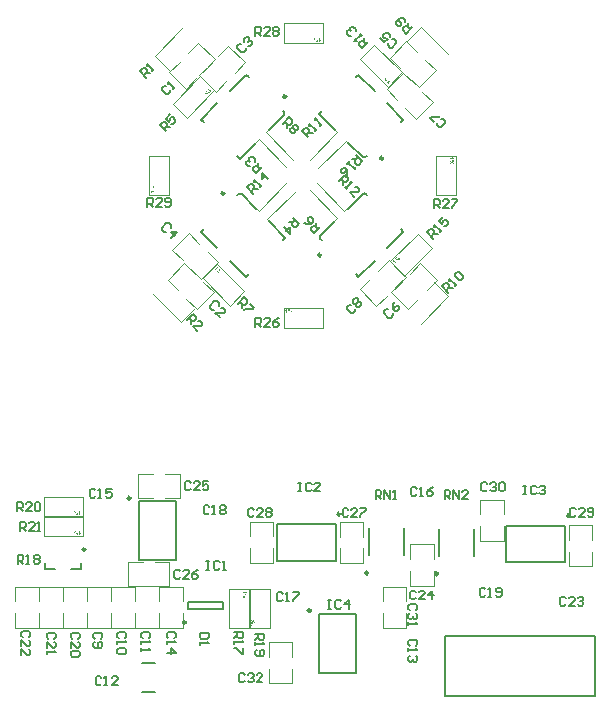
<source format=gto>
G04*
G04 #@! TF.GenerationSoftware,Altium Limited,Altium Designer,22.9.1 (49)*
G04*
G04 Layer_Color=65535*
%FSLAX24Y24*%
%MOIN*%
G70*
G04*
G04 #@! TF.SameCoordinates,552243BB-0F40-405C-A021-40A65FA5EEAB*
G04*
G04*
G04 #@! TF.FilePolarity,Positive*
G04*
G01*
G75*
%ADD10C,0.0098*%
%ADD11C,0.0079*%
%ADD12C,0.0049*%
%ADD13C,0.0059*%
G36*
X-1633Y-14809D02*
X-1631Y-14810D01*
X-1630Y-14810D01*
X-1628Y-14810D01*
X-1626Y-14810D01*
X-1622Y-14811D01*
X-1618Y-14812D01*
X-1616Y-14813D01*
X-1614Y-14814D01*
X-1612Y-14815D01*
X-1610Y-14817D01*
X-1610Y-14817D01*
X-1610Y-14817D01*
X-1610Y-14818D01*
X-1609Y-14818D01*
X-1609Y-14819D01*
X-1608Y-14820D01*
X-1607Y-14821D01*
X-1607Y-14822D01*
X-1606Y-14823D01*
X-1605Y-14825D01*
X-1604Y-14827D01*
X-1604Y-14828D01*
X-1603Y-14830D01*
X-1603Y-14832D01*
X-1603Y-14835D01*
X-1602Y-14837D01*
Y-14838D01*
X-1603Y-14839D01*
X-1603Y-14840D01*
X-1603Y-14841D01*
X-1603Y-14843D01*
X-1603Y-14844D01*
X-1604Y-14848D01*
X-1605Y-14849D01*
X-1606Y-14851D01*
X-1607Y-14853D01*
X-1608Y-14854D01*
X-1609Y-14856D01*
X-1610Y-14857D01*
X-1611Y-14857D01*
X-1611Y-14858D01*
X-1611Y-14858D01*
X-1612Y-14858D01*
X-1613Y-14859D01*
X-1614Y-14860D01*
X-1615Y-14860D01*
X-1617Y-14861D01*
X-1618Y-14862D01*
X-1620Y-14862D01*
X-1622Y-14863D01*
X-1624Y-14864D01*
X-1627Y-14864D01*
X-1630Y-14864D01*
X-1632Y-14865D01*
X-1636Y-14865D01*
X-1636D01*
X-1636D01*
X-1637D01*
X-1638Y-14865D01*
X-1640Y-14864D01*
X-1641Y-14864D01*
X-1643Y-14864D01*
X-1645Y-14864D01*
X-1649Y-14863D01*
X-1653Y-14862D01*
X-1655Y-14861D01*
X-1657Y-14860D01*
X-1659Y-14859D01*
X-1661Y-14857D01*
X-1661Y-14857D01*
X-1661Y-14857D01*
X-1661Y-14857D01*
X-1662Y-14856D01*
X-1663Y-14855D01*
X-1663Y-14854D01*
X-1664Y-14853D01*
X-1665Y-14852D01*
X-1666Y-14851D01*
X-1666Y-14849D01*
X-1667Y-14848D01*
X-1668Y-14846D01*
X-1668Y-14844D01*
X-1668Y-14842D01*
X-1669Y-14839D01*
X-1669Y-14837D01*
Y-14836D01*
X-1669Y-14835D01*
X-1669Y-14834D01*
X-1668Y-14833D01*
X-1668Y-14831D01*
X-1668Y-14830D01*
X-1667Y-14826D01*
X-1666Y-14825D01*
X-1665Y-14823D01*
X-1664Y-14821D01*
X-1663Y-14820D01*
X-1662Y-14818D01*
X-1661Y-14817D01*
X-1661Y-14817D01*
X-1660Y-14817D01*
X-1660Y-14816D01*
X-1659Y-14816D01*
X-1658Y-14815D01*
X-1657Y-14815D01*
X-1656Y-14814D01*
X-1655Y-14813D01*
X-1653Y-14812D01*
X-1651Y-14812D01*
X-1649Y-14811D01*
X-1647Y-14811D01*
X-1644Y-14810D01*
X-1642Y-14810D01*
X-1639Y-14809D01*
X-1636Y-14809D01*
X-1636D01*
X-1635D01*
X-1634D01*
X-1633Y-14809D01*
D02*
G37*
G36*
X-1603Y-14904D02*
Y-14921D01*
X-1735Y-14855D01*
Y-14837D01*
X-1603Y-14904D01*
D02*
G37*
G36*
X-1699Y-14894D02*
X-1698Y-14894D01*
X-1696Y-14894D01*
X-1695Y-14895D01*
X-1693Y-14895D01*
X-1689Y-14896D01*
X-1684Y-14897D01*
X-1682Y-14898D01*
X-1681Y-14899D01*
X-1679Y-14900D01*
X-1677Y-14901D01*
X-1677Y-14902D01*
X-1677Y-14902D01*
X-1676Y-14902D01*
X-1676Y-14903D01*
X-1675Y-14903D01*
X-1675Y-14904D01*
X-1674Y-14906D01*
X-1673Y-14907D01*
X-1672Y-14908D01*
X-1672Y-14910D01*
X-1671Y-14911D01*
X-1670Y-14913D01*
X-1670Y-14915D01*
X-1670Y-14917D01*
X-1669Y-14919D01*
X-1669Y-14921D01*
Y-14923D01*
X-1669Y-14924D01*
X-1669Y-14925D01*
X-1670Y-14926D01*
X-1670Y-14927D01*
X-1670Y-14929D01*
X-1671Y-14932D01*
X-1672Y-14934D01*
X-1672Y-14936D01*
X-1673Y-14937D01*
X-1675Y-14939D01*
X-1676Y-14940D01*
X-1677Y-14942D01*
X-1677Y-14942D01*
X-1678Y-14942D01*
X-1678Y-14943D01*
X-1679Y-14943D01*
X-1679Y-14944D01*
X-1681Y-14944D01*
X-1682Y-14945D01*
X-1683Y-14946D01*
X-1685Y-14946D01*
X-1687Y-14947D01*
X-1689Y-14948D01*
X-1691Y-14948D01*
X-1693Y-14949D01*
X-1696Y-14949D01*
X-1699Y-14949D01*
X-1702Y-14949D01*
X-1702D01*
X-1703D01*
X-1704D01*
X-1705Y-14949D01*
X-1706Y-14949D01*
X-1708Y-14949D01*
X-1709Y-14949D01*
X-1711Y-14948D01*
X-1715Y-14948D01*
X-1720Y-14946D01*
X-1722Y-14945D01*
X-1723Y-14944D01*
X-1725Y-14943D01*
X-1727Y-14942D01*
X-1727Y-14942D01*
X-1727Y-14942D01*
X-1728Y-14941D01*
X-1728Y-14941D01*
X-1729Y-14940D01*
X-1729Y-14939D01*
X-1730Y-14938D01*
X-1731Y-14937D01*
X-1732Y-14935D01*
X-1732Y-14934D01*
X-1733Y-14932D01*
X-1734Y-14930D01*
X-1734Y-14928D01*
X-1735Y-14926D01*
X-1735Y-14924D01*
X-1735Y-14922D01*
Y-14921D01*
X-1735Y-14920D01*
X-1735Y-14919D01*
X-1735Y-14917D01*
X-1734Y-14916D01*
X-1734Y-14914D01*
X-1733Y-14911D01*
X-1732Y-14909D01*
X-1732Y-14908D01*
X-1731Y-14906D01*
X-1730Y-14904D01*
X-1728Y-14903D01*
X-1727Y-14901D01*
X-1727Y-14901D01*
X-1726Y-14901D01*
X-1726Y-14901D01*
X-1725Y-14900D01*
X-1725Y-14900D01*
X-1723Y-14899D01*
X-1722Y-14898D01*
X-1721Y-14898D01*
X-1719Y-14897D01*
X-1717Y-14896D01*
X-1715Y-14896D01*
X-1713Y-14895D01*
X-1711Y-14895D01*
X-1708Y-14894D01*
X-1705Y-14894D01*
X-1702Y-14894D01*
X-1702D01*
X-1701D01*
X-1700D01*
X-1699Y-14894D01*
D02*
G37*
G36*
X-1607Y-15010D02*
X-1698D01*
X-1698Y-15010D01*
X-1697Y-15010D01*
X-1697Y-15011D01*
X-1696Y-15012D01*
X-1695Y-15013D01*
X-1694Y-15015D01*
X-1692Y-15016D01*
X-1691Y-15018D01*
X-1689Y-15021D01*
X-1688Y-15023D01*
X-1687Y-15025D01*
X-1685Y-15028D01*
X-1683Y-15031D01*
X-1682Y-15034D01*
X-1681Y-15037D01*
X-1680Y-15041D01*
X-1702D01*
Y-15040D01*
X-1702Y-15040D01*
X-1702Y-15040D01*
X-1702Y-15039D01*
X-1703Y-15038D01*
X-1703Y-15037D01*
X-1704Y-15036D01*
X-1704Y-15034D01*
X-1706Y-15031D01*
X-1708Y-15028D01*
X-1710Y-15024D01*
X-1713Y-15020D01*
X-1713Y-15020D01*
X-1714Y-15020D01*
X-1714Y-15019D01*
X-1715Y-15018D01*
X-1715Y-15017D01*
X-1717Y-15016D01*
X-1718Y-15015D01*
X-1719Y-15014D01*
X-1722Y-15012D01*
X-1725Y-15009D01*
X-1729Y-15007D01*
X-1731Y-15006D01*
X-1733Y-15005D01*
Y-14985D01*
X-1607D01*
Y-15010D01*
D02*
G37*
G36*
X-1898Y-13860D02*
X-1898Y-13860D01*
X-1898Y-13860D01*
X-1898Y-13861D01*
X-1897Y-13862D01*
X-1897Y-13863D01*
X-1896Y-13864D01*
X-1896Y-13866D01*
X-1894Y-13869D01*
X-1892Y-13872D01*
X-1890Y-13876D01*
X-1887Y-13880D01*
X-1887Y-13880D01*
X-1886Y-13880D01*
X-1886Y-13881D01*
X-1885Y-13882D01*
X-1885Y-13883D01*
X-1883Y-13884D01*
X-1882Y-13885D01*
X-1881Y-13886D01*
X-1878Y-13888D01*
X-1875Y-13891D01*
X-1871Y-13893D01*
X-1869Y-13894D01*
X-1867Y-13895D01*
Y-13915D01*
X-1993D01*
Y-13890D01*
X-1902D01*
X-1902Y-13890D01*
X-1903Y-13890D01*
X-1903Y-13889D01*
X-1904Y-13888D01*
X-1905Y-13887D01*
X-1906Y-13885D01*
X-1908Y-13884D01*
X-1909Y-13882D01*
X-1911Y-13879D01*
X-1912Y-13877D01*
X-1913Y-13875D01*
X-1915Y-13872D01*
X-1917Y-13869D01*
X-1918Y-13866D01*
X-1919Y-13863D01*
X-1920Y-13859D01*
X-1898D01*
Y-13860D01*
D02*
G37*
G36*
X-1895Y-13951D02*
X-1894Y-13951D01*
X-1892Y-13951D01*
X-1891Y-13951D01*
X-1889Y-13952D01*
X-1885Y-13952D01*
X-1880Y-13954D01*
X-1878Y-13955D01*
X-1877Y-13956D01*
X-1875Y-13957D01*
X-1873Y-13958D01*
X-1873Y-13958D01*
X-1873Y-13958D01*
X-1872Y-13959D01*
X-1872Y-13959D01*
X-1871Y-13960D01*
X-1871Y-13961D01*
X-1870Y-13962D01*
X-1869Y-13963D01*
X-1868Y-13965D01*
X-1868Y-13966D01*
X-1867Y-13968D01*
X-1866Y-13970D01*
X-1866Y-13972D01*
X-1865Y-13974D01*
X-1865Y-13976D01*
X-1865Y-13978D01*
Y-13979D01*
X-1865Y-13980D01*
X-1865Y-13981D01*
X-1865Y-13983D01*
X-1866Y-13984D01*
X-1866Y-13986D01*
X-1867Y-13989D01*
X-1868Y-13991D01*
X-1868Y-13992D01*
X-1869Y-13994D01*
X-1870Y-13996D01*
X-1872Y-13997D01*
X-1873Y-13999D01*
X-1873Y-13999D01*
X-1874Y-13999D01*
X-1874Y-13999D01*
X-1875Y-14000D01*
X-1875Y-14000D01*
X-1877Y-14001D01*
X-1878Y-14002D01*
X-1879Y-14002D01*
X-1881Y-14003D01*
X-1883Y-14004D01*
X-1885Y-14004D01*
X-1887Y-14005D01*
X-1889Y-14005D01*
X-1892Y-14006D01*
X-1895Y-14006D01*
X-1898Y-14006D01*
X-1898D01*
X-1899D01*
X-1900D01*
X-1901Y-14006D01*
X-1902Y-14006D01*
X-1904Y-14006D01*
X-1905Y-14005D01*
X-1907Y-14005D01*
X-1911Y-14004D01*
X-1916Y-14003D01*
X-1918Y-14002D01*
X-1919Y-14001D01*
X-1921Y-14000D01*
X-1923Y-13999D01*
X-1923Y-13998D01*
X-1923Y-13998D01*
X-1924Y-13998D01*
X-1924Y-13997D01*
X-1925Y-13997D01*
X-1925Y-13996D01*
X-1926Y-13994D01*
X-1927Y-13993D01*
X-1928Y-13992D01*
X-1928Y-13990D01*
X-1929Y-13989D01*
X-1930Y-13987D01*
X-1930Y-13985D01*
X-1930Y-13983D01*
X-1931Y-13981D01*
X-1931Y-13979D01*
Y-13977D01*
X-1931Y-13976D01*
X-1931Y-13975D01*
X-1930Y-13974D01*
X-1930Y-13973D01*
X-1930Y-13971D01*
X-1929Y-13968D01*
X-1928Y-13966D01*
X-1928Y-13964D01*
X-1927Y-13963D01*
X-1925Y-13961D01*
X-1924Y-13960D01*
X-1923Y-13958D01*
X-1923Y-13958D01*
X-1922Y-13958D01*
X-1922Y-13957D01*
X-1921Y-13957D01*
X-1921Y-13956D01*
X-1919Y-13956D01*
X-1918Y-13955D01*
X-1917Y-13954D01*
X-1915Y-13954D01*
X-1913Y-13953D01*
X-1911Y-13952D01*
X-1909Y-13952D01*
X-1907Y-13951D01*
X-1904Y-13951D01*
X-1901Y-13951D01*
X-1898Y-13951D01*
X-1898D01*
X-1897D01*
X-1896D01*
X-1895Y-13951D01*
D02*
G37*
G36*
X-1865Y-14045D02*
Y-14063D01*
X-1997Y-13996D01*
Y-13979D01*
X-1865Y-14045D01*
D02*
G37*
G36*
X-1962Y-14035D02*
X-1960Y-14036D01*
X-1959Y-14036D01*
X-1957Y-14036D01*
X-1955Y-14036D01*
X-1951Y-14037D01*
X-1947Y-14038D01*
X-1945Y-14039D01*
X-1943Y-14040D01*
X-1941Y-14041D01*
X-1939Y-14043D01*
X-1939Y-14043D01*
X-1939Y-14043D01*
X-1939Y-14043D01*
X-1938Y-14044D01*
X-1937Y-14045D01*
X-1937Y-14046D01*
X-1936Y-14047D01*
X-1935Y-14048D01*
X-1934Y-14049D01*
X-1934Y-14051D01*
X-1933Y-14052D01*
X-1932Y-14054D01*
X-1932Y-14056D01*
X-1932Y-14058D01*
X-1931Y-14061D01*
X-1931Y-14063D01*
Y-14064D01*
X-1931Y-14065D01*
X-1931Y-14066D01*
X-1932Y-14067D01*
X-1932Y-14069D01*
X-1932Y-14070D01*
X-1933Y-14074D01*
X-1934Y-14075D01*
X-1935Y-14077D01*
X-1936Y-14079D01*
X-1937Y-14080D01*
X-1938Y-14082D01*
X-1939Y-14083D01*
X-1939Y-14083D01*
X-1940Y-14083D01*
X-1940Y-14084D01*
X-1941Y-14084D01*
X-1942Y-14085D01*
X-1943Y-14085D01*
X-1944Y-14086D01*
X-1945Y-14087D01*
X-1947Y-14088D01*
X-1949Y-14088D01*
X-1951Y-14089D01*
X-1953Y-14089D01*
X-1956Y-14090D01*
X-1958Y-14090D01*
X-1961Y-14091D01*
X-1964Y-14091D01*
X-1964D01*
X-1965D01*
X-1966D01*
X-1967Y-14091D01*
X-1969Y-14090D01*
X-1970Y-14090D01*
X-1972Y-14090D01*
X-1974Y-14090D01*
X-1978Y-14089D01*
X-1982Y-14088D01*
X-1984Y-14087D01*
X-1986Y-14086D01*
X-1988Y-14085D01*
X-1990Y-14083D01*
X-1990Y-14083D01*
X-1990Y-14083D01*
X-1990Y-14082D01*
X-1991Y-14082D01*
X-1991Y-14081D01*
X-1992Y-14080D01*
X-1993Y-14079D01*
X-1993Y-14078D01*
X-1994Y-14076D01*
X-1995Y-14075D01*
X-1996Y-14073D01*
X-1996Y-14072D01*
X-1997Y-14070D01*
X-1997Y-14068D01*
X-1997Y-14065D01*
X-1998Y-14063D01*
Y-14062D01*
X-1997Y-14061D01*
X-1997Y-14060D01*
X-1997Y-14059D01*
X-1997Y-14057D01*
X-1997Y-14056D01*
X-1996Y-14052D01*
X-1995Y-14051D01*
X-1994Y-14049D01*
X-1993Y-14047D01*
X-1992Y-14046D01*
X-1991Y-14044D01*
X-1990Y-14043D01*
X-1989Y-14043D01*
X-1989Y-14042D01*
X-1989Y-14042D01*
X-1988Y-14042D01*
X-1987Y-14041D01*
X-1986Y-14040D01*
X-1985Y-14040D01*
X-1983Y-14039D01*
X-1982Y-14038D01*
X-1980Y-14038D01*
X-1978Y-14037D01*
X-1976Y-14036D01*
X-1973Y-14036D01*
X-1970Y-14036D01*
X-1968Y-14035D01*
X-1964Y-14035D01*
X-1964D01*
X-1964D01*
X-1963D01*
X-1962Y-14035D01*
D02*
G37*
G36*
X-7611Y-11853D02*
X-7610Y-11853D01*
X-7609Y-11853D01*
X-7607Y-11853D01*
X-7606Y-11853D01*
X-7602Y-11854D01*
X-7601Y-11855D01*
X-7599Y-11856D01*
X-7597Y-11857D01*
X-7596Y-11858D01*
X-7594Y-11859D01*
X-7593Y-11860D01*
X-7592Y-11861D01*
X-7592Y-11861D01*
X-7592Y-11861D01*
X-7592Y-11862D01*
X-7591Y-11863D01*
X-7590Y-11864D01*
X-7590Y-11865D01*
X-7589Y-11867D01*
X-7588Y-11868D01*
X-7588Y-11870D01*
X-7587Y-11872D01*
X-7586Y-11874D01*
X-7586Y-11877D01*
X-7586Y-11880D01*
X-7585Y-11882D01*
X-7585Y-11886D01*
Y-11886D01*
Y-11886D01*
Y-11887D01*
X-7585Y-11888D01*
X-7586Y-11890D01*
X-7586Y-11891D01*
X-7586Y-11893D01*
X-7586Y-11895D01*
X-7587Y-11899D01*
X-7588Y-11903D01*
X-7589Y-11905D01*
X-7590Y-11907D01*
X-7591Y-11909D01*
X-7593Y-11911D01*
X-7593Y-11911D01*
X-7593Y-11911D01*
X-7593Y-11911D01*
X-7594Y-11912D01*
X-7595Y-11913D01*
X-7596Y-11913D01*
X-7597Y-11914D01*
X-7598Y-11915D01*
X-7599Y-11916D01*
X-7601Y-11916D01*
X-7602Y-11917D01*
X-7604Y-11918D01*
X-7606Y-11918D01*
X-7608Y-11918D01*
X-7611Y-11919D01*
X-7613Y-11919D01*
X-7614D01*
X-7615Y-11919D01*
X-7616Y-11919D01*
X-7617Y-11918D01*
X-7619Y-11918D01*
X-7620Y-11918D01*
X-7624Y-11917D01*
X-7625Y-11916D01*
X-7627Y-11915D01*
X-7629Y-11914D01*
X-7630Y-11913D01*
X-7632Y-11912D01*
X-7633Y-11911D01*
X-7633Y-11911D01*
X-7633Y-11910D01*
X-7634Y-11910D01*
X-7634Y-11909D01*
X-7635Y-11908D01*
X-7635Y-11907D01*
X-7636Y-11906D01*
X-7637Y-11905D01*
X-7638Y-11903D01*
X-7638Y-11901D01*
X-7639Y-11899D01*
X-7639Y-11897D01*
X-7640Y-11894D01*
X-7640Y-11892D01*
X-7641Y-11889D01*
X-7641Y-11886D01*
Y-11885D01*
Y-11885D01*
Y-11884D01*
X-7641Y-11883D01*
X-7640Y-11881D01*
X-7640Y-11880D01*
X-7640Y-11878D01*
X-7640Y-11876D01*
X-7639Y-11872D01*
X-7638Y-11868D01*
X-7637Y-11866D01*
X-7636Y-11864D01*
X-7635Y-11862D01*
X-7633Y-11860D01*
X-7633Y-11860D01*
X-7633Y-11860D01*
X-7632Y-11860D01*
X-7632Y-11859D01*
X-7631Y-11859D01*
X-7630Y-11858D01*
X-7629Y-11857D01*
X-7628Y-11857D01*
X-7627Y-11856D01*
X-7625Y-11855D01*
X-7623Y-11854D01*
X-7622Y-11854D01*
X-7620Y-11853D01*
X-7618Y-11853D01*
X-7615Y-11853D01*
X-7613Y-11852D01*
X-7612D01*
X-7611Y-11853D01*
D02*
G37*
G36*
X-7440Y-11948D02*
X-7440Y-11948D01*
X-7440Y-11947D01*
X-7439Y-11947D01*
X-7438Y-11946D01*
X-7437Y-11945D01*
X-7435Y-11944D01*
X-7434Y-11942D01*
X-7432Y-11941D01*
X-7429Y-11939D01*
X-7427Y-11938D01*
X-7425Y-11937D01*
X-7422Y-11935D01*
X-7419Y-11933D01*
X-7416Y-11932D01*
X-7413Y-11931D01*
X-7409Y-11930D01*
Y-11952D01*
X-7410D01*
X-7410Y-11952D01*
X-7410Y-11952D01*
X-7411Y-11952D01*
X-7412Y-11953D01*
X-7413Y-11953D01*
X-7414Y-11954D01*
X-7416Y-11954D01*
X-7419Y-11956D01*
X-7422Y-11958D01*
X-7426Y-11960D01*
X-7430Y-11963D01*
X-7430Y-11963D01*
X-7430Y-11964D01*
X-7431Y-11964D01*
X-7432Y-11965D01*
X-7433Y-11965D01*
X-7434Y-11967D01*
X-7435Y-11968D01*
X-7436Y-11969D01*
X-7438Y-11972D01*
X-7441Y-11975D01*
X-7443Y-11979D01*
X-7444Y-11981D01*
X-7445Y-11983D01*
X-7465D01*
Y-11857D01*
X-7440D01*
Y-11948D01*
D02*
G37*
G36*
X-7526Y-11919D02*
X-7525Y-11919D01*
X-7524Y-11919D01*
X-7523Y-11920D01*
X-7521Y-11920D01*
X-7518Y-11921D01*
X-7516Y-11922D01*
X-7514Y-11922D01*
X-7513Y-11923D01*
X-7511Y-11925D01*
X-7510Y-11926D01*
X-7508Y-11927D01*
X-7508Y-11927D01*
X-7508Y-11928D01*
X-7507Y-11928D01*
X-7507Y-11929D01*
X-7506Y-11929D01*
X-7506Y-11931D01*
X-7505Y-11932D01*
X-7504Y-11933D01*
X-7504Y-11935D01*
X-7503Y-11937D01*
X-7502Y-11939D01*
X-7502Y-11941D01*
X-7501Y-11943D01*
X-7501Y-11946D01*
X-7501Y-11949D01*
X-7501Y-11952D01*
Y-11952D01*
Y-11953D01*
Y-11954D01*
X-7501Y-11955D01*
X-7501Y-11956D01*
X-7501Y-11958D01*
X-7501Y-11959D01*
X-7502Y-11961D01*
X-7502Y-11965D01*
X-7504Y-11970D01*
X-7505Y-11972D01*
X-7506Y-11973D01*
X-7507Y-11975D01*
X-7508Y-11977D01*
X-7508Y-11977D01*
X-7508Y-11977D01*
X-7509Y-11978D01*
X-7509Y-11978D01*
X-7510Y-11979D01*
X-7511Y-11979D01*
X-7512Y-11980D01*
X-7513Y-11981D01*
X-7515Y-11982D01*
X-7516Y-11982D01*
X-7518Y-11983D01*
X-7520Y-11984D01*
X-7522Y-11984D01*
X-7524Y-11985D01*
X-7526Y-11985D01*
X-7528Y-11985D01*
X-7529D01*
X-7530Y-11985D01*
X-7531Y-11985D01*
X-7533Y-11985D01*
X-7534Y-11984D01*
X-7536Y-11984D01*
X-7539Y-11983D01*
X-7541Y-11982D01*
X-7542Y-11982D01*
X-7544Y-11981D01*
X-7546Y-11980D01*
X-7547Y-11978D01*
X-7549Y-11977D01*
X-7549Y-11977D01*
X-7549Y-11976D01*
X-7549Y-11976D01*
X-7550Y-11975D01*
X-7550Y-11975D01*
X-7551Y-11973D01*
X-7552Y-11972D01*
X-7552Y-11971D01*
X-7553Y-11969D01*
X-7554Y-11967D01*
X-7554Y-11965D01*
X-7555Y-11963D01*
X-7555Y-11961D01*
X-7556Y-11958D01*
X-7556Y-11955D01*
X-7556Y-11952D01*
Y-11952D01*
Y-11951D01*
Y-11950D01*
X-7556Y-11949D01*
X-7556Y-11948D01*
X-7556Y-11946D01*
X-7555Y-11945D01*
X-7555Y-11943D01*
X-7554Y-11939D01*
X-7553Y-11934D01*
X-7552Y-11932D01*
X-7551Y-11931D01*
X-7550Y-11929D01*
X-7549Y-11927D01*
X-7548Y-11927D01*
X-7548Y-11927D01*
X-7548Y-11926D01*
X-7547Y-11926D01*
X-7547Y-11925D01*
X-7546Y-11925D01*
X-7545Y-11924D01*
X-7543Y-11923D01*
X-7542Y-11922D01*
X-7540Y-11922D01*
X-7539Y-11921D01*
X-7537Y-11920D01*
X-7535Y-11920D01*
X-7533Y-11919D01*
X-7531Y-11919D01*
X-7529Y-11919D01*
X-7527D01*
X-7526Y-11919D01*
D02*
G37*
G36*
X-7595Y-11985D02*
X-7613D01*
X-7546Y-11853D01*
X-7529D01*
X-7595Y-11985D01*
D02*
G37*
G36*
X-7611Y-11203D02*
X-7610Y-11203D01*
X-7609Y-11203D01*
X-7607Y-11203D01*
X-7606Y-11203D01*
X-7602Y-11204D01*
X-7601Y-11205D01*
X-7599Y-11206D01*
X-7597Y-11207D01*
X-7596Y-11208D01*
X-7594Y-11209D01*
X-7593Y-11210D01*
X-7592Y-11211D01*
X-7592Y-11211D01*
X-7592Y-11211D01*
X-7592Y-11212D01*
X-7591Y-11213D01*
X-7590Y-11214D01*
X-7590Y-11215D01*
X-7589Y-11217D01*
X-7588Y-11218D01*
X-7588Y-11220D01*
X-7587Y-11222D01*
X-7586Y-11224D01*
X-7586Y-11227D01*
X-7586Y-11230D01*
X-7585Y-11233D01*
X-7585Y-11236D01*
Y-11236D01*
Y-11236D01*
Y-11237D01*
X-7585Y-11238D01*
X-7586Y-11240D01*
X-7586Y-11241D01*
X-7586Y-11243D01*
X-7586Y-11245D01*
X-7587Y-11249D01*
X-7588Y-11253D01*
X-7589Y-11255D01*
X-7590Y-11257D01*
X-7591Y-11259D01*
X-7593Y-11261D01*
X-7593Y-11261D01*
X-7593Y-11261D01*
X-7593Y-11261D01*
X-7594Y-11262D01*
X-7595Y-11263D01*
X-7596Y-11263D01*
X-7597Y-11264D01*
X-7598Y-11265D01*
X-7599Y-11266D01*
X-7601Y-11266D01*
X-7602Y-11267D01*
X-7604Y-11268D01*
X-7606Y-11268D01*
X-7608Y-11268D01*
X-7611Y-11269D01*
X-7613Y-11269D01*
X-7614D01*
X-7615Y-11269D01*
X-7616Y-11269D01*
X-7617Y-11268D01*
X-7619Y-11268D01*
X-7620Y-11268D01*
X-7624Y-11267D01*
X-7625Y-11266D01*
X-7627Y-11265D01*
X-7629Y-11264D01*
X-7630Y-11263D01*
X-7632Y-11262D01*
X-7633Y-11261D01*
X-7633Y-11261D01*
X-7633Y-11260D01*
X-7634Y-11260D01*
X-7634Y-11259D01*
X-7635Y-11258D01*
X-7635Y-11257D01*
X-7636Y-11256D01*
X-7637Y-11255D01*
X-7638Y-11253D01*
X-7638Y-11251D01*
X-7639Y-11249D01*
X-7639Y-11247D01*
X-7640Y-11244D01*
X-7640Y-11242D01*
X-7641Y-11239D01*
X-7641Y-11236D01*
Y-11236D01*
Y-11235D01*
Y-11234D01*
X-7641Y-11233D01*
X-7640Y-11231D01*
X-7640Y-11230D01*
X-7640Y-11228D01*
X-7640Y-11226D01*
X-7639Y-11222D01*
X-7638Y-11218D01*
X-7637Y-11216D01*
X-7636Y-11214D01*
X-7635Y-11212D01*
X-7633Y-11210D01*
X-7633Y-11210D01*
X-7633Y-11210D01*
X-7632Y-11210D01*
X-7632Y-11209D01*
X-7631Y-11209D01*
X-7630Y-11208D01*
X-7629Y-11207D01*
X-7628Y-11207D01*
X-7627Y-11206D01*
X-7625Y-11205D01*
X-7623Y-11204D01*
X-7622Y-11204D01*
X-7620Y-11203D01*
X-7618Y-11203D01*
X-7615Y-11203D01*
X-7613Y-11202D01*
X-7612D01*
X-7611Y-11203D01*
D02*
G37*
G36*
X-7440Y-11298D02*
X-7440Y-11298D01*
X-7440Y-11297D01*
X-7439Y-11297D01*
X-7438Y-11296D01*
X-7437Y-11295D01*
X-7435Y-11294D01*
X-7434Y-11292D01*
X-7432Y-11291D01*
X-7429Y-11289D01*
X-7427Y-11288D01*
X-7425Y-11286D01*
X-7422Y-11285D01*
X-7419Y-11284D01*
X-7416Y-11282D01*
X-7413Y-11281D01*
X-7409Y-11280D01*
Y-11302D01*
X-7410D01*
X-7410Y-11302D01*
X-7410Y-11302D01*
X-7411Y-11302D01*
X-7412Y-11303D01*
X-7413Y-11303D01*
X-7414Y-11303D01*
X-7416Y-11304D01*
X-7419Y-11306D01*
X-7422Y-11308D01*
X-7426Y-11310D01*
X-7430Y-11313D01*
X-7430Y-11313D01*
X-7430Y-11314D01*
X-7431Y-11314D01*
X-7432Y-11315D01*
X-7433Y-11315D01*
X-7434Y-11317D01*
X-7435Y-11318D01*
X-7436Y-11319D01*
X-7438Y-11322D01*
X-7441Y-11325D01*
X-7443Y-11329D01*
X-7444Y-11331D01*
X-7445Y-11333D01*
X-7465D01*
Y-11207D01*
X-7440D01*
Y-11298D01*
D02*
G37*
G36*
X-7526Y-11269D02*
X-7525Y-11269D01*
X-7524Y-11270D01*
X-7523Y-11270D01*
X-7521Y-11270D01*
X-7518Y-11271D01*
X-7516Y-11272D01*
X-7514Y-11272D01*
X-7513Y-11273D01*
X-7511Y-11275D01*
X-7510Y-11276D01*
X-7508Y-11277D01*
X-7508Y-11277D01*
X-7508Y-11278D01*
X-7507Y-11278D01*
X-7507Y-11279D01*
X-7506Y-11279D01*
X-7506Y-11281D01*
X-7505Y-11282D01*
X-7504Y-11283D01*
X-7504Y-11285D01*
X-7503Y-11287D01*
X-7502Y-11289D01*
X-7502Y-11291D01*
X-7501Y-11293D01*
X-7501Y-11296D01*
X-7501Y-11299D01*
X-7501Y-11302D01*
Y-11302D01*
Y-11303D01*
Y-11304D01*
X-7501Y-11305D01*
X-7501Y-11306D01*
X-7501Y-11308D01*
X-7501Y-11309D01*
X-7502Y-11311D01*
X-7502Y-11315D01*
X-7504Y-11320D01*
X-7505Y-11322D01*
X-7506Y-11323D01*
X-7507Y-11325D01*
X-7508Y-11327D01*
X-7508Y-11327D01*
X-7508Y-11327D01*
X-7509Y-11328D01*
X-7509Y-11328D01*
X-7510Y-11329D01*
X-7511Y-11329D01*
X-7512Y-11330D01*
X-7513Y-11331D01*
X-7515Y-11332D01*
X-7516Y-11332D01*
X-7518Y-11333D01*
X-7520Y-11334D01*
X-7522Y-11334D01*
X-7524Y-11335D01*
X-7526Y-11335D01*
X-7528Y-11335D01*
X-7529D01*
X-7530Y-11335D01*
X-7531Y-11335D01*
X-7533Y-11335D01*
X-7534Y-11334D01*
X-7536Y-11334D01*
X-7539Y-11333D01*
X-7541Y-11332D01*
X-7542Y-11332D01*
X-7544Y-11331D01*
X-7546Y-11330D01*
X-7547Y-11328D01*
X-7549Y-11327D01*
X-7549Y-11327D01*
X-7549Y-11326D01*
X-7549Y-11326D01*
X-7550Y-11325D01*
X-7550Y-11325D01*
X-7551Y-11323D01*
X-7552Y-11322D01*
X-7552Y-11321D01*
X-7553Y-11319D01*
X-7554Y-11317D01*
X-7554Y-11315D01*
X-7555Y-11313D01*
X-7555Y-11311D01*
X-7556Y-11308D01*
X-7556Y-11305D01*
X-7556Y-11302D01*
Y-11302D01*
Y-11301D01*
Y-11300D01*
X-7556Y-11299D01*
X-7556Y-11298D01*
X-7556Y-11296D01*
X-7555Y-11295D01*
X-7555Y-11293D01*
X-7554Y-11289D01*
X-7553Y-11284D01*
X-7552Y-11282D01*
X-7551Y-11281D01*
X-7550Y-11279D01*
X-7549Y-11277D01*
X-7548Y-11277D01*
X-7548Y-11277D01*
X-7548Y-11276D01*
X-7547Y-11276D01*
X-7547Y-11275D01*
X-7546Y-11275D01*
X-7545Y-11274D01*
X-7543Y-11273D01*
X-7542Y-11272D01*
X-7540Y-11272D01*
X-7539Y-11271D01*
X-7537Y-11270D01*
X-7535Y-11270D01*
X-7533Y-11270D01*
X-7531Y-11269D01*
X-7529Y-11269D01*
X-7527D01*
X-7526Y-11269D01*
D02*
G37*
G36*
X-7595Y-11335D02*
X-7613D01*
X-7546Y-11203D01*
X-7529D01*
X-7595Y-11335D01*
D02*
G37*
G36*
X5002Y590D02*
X5002Y590D01*
X5002Y590D01*
X5002Y589D01*
X5003Y588D01*
X5003Y587D01*
X5003Y586D01*
X5004Y584D01*
X5006Y581D01*
X5008Y578D01*
X5010Y574D01*
X5013Y570D01*
X5013Y570D01*
X5014Y570D01*
X5014Y569D01*
X5015Y568D01*
X5015Y567D01*
X5017Y566D01*
X5018Y565D01*
X5019Y564D01*
X5022Y562D01*
X5025Y559D01*
X5029Y557D01*
X5031Y556D01*
X5033Y555D01*
Y535D01*
X4907D01*
Y560D01*
X4998D01*
X4998Y560D01*
X4997Y560D01*
X4997Y561D01*
X4996Y562D01*
X4995Y563D01*
X4994Y565D01*
X4992Y566D01*
X4991Y568D01*
X4989Y571D01*
X4988Y573D01*
X4987Y575D01*
X4985Y578D01*
X4983Y581D01*
X4982Y584D01*
X4981Y587D01*
X4980Y591D01*
X5002D01*
Y590D01*
D02*
G37*
G36*
X5005Y499D02*
X5006Y499D01*
X5008Y499D01*
X5009Y499D01*
X5011Y498D01*
X5015Y498D01*
X5020Y496D01*
X5022Y495D01*
X5023Y494D01*
X5025Y493D01*
X5027Y492D01*
X5027Y492D01*
X5027Y492D01*
X5028Y491D01*
X5028Y491D01*
X5029Y490D01*
X5029Y489D01*
X5030Y488D01*
X5031Y487D01*
X5032Y485D01*
X5032Y484D01*
X5033Y482D01*
X5034Y480D01*
X5034Y478D01*
X5035Y476D01*
X5035Y474D01*
X5035Y472D01*
Y471D01*
X5035Y470D01*
X5035Y469D01*
X5035Y467D01*
X5034Y466D01*
X5034Y464D01*
X5033Y461D01*
X5032Y459D01*
X5032Y458D01*
X5031Y456D01*
X5030Y454D01*
X5028Y453D01*
X5027Y451D01*
X5027Y451D01*
X5026Y451D01*
X5026Y451D01*
X5025Y450D01*
X5025Y450D01*
X5023Y449D01*
X5022Y448D01*
X5021Y448D01*
X5019Y447D01*
X5017Y446D01*
X5015Y446D01*
X5013Y445D01*
X5011Y445D01*
X5008Y444D01*
X5005Y444D01*
X5002Y444D01*
X5002D01*
X5001D01*
X5000D01*
X4999Y444D01*
X4998Y444D01*
X4996Y444D01*
X4995Y445D01*
X4993Y445D01*
X4989Y446D01*
X4984Y447D01*
X4982Y448D01*
X4981Y449D01*
X4979Y450D01*
X4977Y451D01*
X4977Y452D01*
X4977Y452D01*
X4976Y452D01*
X4976Y453D01*
X4975Y453D01*
X4975Y454D01*
X4974Y455D01*
X4973Y457D01*
X4972Y458D01*
X4972Y460D01*
X4971Y461D01*
X4970Y463D01*
X4970Y465D01*
X4970Y467D01*
X4969Y469D01*
X4969Y471D01*
Y473D01*
X4969Y474D01*
X4969Y475D01*
X4970Y476D01*
X4970Y477D01*
X4970Y479D01*
X4971Y482D01*
X4972Y484D01*
X4972Y486D01*
X4973Y487D01*
X4975Y489D01*
X4976Y490D01*
X4977Y492D01*
X4977Y492D01*
X4978Y492D01*
X4978Y493D01*
X4979Y493D01*
X4979Y494D01*
X4981Y494D01*
X4982Y495D01*
X4983Y496D01*
X4985Y496D01*
X4987Y497D01*
X4989Y498D01*
X4991Y498D01*
X4993Y499D01*
X4996Y499D01*
X4999Y499D01*
X5002Y499D01*
X5002D01*
X5003D01*
X5004D01*
X5005Y499D01*
D02*
G37*
G36*
X5035Y405D02*
Y387D01*
X4903Y454D01*
Y471D01*
X5035Y405D01*
D02*
G37*
G36*
X4938Y415D02*
X4940Y414D01*
X4941Y414D01*
X4943Y414D01*
X4945Y414D01*
X4949Y413D01*
X4953Y412D01*
X4955Y411D01*
X4957Y410D01*
X4959Y409D01*
X4961Y407D01*
X4961Y407D01*
X4961Y407D01*
X4961Y407D01*
X4962Y406D01*
X4963Y405D01*
X4963Y404D01*
X4964Y403D01*
X4965Y402D01*
X4966Y401D01*
X4966Y399D01*
X4967Y398D01*
X4968Y396D01*
X4968Y394D01*
X4968Y392D01*
X4969Y389D01*
X4969Y387D01*
Y386D01*
X4969Y385D01*
X4969Y384D01*
X4968Y383D01*
X4968Y381D01*
X4968Y380D01*
X4967Y376D01*
X4966Y375D01*
X4965Y373D01*
X4964Y371D01*
X4963Y370D01*
X4962Y368D01*
X4961Y367D01*
X4961Y367D01*
X4960Y367D01*
X4960Y366D01*
X4959Y366D01*
X4958Y365D01*
X4957Y365D01*
X4956Y364D01*
X4955Y363D01*
X4953Y362D01*
X4951Y362D01*
X4949Y361D01*
X4947Y361D01*
X4944Y360D01*
X4942Y360D01*
X4939Y359D01*
X4936Y359D01*
X4936D01*
X4935D01*
X4934D01*
X4933Y359D01*
X4931Y360D01*
X4930Y360D01*
X4928Y360D01*
X4926Y360D01*
X4922Y361D01*
X4918Y362D01*
X4916Y363D01*
X4914Y364D01*
X4912Y365D01*
X4910Y367D01*
X4910Y367D01*
X4910Y367D01*
X4910Y368D01*
X4909Y368D01*
X4909Y369D01*
X4908Y370D01*
X4907Y371D01*
X4907Y372D01*
X4906Y373D01*
X4905Y375D01*
X4904Y377D01*
X4904Y378D01*
X4903Y380D01*
X4903Y382D01*
X4903Y385D01*
X4902Y387D01*
Y388D01*
X4903Y389D01*
X4903Y390D01*
X4903Y391D01*
X4903Y393D01*
X4903Y394D01*
X4904Y398D01*
X4905Y399D01*
X4906Y401D01*
X4907Y403D01*
X4908Y404D01*
X4909Y406D01*
X4910Y407D01*
X4911Y407D01*
X4911Y408D01*
X4911Y408D01*
X4912Y408D01*
X4913Y409D01*
X4914Y410D01*
X4915Y410D01*
X4917Y411D01*
X4918Y412D01*
X4920Y412D01*
X4922Y413D01*
X4924Y414D01*
X4927Y414D01*
X4930Y414D01*
X4933Y415D01*
X4936Y415D01*
X4936D01*
X4936D01*
X4937D01*
X4938Y415D01*
D02*
G37*
G36*
X-470Y-4465D02*
X-469Y-4465D01*
X-467Y-4465D01*
X-466Y-4466D01*
X-464Y-4466D01*
X-461Y-4467D01*
X-459Y-4468D01*
X-458Y-4468D01*
X-456Y-4469D01*
X-454Y-4470D01*
X-453Y-4472D01*
X-451Y-4473D01*
X-451Y-4473D01*
X-451Y-4474D01*
X-451Y-4474D01*
X-450Y-4475D01*
X-450Y-4475D01*
X-449Y-4477D01*
X-448Y-4478D01*
X-448Y-4479D01*
X-447Y-4481D01*
X-446Y-4483D01*
X-446Y-4485D01*
X-445Y-4487D01*
X-445Y-4489D01*
X-444Y-4492D01*
X-444Y-4495D01*
X-444Y-4498D01*
Y-4498D01*
Y-4499D01*
Y-4500D01*
X-444Y-4501D01*
X-444Y-4502D01*
X-444Y-4504D01*
X-445Y-4505D01*
X-445Y-4507D01*
X-446Y-4511D01*
X-447Y-4516D01*
X-448Y-4518D01*
X-449Y-4519D01*
X-450Y-4521D01*
X-451Y-4523D01*
X-452Y-4523D01*
X-452Y-4523D01*
X-452Y-4524D01*
X-453Y-4524D01*
X-453Y-4525D01*
X-454Y-4525D01*
X-455Y-4526D01*
X-457Y-4527D01*
X-458Y-4528D01*
X-460Y-4528D01*
X-461Y-4529D01*
X-463Y-4530D01*
X-465Y-4530D01*
X-467Y-4530D01*
X-469Y-4531D01*
X-471Y-4531D01*
X-473D01*
X-474Y-4531D01*
X-475Y-4531D01*
X-476Y-4530D01*
X-477Y-4530D01*
X-479Y-4530D01*
X-482Y-4529D01*
X-484Y-4528D01*
X-486Y-4528D01*
X-487Y-4527D01*
X-489Y-4525D01*
X-490Y-4524D01*
X-492Y-4523D01*
X-492Y-4523D01*
X-492Y-4522D01*
X-493Y-4522D01*
X-493Y-4521D01*
X-494Y-4521D01*
X-494Y-4519D01*
X-495Y-4518D01*
X-496Y-4517D01*
X-496Y-4515D01*
X-497Y-4513D01*
X-498Y-4511D01*
X-498Y-4509D01*
X-499Y-4507D01*
X-499Y-4504D01*
X-499Y-4501D01*
X-499Y-4498D01*
Y-4498D01*
Y-4497D01*
Y-4496D01*
X-499Y-4495D01*
X-499Y-4494D01*
X-499Y-4492D01*
X-499Y-4491D01*
X-498Y-4489D01*
X-498Y-4485D01*
X-496Y-4480D01*
X-495Y-4478D01*
X-494Y-4477D01*
X-493Y-4475D01*
X-492Y-4473D01*
X-492Y-4473D01*
X-492Y-4473D01*
X-491Y-4472D01*
X-491Y-4472D01*
X-490Y-4471D01*
X-489Y-4471D01*
X-488Y-4470D01*
X-487Y-4469D01*
X-485Y-4468D01*
X-484Y-4468D01*
X-482Y-4467D01*
X-480Y-4466D01*
X-478Y-4466D01*
X-476Y-4465D01*
X-474Y-4465D01*
X-472Y-4465D01*
X-471D01*
X-470Y-4465D01*
D02*
G37*
G36*
X-535Y-4593D02*
X-560D01*
Y-4502D01*
X-560Y-4502D01*
X-560Y-4503D01*
X-561Y-4503D01*
X-562Y-4504D01*
X-563Y-4505D01*
X-565Y-4506D01*
X-566Y-4508D01*
X-568Y-4509D01*
X-571Y-4511D01*
X-573Y-4512D01*
X-575Y-4514D01*
X-578Y-4515D01*
X-581Y-4516D01*
X-584Y-4518D01*
X-587Y-4519D01*
X-591Y-4520D01*
Y-4498D01*
X-590D01*
X-590Y-4498D01*
X-590Y-4498D01*
X-589Y-4498D01*
X-588Y-4497D01*
X-587Y-4497D01*
X-586Y-4496D01*
X-584Y-4496D01*
X-581Y-4494D01*
X-578Y-4492D01*
X-574Y-4490D01*
X-570Y-4487D01*
X-570Y-4487D01*
X-570Y-4486D01*
X-569Y-4486D01*
X-568Y-4485D01*
X-567Y-4485D01*
X-566Y-4483D01*
X-565Y-4482D01*
X-564Y-4481D01*
X-562Y-4478D01*
X-559Y-4475D01*
X-557Y-4471D01*
X-556Y-4469D01*
X-555Y-4467D01*
X-535D01*
Y-4593D01*
D02*
G37*
G36*
X-454Y-4597D02*
X-471D01*
X-405Y-4465D01*
X-387D01*
X-454Y-4597D01*
D02*
G37*
G36*
X-385Y-4531D02*
X-384Y-4531D01*
X-383Y-4532D01*
X-381Y-4532D01*
X-380Y-4532D01*
X-376Y-4533D01*
X-375Y-4534D01*
X-373Y-4535D01*
X-371Y-4536D01*
X-370Y-4537D01*
X-368Y-4538D01*
X-367Y-4539D01*
X-367Y-4539D01*
X-367Y-4540D01*
X-366Y-4540D01*
X-366Y-4541D01*
X-365Y-4542D01*
X-365Y-4543D01*
X-364Y-4544D01*
X-363Y-4545D01*
X-362Y-4547D01*
X-362Y-4549D01*
X-361Y-4551D01*
X-361Y-4553D01*
X-360Y-4556D01*
X-360Y-4558D01*
X-359Y-4561D01*
X-359Y-4564D01*
Y-4564D01*
Y-4565D01*
Y-4566D01*
X-359Y-4567D01*
X-360Y-4569D01*
X-360Y-4570D01*
X-360Y-4572D01*
X-360Y-4574D01*
X-361Y-4578D01*
X-362Y-4582D01*
X-363Y-4584D01*
X-364Y-4586D01*
X-365Y-4588D01*
X-367Y-4590D01*
X-367Y-4590D01*
X-367Y-4590D01*
X-368Y-4590D01*
X-368Y-4591D01*
X-369Y-4591D01*
X-370Y-4592D01*
X-371Y-4593D01*
X-372Y-4593D01*
X-373Y-4594D01*
X-375Y-4595D01*
X-377Y-4596D01*
X-378Y-4596D01*
X-380Y-4597D01*
X-382Y-4597D01*
X-385Y-4597D01*
X-387Y-4598D01*
X-388D01*
X-389Y-4597D01*
X-390Y-4597D01*
X-391Y-4597D01*
X-393Y-4597D01*
X-394Y-4597D01*
X-398Y-4596D01*
X-399Y-4595D01*
X-401Y-4594D01*
X-403Y-4593D01*
X-404Y-4592D01*
X-406Y-4591D01*
X-407Y-4590D01*
X-407Y-4589D01*
X-408Y-4589D01*
X-408Y-4589D01*
X-408Y-4588D01*
X-409Y-4587D01*
X-410Y-4586D01*
X-410Y-4585D01*
X-411Y-4583D01*
X-412Y-4582D01*
X-412Y-4580D01*
X-413Y-4578D01*
X-414Y-4576D01*
X-414Y-4573D01*
X-414Y-4570D01*
X-415Y-4568D01*
X-415Y-4564D01*
Y-4564D01*
Y-4564D01*
Y-4563D01*
X-415Y-4562D01*
X-414Y-4560D01*
X-414Y-4559D01*
X-414Y-4557D01*
X-414Y-4555D01*
X-413Y-4551D01*
X-412Y-4547D01*
X-411Y-4545D01*
X-410Y-4543D01*
X-409Y-4541D01*
X-407Y-4539D01*
X-407Y-4539D01*
X-407Y-4539D01*
X-407Y-4539D01*
X-406Y-4538D01*
X-405Y-4537D01*
X-404Y-4537D01*
X-403Y-4536D01*
X-402Y-4535D01*
X-401Y-4534D01*
X-399Y-4534D01*
X-398Y-4533D01*
X-396Y-4532D01*
X-394Y-4532D01*
X-392Y-4532D01*
X-389Y-4531D01*
X-387Y-4531D01*
X-386D01*
X-385Y-4531D01*
D02*
G37*
G36*
X-4983Y-359D02*
X-4981Y-360D01*
X-4980Y-360D01*
X-4978Y-360D01*
X-4976Y-360D01*
X-4972Y-361D01*
X-4968Y-362D01*
X-4966Y-363D01*
X-4964Y-364D01*
X-4962Y-365D01*
X-4960Y-367D01*
X-4960Y-367D01*
X-4960Y-367D01*
X-4960Y-368D01*
X-4959Y-368D01*
X-4959Y-369D01*
X-4958Y-370D01*
X-4957Y-371D01*
X-4957Y-372D01*
X-4956Y-373D01*
X-4955Y-375D01*
X-4954Y-377D01*
X-4954Y-378D01*
X-4953Y-380D01*
X-4953Y-382D01*
X-4953Y-385D01*
X-4952Y-387D01*
Y-388D01*
X-4953Y-389D01*
X-4953Y-390D01*
X-4953Y-391D01*
X-4953Y-393D01*
X-4953Y-394D01*
X-4954Y-398D01*
X-4955Y-399D01*
X-4956Y-401D01*
X-4957Y-403D01*
X-4958Y-404D01*
X-4959Y-406D01*
X-4960Y-407D01*
X-4961Y-407D01*
X-4961Y-408D01*
X-4961Y-408D01*
X-4962Y-408D01*
X-4963Y-409D01*
X-4964Y-410D01*
X-4965Y-410D01*
X-4967Y-411D01*
X-4968Y-412D01*
X-4970Y-412D01*
X-4972Y-413D01*
X-4974Y-414D01*
X-4977Y-414D01*
X-4980Y-414D01*
X-4983Y-415D01*
X-4986Y-415D01*
X-4986D01*
X-4986D01*
X-4987D01*
X-4988Y-415D01*
X-4990Y-414D01*
X-4991Y-414D01*
X-4993Y-414D01*
X-4995Y-414D01*
X-4999Y-413D01*
X-5003Y-412D01*
X-5005Y-411D01*
X-5007Y-410D01*
X-5009Y-409D01*
X-5011Y-407D01*
X-5011Y-407D01*
X-5011Y-407D01*
X-5011Y-407D01*
X-5012Y-406D01*
X-5013Y-405D01*
X-5013Y-404D01*
X-5014Y-403D01*
X-5015Y-402D01*
X-5016Y-401D01*
X-5016Y-399D01*
X-5017Y-398D01*
X-5018Y-396D01*
X-5018Y-394D01*
X-5018Y-392D01*
X-5019Y-389D01*
X-5019Y-387D01*
Y-386D01*
X-5019Y-385D01*
X-5019Y-384D01*
X-5018Y-383D01*
X-5018Y-381D01*
X-5018Y-380D01*
X-5017Y-376D01*
X-5016Y-375D01*
X-5015Y-373D01*
X-5014Y-371D01*
X-5013Y-370D01*
X-5012Y-368D01*
X-5011Y-367D01*
X-5011Y-367D01*
X-5010Y-367D01*
X-5010Y-366D01*
X-5009Y-366D01*
X-5008Y-365D01*
X-5007Y-365D01*
X-5006Y-364D01*
X-5005Y-363D01*
X-5003Y-362D01*
X-5001Y-362D01*
X-4999Y-361D01*
X-4997Y-361D01*
X-4994Y-360D01*
X-4992Y-360D01*
X-4989Y-359D01*
X-4986Y-359D01*
X-4985D01*
X-4985D01*
X-4984D01*
X-4983Y-359D01*
D02*
G37*
G36*
X-4953Y-454D02*
Y-471D01*
X-5085Y-405D01*
Y-387D01*
X-4953Y-454D01*
D02*
G37*
G36*
X-5049Y-444D02*
X-5048Y-444D01*
X-5046Y-444D01*
X-5045Y-445D01*
X-5043Y-445D01*
X-5039Y-446D01*
X-5034Y-447D01*
X-5032Y-448D01*
X-5031Y-449D01*
X-5029Y-450D01*
X-5027Y-451D01*
X-5027Y-452D01*
X-5027Y-452D01*
X-5026Y-452D01*
X-5026Y-453D01*
X-5025Y-453D01*
X-5025Y-454D01*
X-5024Y-455D01*
X-5023Y-457D01*
X-5022Y-458D01*
X-5022Y-460D01*
X-5021Y-461D01*
X-5020Y-463D01*
X-5020Y-465D01*
X-5020Y-467D01*
X-5019Y-469D01*
X-5019Y-471D01*
Y-473D01*
X-5019Y-474D01*
X-5019Y-475D01*
X-5020Y-476D01*
X-5020Y-477D01*
X-5020Y-479D01*
X-5021Y-482D01*
X-5022Y-484D01*
X-5022Y-486D01*
X-5023Y-487D01*
X-5025Y-489D01*
X-5026Y-490D01*
X-5027Y-492D01*
X-5027Y-492D01*
X-5028Y-492D01*
X-5028Y-493D01*
X-5029Y-493D01*
X-5029Y-494D01*
X-5031Y-494D01*
X-5032Y-495D01*
X-5033Y-496D01*
X-5035Y-496D01*
X-5037Y-497D01*
X-5039Y-498D01*
X-5041Y-498D01*
X-5043Y-499D01*
X-5046Y-499D01*
X-5049Y-499D01*
X-5052Y-499D01*
X-5052D01*
X-5053D01*
X-5054D01*
X-5055Y-499D01*
X-5056Y-499D01*
X-5058Y-499D01*
X-5059Y-499D01*
X-5061Y-498D01*
X-5065Y-498D01*
X-5070Y-496D01*
X-5072Y-495D01*
X-5073Y-494D01*
X-5075Y-493D01*
X-5077Y-492D01*
X-5077Y-492D01*
X-5077Y-492D01*
X-5078Y-491D01*
X-5078Y-491D01*
X-5079Y-490D01*
X-5079Y-489D01*
X-5080Y-488D01*
X-5081Y-487D01*
X-5082Y-485D01*
X-5082Y-484D01*
X-5083Y-482D01*
X-5084Y-480D01*
X-5084Y-478D01*
X-5085Y-476D01*
X-5085Y-474D01*
X-5085Y-472D01*
Y-471D01*
X-5085Y-470D01*
X-5085Y-469D01*
X-5085Y-467D01*
X-5084Y-466D01*
X-5084Y-464D01*
X-5083Y-461D01*
X-5082Y-459D01*
X-5082Y-458D01*
X-5081Y-456D01*
X-5080Y-454D01*
X-5078Y-453D01*
X-5077Y-451D01*
X-5077Y-451D01*
X-5076Y-451D01*
X-5076Y-451D01*
X-5075Y-450D01*
X-5075Y-450D01*
X-5073Y-449D01*
X-5072Y-448D01*
X-5071Y-448D01*
X-5069Y-447D01*
X-5067Y-446D01*
X-5065Y-446D01*
X-5063Y-445D01*
X-5061Y-445D01*
X-5058Y-444D01*
X-5055Y-444D01*
X-5052Y-444D01*
X-5052D01*
X-5051D01*
X-5050D01*
X-5049Y-444D01*
D02*
G37*
G36*
X-4957Y-560D02*
X-5048D01*
X-5048Y-560D01*
X-5047Y-560D01*
X-5047Y-561D01*
X-5046Y-562D01*
X-5045Y-563D01*
X-5044Y-565D01*
X-5042Y-566D01*
X-5041Y-568D01*
X-5039Y-571D01*
X-5038Y-573D01*
X-5037Y-575D01*
X-5035Y-578D01*
X-5034Y-581D01*
X-5032Y-584D01*
X-5031Y-587D01*
X-5030Y-591D01*
X-5052D01*
Y-590D01*
X-5052Y-590D01*
X-5052Y-590D01*
X-5052Y-589D01*
X-5053Y-588D01*
X-5053Y-587D01*
X-5053Y-586D01*
X-5054Y-584D01*
X-5056Y-581D01*
X-5058Y-578D01*
X-5060Y-574D01*
X-5063Y-570D01*
X-5063Y-570D01*
X-5064Y-570D01*
X-5064Y-569D01*
X-5065Y-568D01*
X-5065Y-567D01*
X-5067Y-566D01*
X-5068Y-565D01*
X-5069Y-564D01*
X-5072Y-562D01*
X-5075Y-559D01*
X-5079Y-557D01*
X-5081Y-556D01*
X-5083Y-555D01*
Y-535D01*
X-4957D01*
Y-560D01*
D02*
G37*
G36*
X389Y4572D02*
X390Y4572D01*
X391Y4572D01*
X393Y4571D01*
X394Y4571D01*
X398Y4570D01*
X399Y4569D01*
X401Y4569D01*
X403Y4568D01*
X404Y4567D01*
X406Y4565D01*
X407Y4564D01*
X407Y4564D01*
X408Y4564D01*
X408Y4563D01*
X408Y4562D01*
X409Y4561D01*
X410Y4560D01*
X410Y4559D01*
X411Y4558D01*
X412Y4556D01*
X412Y4554D01*
X413Y4552D01*
X414Y4550D01*
X414Y4547D01*
X414Y4545D01*
X415Y4542D01*
X415Y4539D01*
Y4539D01*
Y4538D01*
Y4537D01*
X415Y4536D01*
X414Y4535D01*
X414Y4533D01*
X414Y4531D01*
X414Y4529D01*
X413Y4525D01*
X412Y4521D01*
X411Y4519D01*
X410Y4517D01*
X409Y4515D01*
X407Y4514D01*
X407Y4514D01*
X407Y4513D01*
X407Y4513D01*
X406Y4513D01*
X405Y4512D01*
X404Y4511D01*
X403Y4510D01*
X402Y4510D01*
X401Y4509D01*
X399Y4508D01*
X398Y4507D01*
X396Y4507D01*
X394Y4506D01*
X392Y4506D01*
X389Y4506D01*
X387Y4506D01*
X386D01*
X385Y4506D01*
X384Y4506D01*
X383Y4506D01*
X381Y4506D01*
X380Y4507D01*
X376Y4508D01*
X375Y4508D01*
X373Y4509D01*
X371Y4510D01*
X370Y4511D01*
X368Y4512D01*
X367Y4514D01*
X367Y4514D01*
X367Y4514D01*
X366Y4515D01*
X366Y4515D01*
X365Y4516D01*
X365Y4517D01*
X364Y4519D01*
X363Y4520D01*
X362Y4522D01*
X362Y4523D01*
X361Y4525D01*
X361Y4528D01*
X360Y4530D01*
X360Y4533D01*
X359Y4536D01*
X359Y4539D01*
Y4539D01*
Y4539D01*
Y4540D01*
X359Y4541D01*
X360Y4543D01*
X360Y4545D01*
X360Y4546D01*
X360Y4548D01*
X361Y4552D01*
X362Y4557D01*
X363Y4559D01*
X364Y4561D01*
X365Y4562D01*
X367Y4564D01*
X367Y4564D01*
X367Y4564D01*
X368Y4565D01*
X368Y4565D01*
X369Y4566D01*
X370Y4567D01*
X371Y4567D01*
X372Y4568D01*
X373Y4569D01*
X375Y4569D01*
X377Y4570D01*
X378Y4571D01*
X380Y4571D01*
X382Y4572D01*
X385Y4572D01*
X387Y4572D01*
X388D01*
X389Y4572D01*
D02*
G37*
G36*
X560Y4476D02*
X560Y4477D01*
X560Y4477D01*
X561Y4478D01*
X562Y4479D01*
X563Y4479D01*
X565Y4481D01*
X566Y4482D01*
X568Y4483D01*
X571Y4485D01*
X573Y4486D01*
X575Y4488D01*
X578Y4489D01*
X581Y4491D01*
X584Y4492D01*
X587Y4493D01*
X591Y4495D01*
Y4473D01*
X590D01*
X590Y4473D01*
X590Y4473D01*
X589Y4472D01*
X588Y4472D01*
X587Y4471D01*
X586Y4471D01*
X584Y4470D01*
X581Y4469D01*
X578Y4467D01*
X574Y4464D01*
X570Y4461D01*
X570Y4461D01*
X570Y4461D01*
X569Y4460D01*
X568Y4460D01*
X567Y4459D01*
X566Y4458D01*
X565Y4457D01*
X564Y4455D01*
X562Y4452D01*
X559Y4449D01*
X557Y4445D01*
X556Y4443D01*
X555Y4441D01*
X535D01*
Y4567D01*
X560D01*
Y4476D01*
D02*
G37*
G36*
X474Y4505D02*
X475Y4505D01*
X476Y4505D01*
X477Y4505D01*
X479Y4504D01*
X482Y4503D01*
X484Y4503D01*
X486Y4502D01*
X487Y4501D01*
X489Y4500D01*
X490Y4499D01*
X492Y4497D01*
X492Y4497D01*
X492Y4497D01*
X493Y4496D01*
X493Y4496D01*
X494Y4495D01*
X494Y4494D01*
X495Y4493D01*
X496Y4491D01*
X496Y4490D01*
X497Y4488D01*
X498Y4486D01*
X498Y4483D01*
X499Y4481D01*
X499Y4478D01*
X499Y4475D01*
X499Y4472D01*
Y4472D01*
Y4472D01*
Y4471D01*
X499Y4470D01*
X499Y4468D01*
X499Y4467D01*
X499Y4465D01*
X498Y4463D01*
X498Y4459D01*
X496Y4455D01*
X495Y4453D01*
X494Y4451D01*
X493Y4449D01*
X492Y4448D01*
X492Y4447D01*
X492Y4447D01*
X491Y4447D01*
X491Y4446D01*
X490Y4446D01*
X489Y4445D01*
X488Y4444D01*
X487Y4443D01*
X485Y4443D01*
X484Y4442D01*
X482Y4441D01*
X480Y4441D01*
X478Y4440D01*
X476Y4440D01*
X474Y4439D01*
X472Y4439D01*
X471D01*
X470Y4439D01*
X469Y4440D01*
X467Y4440D01*
X466Y4440D01*
X464Y4440D01*
X461Y4441D01*
X459Y4442D01*
X458Y4443D01*
X456Y4444D01*
X454Y4445D01*
X453Y4446D01*
X451Y4448D01*
X451Y4448D01*
X451Y4448D01*
X451Y4448D01*
X450Y4449D01*
X450Y4450D01*
X449Y4451D01*
X448Y4452D01*
X448Y4454D01*
X447Y4455D01*
X446Y4457D01*
X446Y4459D01*
X445Y4461D01*
X445Y4464D01*
X444Y4467D01*
X444Y4469D01*
X444Y4472D01*
Y4473D01*
Y4473D01*
Y4474D01*
X444Y4475D01*
X444Y4476D01*
X444Y4478D01*
X445Y4480D01*
X445Y4482D01*
X446Y4486D01*
X447Y4490D01*
X448Y4492D01*
X449Y4494D01*
X450Y4496D01*
X451Y4497D01*
X452Y4497D01*
X452Y4498D01*
X452Y4498D01*
X453Y4499D01*
X453Y4499D01*
X454Y4500D01*
X455Y4501D01*
X457Y4501D01*
X458Y4502D01*
X460Y4503D01*
X461Y4503D01*
X463Y4504D01*
X465Y4505D01*
X467Y4505D01*
X469Y4505D01*
X471Y4505D01*
X473D01*
X474Y4505D01*
D02*
G37*
G36*
X405Y4439D02*
X387D01*
X454Y4572D01*
X471D01*
X405Y4439D01*
D02*
G37*
G36*
X2747Y3277D02*
X2749D01*
X2750Y3277D01*
X2751Y3277D01*
X2752Y3276D01*
X2754Y3276D01*
X2756Y3275D01*
X2757Y3275D01*
X2759Y3274D01*
X2761Y3273D01*
X2762Y3272D01*
X2764Y3270D01*
X2766Y3269D01*
X2767Y3268D01*
X2767Y3267D01*
X2768Y3266D01*
X2769Y3265D01*
X2769Y3264D01*
X2770Y3263D01*
X2772Y3260D01*
X2773Y3258D01*
X2773Y3256D01*
X2774Y3254D01*
X2774Y3252D01*
X2774Y3250D01*
X2775Y3248D01*
Y3248D01*
X2774Y3248D01*
Y3247D01*
X2774Y3247D01*
X2774Y3246D01*
X2774Y3244D01*
X2773Y3243D01*
X2773Y3241D01*
X2772Y3240D01*
X2771Y3238D01*
X2770Y3236D01*
X2769Y3234D01*
X2768Y3232D01*
X2766Y3230D01*
X2764Y3228D01*
X2762Y3225D01*
X2762Y3225D01*
X2761Y3225D01*
X2761Y3224D01*
X2760Y3224D01*
X2759Y3223D01*
X2758Y3222D01*
X2756Y3221D01*
X2755Y3219D01*
X2751Y3217D01*
X2747Y3215D01*
X2745Y3214D01*
X2743Y3214D01*
X2741Y3213D01*
X2739Y3213D01*
X2738D01*
X2737Y3213D01*
X2736D01*
X2735Y3213D01*
X2734Y3214D01*
X2732Y3214D01*
X2731Y3214D01*
X2729Y3215D01*
X2728Y3216D01*
X2726Y3216D01*
X2724Y3217D01*
X2723Y3219D01*
X2721Y3220D01*
X2719Y3222D01*
X2718Y3222D01*
X2718Y3223D01*
X2717Y3224D01*
X2716Y3225D01*
X2715Y3226D01*
X2714Y3227D01*
X2713Y3230D01*
X2712Y3232D01*
X2711Y3234D01*
X2711Y3236D01*
X2711Y3238D01*
X2710Y3240D01*
Y3242D01*
Y3242D01*
X2711Y3242D01*
Y3243D01*
X2711Y3244D01*
X2711Y3245D01*
X2711Y3246D01*
X2712Y3247D01*
X2712Y3249D01*
X2713Y3250D01*
X2714Y3252D01*
X2715Y3254D01*
X2716Y3256D01*
X2717Y3258D01*
X2719Y3260D01*
X2721Y3262D01*
X2723Y3265D01*
X2723Y3265D01*
X2723Y3265D01*
X2724Y3266D01*
X2725Y3266D01*
X2726Y3267D01*
X2727Y3268D01*
X2729Y3270D01*
X2730Y3271D01*
X2734Y3273D01*
X2738Y3275D01*
X2740Y3276D01*
X2742Y3276D01*
X2744Y3277D01*
X2746Y3277D01*
X2746D01*
X2746Y3277D01*
X2747Y3277D01*
D02*
G37*
G36*
X2825Y3209D02*
X2685Y3162D01*
X2672Y3175D01*
X2813Y3221D01*
X2825Y3209D01*
D02*
G37*
G36*
X2760Y3170D02*
X2761D01*
X2763Y3170D01*
X2764Y3170D01*
X2765Y3169D01*
X2767Y3169D01*
X2768Y3168D01*
X2770Y3168D01*
X2772Y3167D01*
X2773Y3166D01*
X2775Y3165D01*
X2777Y3163D01*
X2778Y3162D01*
X2779Y3161D01*
X2780Y3160D01*
X2781Y3159D01*
X2781Y3158D01*
X2782Y3157D01*
X2783Y3156D01*
X2785Y3153D01*
X2785Y3151D01*
X2786Y3149D01*
X2787Y3147D01*
X2787Y3145D01*
X2787Y3144D01*
X2787Y3142D01*
Y3141D01*
X2787Y3141D01*
Y3140D01*
X2787Y3140D01*
X2787Y3139D01*
X2786Y3138D01*
X2786Y3136D01*
X2786Y3135D01*
X2785Y3133D01*
X2784Y3131D01*
X2783Y3129D01*
X2782Y3127D01*
X2780Y3125D01*
X2779Y3123D01*
X2777Y3121D01*
X2775Y3119D01*
X2775Y3119D01*
X2774Y3118D01*
X2774Y3118D01*
X2773Y3117D01*
X2772Y3116D01*
X2771Y3115D01*
X2769Y3114D01*
X2768Y3113D01*
X2764Y3110D01*
X2760Y3109D01*
X2758Y3108D01*
X2756Y3107D01*
X2754Y3107D01*
X2752Y3106D01*
X2751D01*
X2750Y3106D01*
X2749D01*
X2748Y3107D01*
X2747Y3107D01*
X2745Y3107D01*
X2744Y3108D01*
X2742Y3108D01*
X2741Y3109D01*
X2739Y3110D01*
X2737Y3111D01*
X2736Y3112D01*
X2734Y3113D01*
X2732Y3115D01*
X2731Y3116D01*
X2731Y3116D01*
X2730Y3117D01*
X2729Y3118D01*
X2728Y3119D01*
X2728Y3121D01*
X2726Y3124D01*
X2725Y3125D01*
X2724Y3127D01*
X2724Y3129D01*
X2724Y3131D01*
X2723Y3133D01*
Y3135D01*
Y3135D01*
X2724Y3135D01*
Y3136D01*
X2724Y3137D01*
X2724Y3138D01*
X2724Y3139D01*
X2725Y3140D01*
X2725Y3142D01*
X2726Y3144D01*
X2727Y3145D01*
X2728Y3147D01*
X2729Y3149D01*
X2730Y3151D01*
X2732Y3154D01*
X2734Y3156D01*
X2736Y3158D01*
X2736Y3158D01*
X2736Y3158D01*
X2737Y3159D01*
X2738Y3160D01*
X2739Y3161D01*
X2740Y3162D01*
X2741Y3163D01*
X2743Y3164D01*
X2746Y3166D01*
X2750Y3168D01*
X2752Y3169D01*
X2754Y3170D01*
X2756Y3170D01*
X2759Y3170D01*
X2759D01*
X2759Y3170D01*
X2760Y3170D01*
D02*
G37*
G36*
X2884Y3143D02*
X2820Y3079D01*
X2821D01*
X2822Y3079D01*
X2823Y3079D01*
X2825Y3079D01*
X2827Y3078D01*
X2829Y3078D01*
X2832Y3078D01*
X2834Y3077D01*
X2837Y3077D01*
X2840Y3076D01*
X2843Y3075D01*
X2846Y3074D01*
X2849Y3073D01*
X2852Y3071D01*
X2855Y3070D01*
X2840Y3055D01*
X2840Y3055D01*
X2839Y3055D01*
X2839Y3055D01*
X2838Y3055D01*
X2837Y3056D01*
X2836Y3056D01*
X2835Y3057D01*
X2834Y3057D01*
X2830Y3058D01*
X2827Y3059D01*
X2822Y3060D01*
X2817Y3061D01*
X2817D01*
X2816Y3061D01*
X2816Y3061D01*
X2815D01*
X2814Y3061D01*
X2812Y3061D01*
X2811D01*
X2809Y3061D01*
X2805Y3061D01*
X2801Y3060D01*
X2796Y3059D01*
X2794Y3058D01*
X2792Y3057D01*
X2778Y3071D01*
X2867Y3160D01*
X2884Y3143D01*
D02*
G37*
G36*
X-3079Y2820D02*
Y2821D01*
Y2821D01*
X-3079Y2822D01*
X-3079Y2823D01*
X-3079Y2825D01*
X-3078Y2827D01*
X-3078Y2829D01*
X-3078Y2832D01*
X-3077Y2834D01*
X-3077Y2837D01*
X-3076Y2840D01*
X-3075Y2843D01*
X-3074Y2846D01*
X-3073Y2849D01*
X-3071Y2852D01*
X-3070Y2855D01*
X-3055Y2840D01*
X-3055Y2840D01*
X-3055Y2839D01*
X-3055Y2839D01*
X-3055Y2838D01*
X-3056Y2837D01*
X-3056Y2836D01*
X-3057Y2835D01*
X-3057Y2834D01*
X-3058Y2830D01*
X-3059Y2827D01*
X-3060Y2822D01*
X-3061Y2817D01*
Y2817D01*
X-3061Y2816D01*
X-3061Y2816D01*
Y2815D01*
X-3061Y2814D01*
X-3061Y2812D01*
Y2811D01*
X-3061Y2809D01*
X-3061Y2805D01*
X-3060Y2801D01*
X-3059Y2796D01*
X-3058Y2794D01*
X-3057Y2792D01*
X-3071Y2778D01*
X-3160Y2867D01*
X-3143Y2884D01*
X-3079Y2820D01*
D02*
G37*
G36*
X-3141Y2787D02*
X-3141Y2787D01*
X-3140D01*
X-3140Y2787D01*
X-3139Y2787D01*
X-3138Y2786D01*
X-3136Y2786D01*
X-3135Y2786D01*
X-3133Y2785D01*
X-3131Y2784D01*
X-3129Y2783D01*
X-3127Y2782D01*
X-3125Y2780D01*
X-3123Y2779D01*
X-3121Y2777D01*
X-3119Y2775D01*
X-3119Y2775D01*
X-3118Y2774D01*
X-3118Y2774D01*
X-3117Y2773D01*
X-3116Y2772D01*
X-3115Y2771D01*
X-3114Y2769D01*
X-3113Y2768D01*
X-3110Y2764D01*
X-3109Y2760D01*
X-3108Y2758D01*
X-3107Y2756D01*
X-3107Y2754D01*
X-3106Y2752D01*
Y2752D01*
Y2751D01*
Y2751D01*
X-3106Y2750D01*
Y2749D01*
X-3107Y2748D01*
X-3107Y2747D01*
X-3107Y2745D01*
X-3108Y2744D01*
X-3108Y2742D01*
X-3109Y2741D01*
X-3110Y2739D01*
X-3111Y2737D01*
X-3112Y2736D01*
X-3113Y2734D01*
X-3115Y2732D01*
X-3116Y2731D01*
X-3116Y2731D01*
X-3117Y2730D01*
X-3118Y2729D01*
X-3119Y2728D01*
X-3121Y2728D01*
X-3124Y2726D01*
X-3125Y2725D01*
X-3127Y2724D01*
X-3129Y2724D01*
X-3131Y2724D01*
X-3133Y2723D01*
X-3135D01*
X-3135D01*
X-3135Y2724D01*
X-3136D01*
X-3137Y2724D01*
X-3138Y2724D01*
X-3139Y2724D01*
X-3140Y2725D01*
X-3142Y2725D01*
X-3144Y2726D01*
X-3145Y2727D01*
X-3147Y2728D01*
X-3149Y2729D01*
X-3151Y2730D01*
X-3154Y2732D01*
X-3156Y2734D01*
X-3158Y2736D01*
X-3158Y2736D01*
X-3158Y2736D01*
X-3159Y2737D01*
X-3160Y2738D01*
X-3161Y2739D01*
X-3162Y2740D01*
X-3163Y2741D01*
X-3164Y2743D01*
X-3166Y2746D01*
X-3168Y2750D01*
X-3169Y2752D01*
X-3170Y2754D01*
X-3170Y2756D01*
X-3170Y2759D01*
Y2759D01*
X-3170Y2759D01*
X-3170Y2760D01*
Y2760D01*
Y2761D01*
X-3170Y2763D01*
X-3170Y2764D01*
X-3169Y2765D01*
X-3169Y2767D01*
X-3168Y2768D01*
X-3168Y2770D01*
X-3167Y2772D01*
X-3166Y2773D01*
X-3165Y2775D01*
X-3163Y2777D01*
X-3162Y2778D01*
X-3161Y2779D01*
X-3160Y2780D01*
X-3159Y2781D01*
X-3158Y2781D01*
X-3157Y2782D01*
X-3156Y2783D01*
X-3153Y2785D01*
X-3151Y2785D01*
X-3149Y2786D01*
X-3147Y2787D01*
X-3145Y2787D01*
X-3144Y2787D01*
X-3142Y2787D01*
X-3141D01*
D02*
G37*
G36*
X-3248Y2775D02*
X-3248Y2774D01*
X-3247D01*
X-3247Y2774D01*
X-3246Y2774D01*
X-3244Y2774D01*
X-3243Y2773D01*
X-3241Y2773D01*
X-3240Y2772D01*
X-3238Y2771D01*
X-3236Y2770D01*
X-3234Y2769D01*
X-3232Y2768D01*
X-3230Y2766D01*
X-3228Y2764D01*
X-3225Y2762D01*
X-3225Y2762D01*
X-3225Y2761D01*
X-3224Y2761D01*
X-3224Y2760D01*
X-3223Y2759D01*
X-3222Y2758D01*
X-3221Y2756D01*
X-3219Y2755D01*
X-3217Y2751D01*
X-3215Y2747D01*
X-3214Y2745D01*
X-3214Y2743D01*
X-3213Y2741D01*
X-3213Y2739D01*
Y2739D01*
Y2739D01*
Y2738D01*
X-3213Y2737D01*
Y2736D01*
X-3213Y2735D01*
X-3214Y2734D01*
X-3214Y2732D01*
X-3214Y2731D01*
X-3215Y2729D01*
X-3216Y2728D01*
X-3216Y2726D01*
X-3217Y2724D01*
X-3219Y2723D01*
X-3220Y2721D01*
X-3222Y2719D01*
X-3222Y2718D01*
X-3223Y2718D01*
X-3224Y2717D01*
X-3225Y2716D01*
X-3226Y2715D01*
X-3227Y2714D01*
X-3230Y2713D01*
X-3232Y2712D01*
X-3234Y2711D01*
X-3236Y2711D01*
X-3238Y2711D01*
X-3240Y2710D01*
X-3242D01*
X-3242D01*
X-3242Y2711D01*
X-3243D01*
X-3244Y2711D01*
X-3245Y2711D01*
X-3246Y2711D01*
X-3247Y2712D01*
X-3249Y2712D01*
X-3250Y2713D01*
X-3252Y2714D01*
X-3254Y2715D01*
X-3256Y2716D01*
X-3258Y2717D01*
X-3260Y2719D01*
X-3262Y2721D01*
X-3265Y2723D01*
X-3265Y2723D01*
X-3265Y2723D01*
X-3266Y2724D01*
X-3266Y2725D01*
X-3267Y2726D01*
X-3268Y2727D01*
X-3270Y2729D01*
X-3271Y2730D01*
X-3273Y2734D01*
X-3275Y2738D01*
X-3276Y2740D01*
X-3276Y2742D01*
X-3277Y2744D01*
X-3277Y2746D01*
Y2746D01*
X-3277Y2746D01*
X-3277Y2747D01*
Y2748D01*
Y2749D01*
X-3277Y2750D01*
X-3277Y2751D01*
X-3276Y2752D01*
X-3276Y2754D01*
X-3275Y2756D01*
X-3275Y2757D01*
X-3274Y2759D01*
X-3273Y2761D01*
X-3272Y2762D01*
X-3270Y2764D01*
X-3269Y2766D01*
X-3268Y2767D01*
X-3267Y2767D01*
X-3266Y2768D01*
X-3265Y2769D01*
X-3264Y2769D01*
X-3263Y2770D01*
X-3260Y2772D01*
X-3258Y2773D01*
X-3256Y2773D01*
X-3254Y2774D01*
X-3252Y2774D01*
X-3250Y2774D01*
X-3248Y2775D01*
X-3248D01*
D02*
G37*
G36*
X-3162Y2685D02*
X-3175Y2672D01*
X-3221Y2813D01*
X-3209Y2825D01*
X-3162Y2685D01*
D02*
G37*
G36*
X-2890Y-3055D02*
X-2889Y-3055D01*
X-2889Y-3055D01*
X-2888Y-3055D01*
X-2887Y-3056D01*
X-2886Y-3056D01*
X-2885Y-3057D01*
X-2884Y-3057D01*
X-2880Y-3058D01*
X-2877Y-3059D01*
X-2872Y-3060D01*
X-2867Y-3061D01*
X-2867D01*
X-2866Y-3061D01*
X-2866Y-3061D01*
X-2865D01*
X-2864Y-3061D01*
X-2862Y-3061D01*
X-2861D01*
X-2859Y-3061D01*
X-2855Y-3061D01*
X-2851Y-3060D01*
X-2846Y-3059D01*
X-2844Y-3058D01*
X-2842Y-3057D01*
X-2828Y-3071D01*
X-2917Y-3160D01*
X-2934Y-3143D01*
X-2870Y-3079D01*
X-2871D01*
X-2871D01*
X-2872Y-3079D01*
X-2873Y-3079D01*
X-2875Y-3079D01*
X-2877Y-3078D01*
X-2879Y-3078D01*
X-2882Y-3078D01*
X-2884Y-3077D01*
X-2887Y-3077D01*
X-2890Y-3076D01*
X-2893Y-3075D01*
X-2896Y-3074D01*
X-2899Y-3073D01*
X-2902Y-3071D01*
X-2905Y-3070D01*
X-2890Y-3055D01*
X-2890Y-3055D01*
D02*
G37*
G36*
X-2802Y-3106D02*
X-2801D01*
X-2801D01*
X-2800Y-3106D01*
X-2799D01*
X-2798Y-3107D01*
X-2797Y-3107D01*
X-2795Y-3107D01*
X-2794Y-3108D01*
X-2792Y-3108D01*
X-2791Y-3109D01*
X-2789Y-3110D01*
X-2787Y-3111D01*
X-2786Y-3112D01*
X-2784Y-3113D01*
X-2782Y-3115D01*
X-2781Y-3116D01*
X-2781Y-3116D01*
X-2780Y-3117D01*
X-2779Y-3118D01*
X-2778Y-3119D01*
X-2778Y-3121D01*
X-2776Y-3124D01*
X-2775Y-3125D01*
X-2774Y-3127D01*
X-2774Y-3129D01*
X-2774Y-3131D01*
X-2773Y-3133D01*
Y-3135D01*
Y-3135D01*
X-2774Y-3135D01*
Y-3136D01*
X-2774Y-3137D01*
X-2774Y-3138D01*
X-2774Y-3139D01*
X-2775Y-3140D01*
X-2775Y-3142D01*
X-2776Y-3144D01*
X-2777Y-3145D01*
X-2778Y-3147D01*
X-2779Y-3149D01*
X-2780Y-3151D01*
X-2782Y-3154D01*
X-2784Y-3156D01*
X-2786Y-3158D01*
X-2786Y-3158D01*
X-2786Y-3158D01*
X-2787Y-3159D01*
X-2788Y-3160D01*
X-2789Y-3161D01*
X-2790Y-3162D01*
X-2791Y-3163D01*
X-2793Y-3164D01*
X-2796Y-3166D01*
X-2800Y-3168D01*
X-2802Y-3169D01*
X-2804Y-3170D01*
X-2806Y-3170D01*
X-2809Y-3170D01*
X-2809D01*
X-2809Y-3170D01*
X-2810Y-3170D01*
X-2810D01*
X-2811D01*
X-2813Y-3170D01*
X-2814Y-3170D01*
X-2815Y-3169D01*
X-2817Y-3169D01*
X-2818Y-3168D01*
X-2820Y-3168D01*
X-2822Y-3167D01*
X-2823Y-3166D01*
X-2825Y-3165D01*
X-2827Y-3163D01*
X-2828Y-3162D01*
X-2829Y-3161D01*
X-2830Y-3160D01*
X-2831Y-3159D01*
X-2831Y-3158D01*
X-2832Y-3157D01*
X-2833Y-3156D01*
X-2835Y-3153D01*
X-2835Y-3151D01*
X-2836Y-3149D01*
X-2837Y-3147D01*
X-2837Y-3145D01*
X-2837Y-3144D01*
X-2837Y-3142D01*
Y-3141D01*
X-2837Y-3141D01*
Y-3140D01*
X-2837Y-3140D01*
X-2837Y-3139D01*
X-2837Y-3138D01*
X-2836Y-3136D01*
X-2836Y-3135D01*
X-2835Y-3133D01*
X-2834Y-3131D01*
X-2833Y-3129D01*
X-2832Y-3127D01*
X-2830Y-3125D01*
X-2829Y-3123D01*
X-2827Y-3121D01*
X-2825Y-3119D01*
X-2825Y-3119D01*
X-2824Y-3118D01*
X-2824Y-3118D01*
X-2823Y-3117D01*
X-2822Y-3116D01*
X-2821Y-3115D01*
X-2819Y-3114D01*
X-2818Y-3113D01*
X-2814Y-3110D01*
X-2810Y-3109D01*
X-2808Y-3108D01*
X-2806Y-3107D01*
X-2804Y-3107D01*
X-2802Y-3106D01*
X-2802D01*
D02*
G37*
G36*
X-2722Y-3175D02*
X-2863Y-3221D01*
X-2875Y-3209D01*
X-2735Y-3162D01*
X-2722Y-3175D01*
D02*
G37*
G36*
X-2789Y-3213D02*
X-2789D01*
X-2788D01*
X-2787Y-3213D01*
X-2786D01*
X-2785Y-3213D01*
X-2784Y-3214D01*
X-2782Y-3214D01*
X-2781Y-3214D01*
X-2779Y-3215D01*
X-2778Y-3216D01*
X-2776Y-3216D01*
X-2774Y-3217D01*
X-2773Y-3219D01*
X-2771Y-3220D01*
X-2769Y-3222D01*
X-2768Y-3222D01*
X-2768Y-3223D01*
X-2767Y-3224D01*
X-2766Y-3225D01*
X-2765Y-3226D01*
X-2764Y-3227D01*
X-2763Y-3230D01*
X-2762Y-3232D01*
X-2761Y-3234D01*
X-2761Y-3236D01*
X-2761Y-3238D01*
X-2760Y-3240D01*
Y-3242D01*
Y-3242D01*
X-2761Y-3242D01*
Y-3243D01*
X-2761Y-3244D01*
X-2761Y-3245D01*
X-2761Y-3246D01*
X-2762Y-3247D01*
X-2762Y-3249D01*
X-2763Y-3250D01*
X-2764Y-3252D01*
X-2765Y-3254D01*
X-2766Y-3256D01*
X-2767Y-3258D01*
X-2769Y-3260D01*
X-2771Y-3262D01*
X-2773Y-3265D01*
X-2773Y-3265D01*
X-2773Y-3265D01*
X-2774Y-3266D01*
X-2775Y-3266D01*
X-2776Y-3267D01*
X-2777Y-3268D01*
X-2779Y-3270D01*
X-2780Y-3271D01*
X-2784Y-3273D01*
X-2788Y-3275D01*
X-2790Y-3276D01*
X-2792Y-3276D01*
X-2794Y-3277D01*
X-2796Y-3277D01*
X-2796D01*
X-2796Y-3277D01*
X-2797Y-3277D01*
X-2798D01*
X-2799D01*
X-2800Y-3277D01*
X-2801Y-3277D01*
X-2802Y-3276D01*
X-2804Y-3276D01*
X-2806Y-3275D01*
X-2807Y-3275D01*
X-2809Y-3274D01*
X-2811Y-3273D01*
X-2812Y-3272D01*
X-2814Y-3270D01*
X-2816Y-3269D01*
X-2817Y-3268D01*
X-2817Y-3267D01*
X-2818Y-3266D01*
X-2819Y-3265D01*
X-2819Y-3264D01*
X-2820Y-3263D01*
X-2822Y-3260D01*
X-2823Y-3258D01*
X-2823Y-3256D01*
X-2824Y-3254D01*
X-2824Y-3252D01*
X-2824Y-3250D01*
X-2825Y-3248D01*
Y-3248D01*
X-2824Y-3248D01*
Y-3247D01*
X-2824Y-3247D01*
X-2824Y-3246D01*
X-2824Y-3244D01*
X-2823Y-3243D01*
X-2823Y-3241D01*
X-2822Y-3240D01*
X-2821Y-3238D01*
X-2820Y-3236D01*
X-2819Y-3234D01*
X-2818Y-3232D01*
X-2816Y-3230D01*
X-2814Y-3228D01*
X-2812Y-3225D01*
X-2812Y-3225D01*
X-2812Y-3225D01*
X-2811Y-3224D01*
X-2810Y-3224D01*
X-2809Y-3223D01*
X-2808Y-3222D01*
X-2806Y-3221D01*
X-2805Y-3219D01*
X-2801Y-3217D01*
X-2797Y-3215D01*
X-2795Y-3214D01*
X-2793Y-3214D01*
X-2791Y-3213D01*
X-2789Y-3213D01*
X-2789D01*
D02*
G37*
G36*
X3192Y-2761D02*
X3193D01*
X3194Y-2761D01*
X3195Y-2761D01*
X3196Y-2761D01*
X3197Y-2762D01*
X3199Y-2762D01*
X3200Y-2763D01*
X3202Y-2764D01*
X3204Y-2765D01*
X3206Y-2766D01*
X3208Y-2767D01*
X3210Y-2769D01*
X3212Y-2771D01*
X3215Y-2773D01*
X3215Y-2773D01*
X3215Y-2773D01*
X3216Y-2774D01*
X3216Y-2775D01*
X3217Y-2776D01*
X3218Y-2777D01*
X3220Y-2779D01*
X3221Y-2780D01*
X3223Y-2784D01*
X3225Y-2788D01*
X3226Y-2790D01*
X3226Y-2792D01*
X3227Y-2794D01*
X3227Y-2796D01*
Y-2796D01*
X3227Y-2796D01*
X3227Y-2797D01*
Y-2798D01*
Y-2799D01*
X3227Y-2800D01*
X3227Y-2801D01*
X3226Y-2802D01*
X3226Y-2804D01*
X3225Y-2806D01*
X3225Y-2807D01*
X3224Y-2809D01*
X3223Y-2811D01*
X3222Y-2812D01*
X3220Y-2814D01*
X3219Y-2816D01*
X3218Y-2817D01*
X3217Y-2817D01*
X3216Y-2818D01*
X3215Y-2819D01*
X3214Y-2819D01*
X3213Y-2820D01*
X3210Y-2822D01*
X3208Y-2823D01*
X3206Y-2823D01*
X3204Y-2824D01*
X3202Y-2824D01*
X3201Y-2824D01*
X3198Y-2825D01*
X3198D01*
X3198Y-2824D01*
X3197D01*
X3197Y-2824D01*
X3196Y-2824D01*
X3194Y-2824D01*
X3193Y-2823D01*
X3191Y-2823D01*
X3190Y-2822D01*
X3188Y-2821D01*
X3186Y-2820D01*
X3184Y-2819D01*
X3182Y-2818D01*
X3180Y-2816D01*
X3178Y-2814D01*
X3176Y-2812D01*
X3175Y-2812D01*
X3175Y-2812D01*
X3174Y-2811D01*
X3174Y-2810D01*
X3173Y-2809D01*
X3172Y-2808D01*
X3171Y-2806D01*
X3169Y-2805D01*
X3167Y-2801D01*
X3165Y-2797D01*
X3164Y-2795D01*
X3164Y-2793D01*
X3163Y-2791D01*
X3163Y-2789D01*
Y-2789D01*
Y-2789D01*
Y-2788D01*
X3163Y-2787D01*
Y-2786D01*
X3163Y-2785D01*
X3164Y-2784D01*
X3164Y-2782D01*
X3164Y-2781D01*
X3165Y-2779D01*
X3165Y-2778D01*
X3166Y-2776D01*
X3167Y-2774D01*
X3169Y-2773D01*
X3170Y-2771D01*
X3172Y-2769D01*
X3172Y-2768D01*
X3173Y-2768D01*
X3174Y-2767D01*
X3175Y-2766D01*
X3176Y-2765D01*
X3177Y-2764D01*
X3180Y-2763D01*
X3182Y-2762D01*
X3184Y-2761D01*
X3186Y-2761D01*
X3188Y-2761D01*
X3190Y-2760D01*
X3192D01*
X3192Y-2761D01*
D02*
G37*
G36*
X3085Y-2774D02*
X3086D01*
X3087Y-2774D01*
X3088Y-2774D01*
X3089Y-2774D01*
X3090Y-2775D01*
X3092Y-2775D01*
X3094Y-2776D01*
X3095Y-2777D01*
X3097Y-2778D01*
X3099Y-2779D01*
X3101Y-2780D01*
X3104Y-2782D01*
X3106Y-2784D01*
X3108Y-2786D01*
X3108Y-2786D01*
X3108Y-2786D01*
X3109Y-2787D01*
X3110Y-2788D01*
X3111Y-2789D01*
X3112Y-2790D01*
X3113Y-2791D01*
X3114Y-2793D01*
X3116Y-2796D01*
X3118Y-2800D01*
X3119Y-2802D01*
X3120Y-2804D01*
X3120Y-2806D01*
X3120Y-2809D01*
Y-2809D01*
X3120Y-2809D01*
X3120Y-2810D01*
Y-2810D01*
Y-2811D01*
X3120Y-2813D01*
X3120Y-2814D01*
X3119Y-2815D01*
X3119Y-2817D01*
X3118Y-2818D01*
X3118Y-2820D01*
X3117Y-2822D01*
X3116Y-2823D01*
X3115Y-2825D01*
X3113Y-2827D01*
X3112Y-2828D01*
X3111Y-2829D01*
X3110Y-2830D01*
X3109Y-2831D01*
X3108Y-2831D01*
X3107Y-2832D01*
X3106Y-2833D01*
X3103Y-2835D01*
X3101Y-2835D01*
X3099Y-2836D01*
X3097Y-2837D01*
X3095Y-2837D01*
X3094Y-2837D01*
X3092Y-2837D01*
X3091D01*
X3091Y-2837D01*
X3090D01*
X3090Y-2837D01*
X3089Y-2837D01*
X3088Y-2837D01*
X3086Y-2836D01*
X3085Y-2836D01*
X3083Y-2835D01*
X3081Y-2834D01*
X3079Y-2833D01*
X3077Y-2832D01*
X3075Y-2830D01*
X3073Y-2829D01*
X3071Y-2827D01*
X3069Y-2825D01*
X3069Y-2825D01*
X3068Y-2824D01*
X3068Y-2824D01*
X3067Y-2823D01*
X3066Y-2822D01*
X3065Y-2821D01*
X3064Y-2819D01*
X3063Y-2818D01*
X3060Y-2814D01*
X3059Y-2810D01*
X3058Y-2808D01*
X3057Y-2806D01*
X3057Y-2804D01*
X3056Y-2802D01*
Y-2802D01*
Y-2801D01*
Y-2801D01*
X3056Y-2800D01*
Y-2799D01*
X3057Y-2798D01*
X3057Y-2797D01*
X3057Y-2795D01*
X3058Y-2794D01*
X3058Y-2792D01*
X3059Y-2791D01*
X3060Y-2789D01*
X3061Y-2787D01*
X3062Y-2786D01*
X3063Y-2784D01*
X3065Y-2782D01*
X3066Y-2781D01*
X3066Y-2781D01*
X3067Y-2780D01*
X3068Y-2779D01*
X3069Y-2778D01*
X3071Y-2778D01*
X3074Y-2776D01*
X3075Y-2775D01*
X3077Y-2774D01*
X3079Y-2774D01*
X3081Y-2774D01*
X3083Y-2773D01*
X3085D01*
X3085Y-2774D01*
D02*
G37*
G36*
X3171Y-2863D02*
X3159Y-2875D01*
X3112Y-2735D01*
X3125Y-2722D01*
X3171Y-2863D01*
D02*
G37*
G36*
X3110Y-2917D02*
X3093Y-2934D01*
X3029Y-2870D01*
Y-2871D01*
Y-2871D01*
X3029Y-2872D01*
X3029Y-2873D01*
X3029Y-2875D01*
X3028Y-2877D01*
X3028Y-2879D01*
X3028Y-2882D01*
X3027Y-2884D01*
X3027Y-2887D01*
X3026Y-2890D01*
X3025Y-2893D01*
X3024Y-2896D01*
X3023Y-2899D01*
X3021Y-2902D01*
X3020Y-2905D01*
X3005Y-2890D01*
X3005Y-2890D01*
X3005Y-2889D01*
X3005Y-2889D01*
X3005Y-2888D01*
X3006Y-2887D01*
X3006Y-2886D01*
X3007Y-2885D01*
X3007Y-2884D01*
X3008Y-2880D01*
X3009Y-2877D01*
X3010Y-2872D01*
X3011Y-2867D01*
Y-2867D01*
X3011Y-2866D01*
X3011Y-2866D01*
Y-2865D01*
X3011Y-2864D01*
X3011Y-2862D01*
Y-2861D01*
X3011Y-2859D01*
X3011Y-2855D01*
X3010Y-2851D01*
X3009Y-2846D01*
X3008Y-2844D01*
X3007Y-2842D01*
X3021Y-2828D01*
X3110Y-2917D01*
D02*
G37*
%LPC*%
G36*
X-1633Y-14829D02*
X-1636D01*
X-1636D01*
X-1636D01*
X-1637D01*
X-1638D01*
X-1639Y-14829D01*
X-1640D01*
X-1642Y-14829D01*
X-1645Y-14829D01*
X-1648Y-14830D01*
X-1650Y-14830D01*
X-1651Y-14831D01*
X-1652Y-14831D01*
X-1652Y-14832D01*
X-1653Y-14832D01*
X-1653Y-14832D01*
X-1654Y-14833D01*
X-1654Y-14834D01*
X-1655Y-14835D01*
X-1655Y-14836D01*
X-1655Y-14837D01*
Y-14838D01*
X-1655Y-14839D01*
X-1655Y-14839D01*
X-1654Y-14840D01*
X-1654Y-14841D01*
X-1653Y-14842D01*
X-1652Y-14843D01*
X-1652Y-14843D01*
X-1651Y-14844D01*
X-1650Y-14844D01*
X-1649Y-14844D01*
X-1648Y-14845D01*
X-1647Y-14845D01*
X-1646Y-14845D01*
X-1645Y-14845D01*
X-1643Y-14846D01*
X-1642Y-14846D01*
X-1640Y-14846D01*
X-1638Y-14846D01*
X-1636D01*
X-1636D01*
X-1635D01*
X-1634D01*
X-1634D01*
X-1633Y-14846D01*
X-1632D01*
X-1629Y-14846D01*
X-1626Y-14845D01*
X-1624Y-14845D01*
X-1621Y-14844D01*
X-1620Y-14844D01*
X-1619Y-14843D01*
X-1619Y-14843D01*
X-1619Y-14843D01*
X-1618Y-14842D01*
X-1618Y-14842D01*
X-1617Y-14841D01*
X-1617Y-14840D01*
X-1616Y-14839D01*
X-1616Y-14837D01*
Y-14837D01*
X-1616Y-14836D01*
X-1616Y-14835D01*
X-1617Y-14834D01*
X-1617Y-14833D01*
X-1618Y-14832D01*
X-1619Y-14831D01*
X-1619Y-14831D01*
X-1620Y-14831D01*
X-1621Y-14830D01*
X-1622Y-14830D01*
X-1623Y-14830D01*
X-1624Y-14830D01*
X-1625Y-14829D01*
X-1626Y-14829D01*
X-1628Y-14829D01*
X-1630Y-14829D01*
X-1631Y-14829D01*
X-1633Y-14829D01*
D02*
G37*
G36*
X-1700Y-14913D02*
X-1702D01*
X-1702D01*
X-1703D01*
X-1703D01*
X-1704D01*
X-1705Y-14913D01*
X-1706D01*
X-1709Y-14914D01*
X-1711Y-14914D01*
X-1714Y-14914D01*
X-1716Y-14915D01*
X-1717Y-14915D01*
X-1718Y-14916D01*
X-1718Y-14916D01*
X-1719Y-14916D01*
X-1719Y-14917D01*
X-1720Y-14917D01*
X-1720Y-14918D01*
X-1721Y-14919D01*
X-1721Y-14920D01*
X-1721Y-14922D01*
Y-14922D01*
X-1721Y-14923D01*
X-1721Y-14924D01*
X-1721Y-14925D01*
X-1720Y-14926D01*
X-1719Y-14927D01*
X-1718Y-14928D01*
X-1718Y-14928D01*
X-1717Y-14928D01*
X-1716Y-14929D01*
X-1716Y-14929D01*
X-1715Y-14929D01*
X-1714Y-14929D01*
X-1712Y-14930D01*
X-1711Y-14930D01*
X-1710Y-14930D01*
X-1708Y-14930D01*
X-1706Y-14930D01*
X-1704Y-14931D01*
X-1702D01*
X-1702D01*
X-1701D01*
X-1701D01*
X-1700D01*
X-1699Y-14930D01*
X-1698D01*
X-1695Y-14930D01*
X-1693Y-14930D01*
X-1690Y-14929D01*
X-1688Y-14929D01*
X-1687Y-14928D01*
X-1686Y-14928D01*
X-1686Y-14928D01*
X-1685Y-14927D01*
X-1685Y-14927D01*
X-1684Y-14926D01*
X-1684Y-14925D01*
X-1683Y-14924D01*
X-1683Y-14923D01*
X-1683Y-14922D01*
Y-14921D01*
X-1683Y-14920D01*
X-1683Y-14920D01*
X-1683Y-14919D01*
X-1684Y-14918D01*
X-1685Y-14917D01*
X-1686Y-14916D01*
X-1686Y-14916D01*
X-1687Y-14916D01*
X-1688Y-14915D01*
X-1688Y-14915D01*
X-1689Y-14914D01*
X-1690Y-14914D01*
X-1692Y-14914D01*
X-1693Y-14914D01*
X-1694Y-14914D01*
X-1696Y-14913D01*
X-1698Y-14913D01*
X-1700Y-14913D01*
D02*
G37*
G36*
X-1896Y-13969D02*
X-1898D01*
X-1898D01*
X-1899D01*
X-1899D01*
X-1900D01*
X-1901Y-13970D01*
X-1902D01*
X-1905Y-13970D01*
X-1907Y-13970D01*
X-1910Y-13971D01*
X-1912Y-13971D01*
X-1913Y-13972D01*
X-1914Y-13972D01*
X-1914Y-13972D01*
X-1915Y-13973D01*
X-1915Y-13973D01*
X-1916Y-13974D01*
X-1916Y-13975D01*
X-1917Y-13976D01*
X-1917Y-13977D01*
X-1917Y-13978D01*
Y-13979D01*
X-1917Y-13980D01*
X-1917Y-13980D01*
X-1917Y-13981D01*
X-1916Y-13982D01*
X-1915Y-13983D01*
X-1914Y-13984D01*
X-1914Y-13984D01*
X-1913Y-13984D01*
X-1912Y-13985D01*
X-1912Y-13985D01*
X-1911Y-13986D01*
X-1910Y-13986D01*
X-1908Y-13986D01*
X-1907Y-13986D01*
X-1906Y-13986D01*
X-1904Y-13987D01*
X-1902Y-13987D01*
X-1900Y-13987D01*
X-1898D01*
X-1898D01*
X-1897D01*
X-1897D01*
X-1896D01*
X-1895Y-13987D01*
X-1894D01*
X-1891Y-13986D01*
X-1889Y-13986D01*
X-1886Y-13986D01*
X-1884Y-13985D01*
X-1883Y-13985D01*
X-1882Y-13984D01*
X-1882Y-13984D01*
X-1881Y-13984D01*
X-1881Y-13983D01*
X-1880Y-13983D01*
X-1880Y-13982D01*
X-1879Y-13981D01*
X-1879Y-13980D01*
X-1879Y-13978D01*
Y-13978D01*
X-1879Y-13977D01*
X-1879Y-13976D01*
X-1879Y-13975D01*
X-1880Y-13974D01*
X-1881Y-13973D01*
X-1882Y-13972D01*
X-1882Y-13972D01*
X-1883Y-13972D01*
X-1884Y-13971D01*
X-1884Y-13971D01*
X-1885Y-13971D01*
X-1886Y-13971D01*
X-1888Y-13970D01*
X-1889Y-13970D01*
X-1890Y-13970D01*
X-1892Y-13970D01*
X-1894Y-13970D01*
X-1896Y-13969D01*
D02*
G37*
G36*
X-1962Y-14054D02*
X-1964D01*
X-1964D01*
X-1965D01*
X-1966D01*
X-1966D01*
X-1967Y-14054D01*
X-1968D01*
X-1971Y-14054D01*
X-1974Y-14055D01*
X-1976Y-14055D01*
X-1979Y-14056D01*
X-1980Y-14056D01*
X-1981Y-14057D01*
X-1981Y-14057D01*
X-1981Y-14057D01*
X-1982Y-14058D01*
X-1982Y-14058D01*
X-1983Y-14059D01*
X-1983Y-14060D01*
X-1984Y-14061D01*
X-1984Y-14063D01*
Y-14063D01*
X-1984Y-14064D01*
X-1984Y-14065D01*
X-1983Y-14066D01*
X-1983Y-14067D01*
X-1982Y-14068D01*
X-1981Y-14069D01*
X-1981Y-14069D01*
X-1980Y-14069D01*
X-1979Y-14070D01*
X-1978Y-14070D01*
X-1977Y-14070D01*
X-1976Y-14070D01*
X-1975Y-14071D01*
X-1974Y-14071D01*
X-1972Y-14071D01*
X-1970Y-14071D01*
X-1969Y-14071D01*
X-1967Y-14071D01*
X-1964D01*
X-1964D01*
X-1964D01*
X-1963D01*
X-1962D01*
X-1961Y-14071D01*
X-1960D01*
X-1958Y-14071D01*
X-1955Y-14071D01*
X-1952Y-14070D01*
X-1950Y-14070D01*
X-1949Y-14069D01*
X-1948Y-14069D01*
X-1948Y-14068D01*
X-1947Y-14068D01*
X-1947Y-14068D01*
X-1946Y-14067D01*
X-1946Y-14066D01*
X-1945Y-14065D01*
X-1945Y-14064D01*
X-1945Y-14063D01*
Y-14062D01*
X-1945Y-14061D01*
X-1945Y-14061D01*
X-1946Y-14060D01*
X-1946Y-14059D01*
X-1947Y-14058D01*
X-1948Y-14057D01*
X-1948Y-14057D01*
X-1949Y-14056D01*
X-1950Y-14056D01*
X-1951Y-14056D01*
X-1952Y-14055D01*
X-1953Y-14055D01*
X-1954Y-14055D01*
X-1955Y-14055D01*
X-1957Y-14054D01*
X-1958Y-14054D01*
X-1960Y-14054D01*
X-1962Y-14054D01*
D02*
G37*
G36*
X-7613Y-11866D02*
X-7613D01*
X-7614Y-11866D01*
X-7615Y-11866D01*
X-7616Y-11867D01*
X-7617Y-11867D01*
X-7618Y-11868D01*
X-7619Y-11869D01*
X-7619Y-11869D01*
X-7619Y-11870D01*
X-7620Y-11871D01*
X-7620Y-11872D01*
X-7620Y-11873D01*
X-7620Y-11874D01*
X-7621Y-11875D01*
X-7621Y-11876D01*
X-7621Y-11878D01*
X-7621Y-11880D01*
X-7621Y-11881D01*
X-7621Y-11883D01*
Y-11886D01*
Y-11886D01*
Y-11886D01*
Y-11887D01*
Y-11888D01*
X-7621Y-11889D01*
Y-11890D01*
X-7621Y-11892D01*
X-7621Y-11895D01*
X-7620Y-11898D01*
X-7620Y-11900D01*
X-7619Y-11901D01*
X-7619Y-11902D01*
X-7618Y-11902D01*
X-7618Y-11903D01*
X-7618Y-11903D01*
X-7617Y-11904D01*
X-7616Y-11904D01*
X-7615Y-11905D01*
X-7614Y-11905D01*
X-7613Y-11905D01*
X-7612D01*
X-7611Y-11905D01*
X-7611Y-11905D01*
X-7610Y-11904D01*
X-7609Y-11904D01*
X-7608Y-11903D01*
X-7607Y-11902D01*
X-7607Y-11902D01*
X-7606Y-11901D01*
X-7606Y-11900D01*
X-7606Y-11899D01*
X-7605Y-11898D01*
X-7605Y-11897D01*
X-7605Y-11896D01*
X-7605Y-11895D01*
X-7604Y-11893D01*
X-7604Y-11892D01*
X-7604Y-11890D01*
X-7604Y-11888D01*
Y-11886D01*
Y-11885D01*
Y-11885D01*
Y-11884D01*
Y-11884D01*
X-7604Y-11883D01*
Y-11882D01*
X-7604Y-11879D01*
X-7605Y-11876D01*
X-7605Y-11874D01*
X-7606Y-11871D01*
X-7606Y-11870D01*
X-7607Y-11869D01*
X-7607Y-11869D01*
X-7607Y-11869D01*
X-7608Y-11868D01*
X-7608Y-11868D01*
X-7609Y-11867D01*
X-7610Y-11867D01*
X-7611Y-11866D01*
X-7613Y-11866D01*
D02*
G37*
G36*
X-7528Y-11933D02*
X-7529D01*
X-7530Y-11933D01*
X-7530Y-11933D01*
X-7531Y-11933D01*
X-7532Y-11934D01*
X-7533Y-11935D01*
X-7534Y-11936D01*
X-7534Y-11936D01*
X-7534Y-11937D01*
X-7535Y-11938D01*
X-7535Y-11938D01*
X-7536Y-11939D01*
X-7536Y-11940D01*
X-7536Y-11942D01*
X-7536Y-11943D01*
X-7536Y-11944D01*
X-7537Y-11946D01*
X-7537Y-11948D01*
X-7537Y-11950D01*
Y-11952D01*
Y-11952D01*
Y-11953D01*
Y-11953D01*
Y-11954D01*
X-7537Y-11955D01*
Y-11956D01*
X-7536Y-11959D01*
X-7536Y-11961D01*
X-7536Y-11964D01*
X-7535Y-11966D01*
X-7535Y-11967D01*
X-7534Y-11968D01*
X-7534Y-11968D01*
X-7534Y-11969D01*
X-7533Y-11969D01*
X-7533Y-11970D01*
X-7532Y-11970D01*
X-7531Y-11971D01*
X-7530Y-11971D01*
X-7528Y-11971D01*
X-7527D01*
X-7527Y-11971D01*
X-7526Y-11971D01*
X-7525Y-11971D01*
X-7524Y-11970D01*
X-7523Y-11969D01*
X-7522Y-11968D01*
X-7522Y-11968D01*
X-7522Y-11968D01*
X-7521Y-11966D01*
X-7521Y-11966D01*
X-7521Y-11965D01*
X-7521Y-11964D01*
X-7520Y-11962D01*
X-7520Y-11961D01*
X-7520Y-11960D01*
X-7520Y-11958D01*
X-7520Y-11956D01*
X-7519Y-11954D01*
Y-11952D01*
Y-11952D01*
Y-11951D01*
Y-11951D01*
Y-11950D01*
X-7520Y-11949D01*
Y-11948D01*
X-7520Y-11945D01*
X-7520Y-11943D01*
X-7521Y-11940D01*
X-7521Y-11938D01*
X-7522Y-11937D01*
X-7522Y-11936D01*
X-7522Y-11936D01*
X-7523Y-11935D01*
X-7523Y-11935D01*
X-7524Y-11934D01*
X-7525Y-11934D01*
X-7526Y-11933D01*
X-7527Y-11933D01*
X-7528Y-11933D01*
D02*
G37*
G36*
X-7613Y-11216D02*
X-7613D01*
X-7614Y-11216D01*
X-7615Y-11216D01*
X-7616Y-11217D01*
X-7617Y-11217D01*
X-7618Y-11218D01*
X-7619Y-11219D01*
X-7619Y-11219D01*
X-7619Y-11220D01*
X-7620Y-11221D01*
X-7620Y-11222D01*
X-7620Y-11223D01*
X-7620Y-11224D01*
X-7621Y-11225D01*
X-7621Y-11226D01*
X-7621Y-11228D01*
X-7621Y-11230D01*
X-7621Y-11231D01*
X-7621Y-11233D01*
Y-11236D01*
Y-11236D01*
Y-11236D01*
Y-11237D01*
Y-11238D01*
X-7621Y-11239D01*
Y-11240D01*
X-7621Y-11242D01*
X-7621Y-11245D01*
X-7620Y-11248D01*
X-7620Y-11250D01*
X-7619Y-11251D01*
X-7619Y-11252D01*
X-7618Y-11252D01*
X-7618Y-11253D01*
X-7618Y-11253D01*
X-7617Y-11254D01*
X-7616Y-11254D01*
X-7615Y-11255D01*
X-7614Y-11255D01*
X-7613Y-11255D01*
X-7612D01*
X-7611Y-11255D01*
X-7611Y-11255D01*
X-7610Y-11254D01*
X-7609Y-11254D01*
X-7608Y-11253D01*
X-7607Y-11252D01*
X-7607Y-11252D01*
X-7606Y-11251D01*
X-7606Y-11250D01*
X-7606Y-11249D01*
X-7605Y-11248D01*
X-7605Y-11247D01*
X-7605Y-11246D01*
X-7605Y-11245D01*
X-7604Y-11243D01*
X-7604Y-11242D01*
X-7604Y-11240D01*
X-7604Y-11238D01*
Y-11236D01*
Y-11236D01*
Y-11235D01*
Y-11234D01*
Y-11234D01*
X-7604Y-11233D01*
Y-11232D01*
X-7604Y-11229D01*
X-7605Y-11226D01*
X-7605Y-11224D01*
X-7606Y-11221D01*
X-7606Y-11220D01*
X-7607Y-11219D01*
X-7607Y-11219D01*
X-7607Y-11219D01*
X-7608Y-11218D01*
X-7608Y-11218D01*
X-7609Y-11217D01*
X-7610Y-11217D01*
X-7611Y-11216D01*
X-7613Y-11216D01*
D02*
G37*
G36*
X-7528Y-11283D02*
X-7529D01*
X-7530Y-11283D01*
X-7530Y-11283D01*
X-7531Y-11283D01*
X-7532Y-11284D01*
X-7533Y-11285D01*
X-7534Y-11286D01*
X-7534Y-11286D01*
X-7534Y-11286D01*
X-7535Y-11288D01*
X-7535Y-11288D01*
X-7536Y-11289D01*
X-7536Y-11290D01*
X-7536Y-11292D01*
X-7536Y-11293D01*
X-7536Y-11294D01*
X-7537Y-11296D01*
X-7537Y-11298D01*
X-7537Y-11300D01*
Y-11302D01*
Y-11302D01*
Y-11303D01*
Y-11303D01*
Y-11304D01*
X-7537Y-11305D01*
Y-11306D01*
X-7536Y-11309D01*
X-7536Y-11311D01*
X-7536Y-11314D01*
X-7535Y-11316D01*
X-7535Y-11317D01*
X-7534Y-11318D01*
X-7534Y-11318D01*
X-7534Y-11319D01*
X-7533Y-11319D01*
X-7533Y-11320D01*
X-7532Y-11320D01*
X-7531Y-11321D01*
X-7530Y-11321D01*
X-7528Y-11321D01*
X-7527D01*
X-7527Y-11321D01*
X-7526Y-11321D01*
X-7525Y-11321D01*
X-7524Y-11320D01*
X-7523Y-11319D01*
X-7522Y-11318D01*
X-7522Y-11318D01*
X-7522Y-11317D01*
X-7521Y-11316D01*
X-7521Y-11316D01*
X-7521Y-11315D01*
X-7521Y-11314D01*
X-7520Y-11312D01*
X-7520Y-11311D01*
X-7520Y-11310D01*
X-7520Y-11308D01*
X-7520Y-11306D01*
X-7519Y-11304D01*
Y-11302D01*
Y-11302D01*
Y-11301D01*
Y-11301D01*
Y-11300D01*
X-7520Y-11299D01*
Y-11298D01*
X-7520Y-11295D01*
X-7520Y-11293D01*
X-7521Y-11290D01*
X-7521Y-11288D01*
X-7522Y-11286D01*
X-7522Y-11286D01*
X-7522Y-11286D01*
X-7523Y-11285D01*
X-7523Y-11285D01*
X-7524Y-11284D01*
X-7525Y-11284D01*
X-7526Y-11283D01*
X-7527Y-11283D01*
X-7528Y-11283D01*
D02*
G37*
G36*
X5004Y481D02*
X5002D01*
X5002D01*
X5001D01*
X5001D01*
X5000D01*
X4999Y480D01*
X4998D01*
X4995Y480D01*
X4993Y480D01*
X4990Y479D01*
X4988Y479D01*
X4987Y478D01*
X4986Y478D01*
X4986Y478D01*
X4985Y477D01*
X4985Y477D01*
X4984Y476D01*
X4984Y475D01*
X4983Y474D01*
X4983Y473D01*
X4983Y472D01*
Y471D01*
X4983Y470D01*
X4983Y470D01*
X4983Y469D01*
X4984Y468D01*
X4985Y467D01*
X4986Y466D01*
X4986Y466D01*
X4987Y466D01*
X4988Y465D01*
X4988Y465D01*
X4989Y464D01*
X4990Y464D01*
X4992Y464D01*
X4993Y464D01*
X4994Y464D01*
X4996Y463D01*
X4998Y463D01*
X5000Y463D01*
X5002D01*
X5002D01*
X5003D01*
X5003D01*
X5004D01*
X5005Y463D01*
X5006D01*
X5009Y464D01*
X5011Y464D01*
X5014Y464D01*
X5016Y465D01*
X5017Y465D01*
X5018Y466D01*
X5018Y466D01*
X5019Y466D01*
X5019Y467D01*
X5020Y467D01*
X5020Y468D01*
X5021Y469D01*
X5021Y470D01*
X5021Y472D01*
Y472D01*
X5021Y473D01*
X5021Y474D01*
X5021Y475D01*
X5020Y476D01*
X5019Y477D01*
X5018Y478D01*
X5018Y478D01*
X5017Y478D01*
X5016Y479D01*
X5016Y479D01*
X5015Y479D01*
X5014Y479D01*
X5012Y480D01*
X5011Y480D01*
X5010Y480D01*
X5008Y480D01*
X5006Y480D01*
X5004Y481D01*
D02*
G37*
G36*
X4938Y396D02*
X4936D01*
X4936D01*
X4935D01*
X4934D01*
X4934D01*
X4933Y396D01*
X4932D01*
X4929Y396D01*
X4926Y395D01*
X4924Y395D01*
X4921Y394D01*
X4920Y394D01*
X4919Y393D01*
X4919Y393D01*
X4919Y393D01*
X4918Y392D01*
X4918Y392D01*
X4917Y391D01*
X4917Y390D01*
X4916Y389D01*
X4916Y387D01*
Y387D01*
X4916Y386D01*
X4916Y385D01*
X4917Y384D01*
X4917Y383D01*
X4918Y382D01*
X4919Y381D01*
X4919Y381D01*
X4920Y381D01*
X4921Y380D01*
X4922Y380D01*
X4923Y380D01*
X4924Y380D01*
X4925Y379D01*
X4926Y379D01*
X4928Y379D01*
X4930Y379D01*
X4931Y379D01*
X4933Y379D01*
X4936D01*
X4936D01*
X4936D01*
X4937D01*
X4938D01*
X4939Y379D01*
X4940D01*
X4942Y379D01*
X4945Y379D01*
X4948Y380D01*
X4950Y380D01*
X4951Y381D01*
X4952Y381D01*
X4952Y382D01*
X4953Y382D01*
X4953Y382D01*
X4954Y383D01*
X4954Y384D01*
X4955Y385D01*
X4955Y386D01*
X4955Y387D01*
Y388D01*
X4955Y389D01*
X4955Y389D01*
X4954Y390D01*
X4954Y391D01*
X4953Y392D01*
X4952Y393D01*
X4952Y393D01*
X4951Y394D01*
X4950Y394D01*
X4949Y394D01*
X4948Y395D01*
X4947Y395D01*
X4946Y395D01*
X4945Y395D01*
X4943Y396D01*
X4942Y396D01*
X4940Y396D01*
X4938Y396D01*
D02*
G37*
G36*
X-472Y-4479D02*
X-472D01*
X-473Y-4479D01*
X-474Y-4479D01*
X-475Y-4479D01*
X-476Y-4480D01*
X-477Y-4481D01*
X-478Y-4482D01*
X-478Y-4482D01*
X-478Y-4482D01*
X-479Y-4484D01*
X-479Y-4484D01*
X-479Y-4485D01*
X-479Y-4486D01*
X-480Y-4488D01*
X-480Y-4489D01*
X-480Y-4490D01*
X-480Y-4492D01*
X-480Y-4494D01*
X-481Y-4496D01*
Y-4498D01*
Y-4498D01*
Y-4499D01*
Y-4499D01*
Y-4500D01*
X-480Y-4501D01*
Y-4502D01*
X-480Y-4505D01*
X-480Y-4507D01*
X-479Y-4510D01*
X-479Y-4512D01*
X-478Y-4514D01*
X-478Y-4514D01*
X-478Y-4514D01*
X-477Y-4515D01*
X-477Y-4515D01*
X-476Y-4516D01*
X-475Y-4516D01*
X-474Y-4517D01*
X-473Y-4517D01*
X-472Y-4517D01*
X-471D01*
X-470Y-4517D01*
X-470Y-4517D01*
X-469Y-4517D01*
X-468Y-4516D01*
X-467Y-4515D01*
X-466Y-4514D01*
X-466Y-4514D01*
X-466Y-4514D01*
X-465Y-4512D01*
X-465Y-4512D01*
X-464Y-4511D01*
X-464Y-4510D01*
X-464Y-4508D01*
X-464Y-4507D01*
X-464Y-4506D01*
X-463Y-4504D01*
X-463Y-4502D01*
X-463Y-4500D01*
Y-4498D01*
Y-4498D01*
Y-4497D01*
Y-4497D01*
Y-4496D01*
X-463Y-4495D01*
Y-4494D01*
X-464Y-4491D01*
X-464Y-4489D01*
X-464Y-4486D01*
X-465Y-4484D01*
X-465Y-4483D01*
X-466Y-4482D01*
X-466Y-4482D01*
X-466Y-4481D01*
X-467Y-4481D01*
X-467Y-4480D01*
X-468Y-4480D01*
X-469Y-4479D01*
X-470Y-4479D01*
X-472Y-4479D01*
D02*
G37*
G36*
X-387Y-4545D02*
X-388D01*
X-389Y-4545D01*
X-389Y-4545D01*
X-390Y-4546D01*
X-391Y-4546D01*
X-392Y-4547D01*
X-393Y-4548D01*
X-393Y-4548D01*
X-394Y-4549D01*
X-394Y-4550D01*
X-394Y-4551D01*
X-395Y-4552D01*
X-395Y-4553D01*
X-395Y-4554D01*
X-395Y-4555D01*
X-396Y-4557D01*
X-396Y-4558D01*
X-396Y-4560D01*
X-396Y-4562D01*
Y-4564D01*
Y-4564D01*
Y-4565D01*
Y-4566D01*
Y-4566D01*
X-396Y-4567D01*
Y-4568D01*
X-396Y-4571D01*
X-395Y-4574D01*
X-395Y-4576D01*
X-394Y-4579D01*
X-394Y-4580D01*
X-393Y-4581D01*
X-393Y-4581D01*
X-393Y-4581D01*
X-392Y-4582D01*
X-392Y-4582D01*
X-391Y-4583D01*
X-390Y-4583D01*
X-389Y-4584D01*
X-387Y-4584D01*
X-387D01*
X-386Y-4584D01*
X-385Y-4584D01*
X-384Y-4583D01*
X-383Y-4583D01*
X-382Y-4582D01*
X-381Y-4581D01*
X-381Y-4581D01*
X-381Y-4580D01*
X-380Y-4579D01*
X-380Y-4578D01*
X-380Y-4577D01*
X-380Y-4576D01*
X-379Y-4575D01*
X-379Y-4574D01*
X-379Y-4572D01*
X-379Y-4570D01*
X-379Y-4569D01*
X-379Y-4567D01*
Y-4564D01*
Y-4564D01*
Y-4564D01*
Y-4563D01*
Y-4562D01*
X-379Y-4561D01*
Y-4560D01*
X-379Y-4558D01*
X-379Y-4555D01*
X-380Y-4552D01*
X-380Y-4550D01*
X-381Y-4549D01*
X-381Y-4548D01*
X-382Y-4548D01*
X-382Y-4547D01*
X-382Y-4547D01*
X-383Y-4546D01*
X-384Y-4546D01*
X-385Y-4545D01*
X-386Y-4545D01*
X-387Y-4545D01*
D02*
G37*
G36*
X-4983Y-379D02*
X-4986D01*
X-4986D01*
X-4986D01*
X-4987D01*
X-4988D01*
X-4989Y-379D01*
X-4990D01*
X-4992Y-379D01*
X-4995Y-379D01*
X-4998Y-380D01*
X-5000Y-380D01*
X-5001Y-381D01*
X-5002Y-381D01*
X-5002Y-382D01*
X-5003Y-382D01*
X-5003Y-382D01*
X-5004Y-383D01*
X-5004Y-384D01*
X-5005Y-385D01*
X-5005Y-386D01*
X-5005Y-387D01*
Y-388D01*
X-5005Y-389D01*
X-5005Y-389D01*
X-5004Y-390D01*
X-5004Y-391D01*
X-5003Y-392D01*
X-5002Y-393D01*
X-5002Y-393D01*
X-5001Y-394D01*
X-5000Y-394D01*
X-4999Y-394D01*
X-4998Y-395D01*
X-4997Y-395D01*
X-4996Y-395D01*
X-4995Y-395D01*
X-4993Y-396D01*
X-4992Y-396D01*
X-4990Y-396D01*
X-4988Y-396D01*
X-4986D01*
X-4985D01*
X-4985D01*
X-4984D01*
X-4984D01*
X-4983Y-396D01*
X-4982D01*
X-4979Y-396D01*
X-4976Y-395D01*
X-4974Y-395D01*
X-4971Y-394D01*
X-4970Y-394D01*
X-4969Y-393D01*
X-4969Y-393D01*
X-4969Y-393D01*
X-4968Y-392D01*
X-4968Y-392D01*
X-4967Y-391D01*
X-4967Y-390D01*
X-4966Y-389D01*
X-4966Y-387D01*
Y-387D01*
X-4966Y-386D01*
X-4966Y-385D01*
X-4967Y-384D01*
X-4967Y-383D01*
X-4968Y-382D01*
X-4969Y-381D01*
X-4969Y-381D01*
X-4970Y-381D01*
X-4971Y-380D01*
X-4972Y-380D01*
X-4973Y-380D01*
X-4974Y-380D01*
X-4975Y-379D01*
X-4976Y-379D01*
X-4978Y-379D01*
X-4980Y-379D01*
X-4981Y-379D01*
X-4983Y-379D01*
D02*
G37*
G36*
X-5050Y-463D02*
X-5052D01*
X-5052D01*
X-5053D01*
X-5053D01*
X-5054D01*
X-5055Y-463D01*
X-5056D01*
X-5059Y-464D01*
X-5061Y-464D01*
X-5064Y-464D01*
X-5066Y-465D01*
X-5067Y-465D01*
X-5068Y-466D01*
X-5068Y-466D01*
X-5069Y-466D01*
X-5069Y-467D01*
X-5070Y-467D01*
X-5070Y-468D01*
X-5071Y-469D01*
X-5071Y-470D01*
X-5071Y-472D01*
Y-472D01*
X-5071Y-473D01*
X-5071Y-474D01*
X-5071Y-475D01*
X-5070Y-476D01*
X-5069Y-477D01*
X-5068Y-478D01*
X-5068Y-478D01*
X-5067Y-478D01*
X-5066Y-479D01*
X-5066Y-479D01*
X-5065Y-479D01*
X-5064Y-479D01*
X-5062Y-480D01*
X-5061Y-480D01*
X-5060Y-480D01*
X-5058Y-480D01*
X-5056Y-480D01*
X-5054Y-481D01*
X-5052D01*
X-5052D01*
X-5051D01*
X-5051D01*
X-5050D01*
X-5049Y-480D01*
X-5048D01*
X-5045Y-480D01*
X-5043Y-480D01*
X-5040Y-479D01*
X-5038Y-479D01*
X-5037Y-478D01*
X-5036Y-478D01*
X-5036Y-478D01*
X-5035Y-477D01*
X-5035Y-477D01*
X-5034Y-476D01*
X-5034Y-475D01*
X-5033Y-474D01*
X-5033Y-473D01*
X-5033Y-472D01*
Y-471D01*
X-5033Y-470D01*
X-5033Y-470D01*
X-5033Y-469D01*
X-5034Y-468D01*
X-5035Y-467D01*
X-5036Y-466D01*
X-5036Y-466D01*
X-5037Y-466D01*
X-5038Y-465D01*
X-5038Y-465D01*
X-5039Y-464D01*
X-5040Y-464D01*
X-5042Y-464D01*
X-5043Y-464D01*
X-5044Y-464D01*
X-5046Y-463D01*
X-5048Y-463D01*
X-5050Y-463D01*
D02*
G37*
G36*
X387Y4558D02*
X387D01*
X386Y4558D01*
X385Y4558D01*
X384Y4558D01*
X383Y4557D01*
X382Y4556D01*
X381Y4555D01*
X381Y4555D01*
X381Y4555D01*
X380Y4553D01*
X380Y4553D01*
X380Y4552D01*
X380Y4551D01*
X379Y4550D01*
X379Y4548D01*
X379Y4547D01*
X379Y4545D01*
X379Y4543D01*
X379Y4541D01*
Y4539D01*
Y4539D01*
Y4538D01*
Y4538D01*
Y4537D01*
X379Y4536D01*
Y4535D01*
X379Y4532D01*
X379Y4529D01*
X380Y4527D01*
X380Y4524D01*
X381Y4523D01*
X381Y4522D01*
X382Y4522D01*
X382Y4522D01*
X382Y4521D01*
X383Y4521D01*
X384Y4520D01*
X385Y4520D01*
X386Y4519D01*
X387Y4519D01*
X388D01*
X389Y4519D01*
X389Y4520D01*
X390Y4520D01*
X391Y4521D01*
X392Y4521D01*
X393Y4522D01*
X393Y4522D01*
X394Y4523D01*
X394Y4524D01*
X394Y4525D01*
X395Y4526D01*
X395Y4527D01*
X395Y4528D01*
X395Y4530D01*
X396Y4531D01*
X396Y4533D01*
X396Y4535D01*
X396Y4537D01*
Y4539D01*
Y4539D01*
Y4539D01*
Y4540D01*
Y4541D01*
X396Y4542D01*
Y4543D01*
X396Y4545D01*
X395Y4548D01*
X395Y4551D01*
X394Y4553D01*
X394Y4554D01*
X393Y4555D01*
X393Y4555D01*
X393Y4556D01*
X392Y4556D01*
X392Y4557D01*
X391Y4557D01*
X390Y4558D01*
X389Y4558D01*
X387Y4558D01*
D02*
G37*
G36*
X472Y4492D02*
X471D01*
X470Y4492D01*
X470Y4491D01*
X469Y4491D01*
X468Y4491D01*
X467Y4490D01*
X466Y4489D01*
X466Y4488D01*
X466Y4488D01*
X465Y4487D01*
X465Y4486D01*
X464Y4485D01*
X464Y4484D01*
X464Y4483D01*
X464Y4482D01*
X464Y4480D01*
X463Y4478D01*
X463Y4477D01*
X463Y4475D01*
Y4472D01*
Y4472D01*
Y4472D01*
Y4471D01*
Y4471D01*
X463Y4469D01*
Y4468D01*
X464Y4466D01*
X464Y4463D01*
X464Y4460D01*
X465Y4458D01*
X465Y4457D01*
X466Y4456D01*
X466Y4456D01*
X466Y4456D01*
X467Y4455D01*
X467Y4455D01*
X468Y4454D01*
X469Y4454D01*
X470Y4453D01*
X472Y4453D01*
X472D01*
X473Y4453D01*
X474Y4453D01*
X475Y4454D01*
X476Y4454D01*
X477Y4455D01*
X478Y4456D01*
X478Y4456D01*
X478Y4457D01*
X479Y4458D01*
X479Y4459D01*
X479Y4460D01*
X479Y4461D01*
X480Y4462D01*
X480Y4463D01*
X480Y4465D01*
X480Y4466D01*
X480Y4468D01*
X481Y4470D01*
Y4472D01*
Y4473D01*
Y4473D01*
Y4473D01*
Y4474D01*
X480Y4475D01*
Y4476D01*
X480Y4479D01*
X480Y4482D01*
X479Y4484D01*
X479Y4487D01*
X478Y4488D01*
X478Y4489D01*
X478Y4489D01*
X477Y4489D01*
X477Y4490D01*
X476Y4490D01*
X475Y4491D01*
X474Y4491D01*
X473Y4492D01*
X472Y4492D01*
D02*
G37*
G36*
X2751Y3261D02*
X2750Y3261D01*
X2750Y3261D01*
X2749Y3261D01*
X2748Y3260D01*
X2747Y3260D01*
X2746Y3259D01*
X2746Y3259D01*
X2745Y3258D01*
X2744Y3257D01*
X2742Y3256D01*
X2741Y3255D01*
X2739Y3254D01*
X2738Y3253D01*
X2736Y3251D01*
X2736Y3251D01*
X2736Y3251D01*
X2736Y3250D01*
X2735Y3250D01*
X2734Y3249D01*
X2734Y3248D01*
X2732Y3246D01*
X2730Y3244D01*
X2729Y3242D01*
X2727Y3239D01*
X2727Y3238D01*
X2727Y3237D01*
Y3237D01*
X2727Y3237D01*
Y3236D01*
Y3235D01*
X2727Y3234D01*
X2727Y3233D01*
X2728Y3232D01*
X2729Y3231D01*
X2729Y3231D01*
X2730Y3230D01*
X2731Y3230D01*
X2731Y3229D01*
X2733Y3229D01*
X2734Y3229D01*
X2735Y3229D01*
X2735D01*
X2736Y3229D01*
X2737Y3230D01*
X2738Y3230D01*
X2739Y3231D01*
X2740Y3231D01*
X2741Y3232D01*
X2742Y3233D01*
X2743Y3234D01*
X2744Y3235D01*
X2746Y3236D01*
X2747Y3237D01*
X2749Y3239D01*
X2749Y3239D01*
X2749Y3239D01*
X2750Y3240D01*
X2750Y3240D01*
X2751Y3241D01*
X2751Y3242D01*
X2753Y3244D01*
X2755Y3246D01*
X2756Y3248D01*
X2758Y3250D01*
X2758Y3251D01*
X2758Y3252D01*
Y3253D01*
X2759Y3253D01*
X2758Y3254D01*
X2758Y3255D01*
X2758Y3256D01*
X2758Y3257D01*
X2757Y3258D01*
X2756Y3259D01*
X2756Y3259D01*
X2755Y3260D01*
X2755Y3260D01*
X2754Y3261D01*
X2753Y3261D01*
X2751Y3261D01*
D02*
G37*
G36*
X2764Y3154D02*
X2763Y3154D01*
X2763Y3154D01*
X2762Y3154D01*
X2761Y3153D01*
X2760Y3153D01*
X2759Y3152D01*
X2758Y3152D01*
X2757Y3151D01*
X2756Y3150D01*
X2755Y3149D01*
X2754Y3148D01*
X2752Y3147D01*
X2751Y3146D01*
X2749Y3144D01*
X2749Y3144D01*
X2749Y3144D01*
X2749Y3144D01*
X2748Y3143D01*
X2747Y3142D01*
X2746Y3141D01*
X2745Y3139D01*
X2743Y3137D01*
X2742Y3135D01*
X2741Y3133D01*
X2740Y3132D01*
X2740Y3131D01*
Y3131D01*
X2740Y3130D01*
X2740Y3130D01*
X2740Y3129D01*
X2740Y3128D01*
X2740Y3127D01*
X2741Y3125D01*
X2742Y3124D01*
X2742Y3124D01*
X2743Y3124D01*
X2744Y3123D01*
X2744Y3123D01*
X2746Y3122D01*
X2747Y3122D01*
X2748Y3122D01*
X2748D01*
X2749Y3123D01*
X2750Y3123D01*
X2751Y3124D01*
X2752Y3124D01*
X2753Y3125D01*
X2754Y3125D01*
X2755Y3126D01*
X2756Y3127D01*
X2757Y3128D01*
X2759Y3129D01*
X2760Y3130D01*
X2762Y3132D01*
X2762Y3132D01*
X2762Y3132D01*
X2762Y3133D01*
X2763Y3133D01*
X2764Y3134D01*
X2764Y3135D01*
X2766Y3137D01*
X2768Y3139D01*
X2769Y3141D01*
X2771Y3143D01*
X2771Y3145D01*
X2771Y3145D01*
Y3146D01*
Y3146D01*
Y3147D01*
X2771Y3148D01*
X2771Y3149D01*
X2771Y3150D01*
X2770Y3151D01*
X2769Y3152D01*
X2769Y3152D01*
X2768Y3153D01*
X2767Y3153D01*
X2766Y3154D01*
X2765Y3154D01*
X2764Y3154D01*
D02*
G37*
G36*
X-3147Y2771D02*
X-3148Y2771D01*
X-3149Y2771D01*
X-3150Y2771D01*
X-3151Y2770D01*
X-3152Y2769D01*
X-3152Y2769D01*
X-3153Y2768D01*
X-3153Y2767D01*
X-3154Y2766D01*
X-3154Y2765D01*
X-3154Y2764D01*
X-3154Y2763D01*
X-3154Y2763D01*
X-3154Y2762D01*
X-3153Y2761D01*
X-3153Y2760D01*
X-3152Y2759D01*
X-3152Y2758D01*
X-3151Y2757D01*
X-3150Y2756D01*
X-3149Y2755D01*
X-3148Y2754D01*
X-3147Y2752D01*
X-3146Y2751D01*
X-3144Y2749D01*
X-3144Y2749D01*
X-3144Y2749D01*
X-3144Y2749D01*
X-3143Y2748D01*
X-3142Y2747D01*
X-3141Y2746D01*
X-3139Y2745D01*
X-3137Y2743D01*
X-3135Y2742D01*
X-3133Y2741D01*
X-3132Y2740D01*
X-3131Y2740D01*
X-3131D01*
X-3130Y2740D01*
X-3130Y2740D01*
X-3129Y2740D01*
X-3128Y2740D01*
X-3127Y2740D01*
X-3125Y2741D01*
X-3124Y2742D01*
X-3124Y2742D01*
X-3124Y2743D01*
X-3123Y2744D01*
X-3123Y2744D01*
X-3122Y2746D01*
X-3122Y2747D01*
X-3122Y2748D01*
Y2748D01*
X-3123Y2749D01*
X-3123Y2750D01*
X-3124Y2751D01*
X-3124Y2752D01*
X-3125Y2753D01*
X-3125Y2754D01*
X-3126Y2755D01*
X-3127Y2756D01*
X-3128Y2757D01*
X-3129Y2759D01*
X-3130Y2760D01*
X-3132Y2762D01*
X-3132Y2762D01*
X-3132Y2762D01*
X-3133Y2762D01*
X-3133Y2763D01*
X-3134Y2764D01*
X-3135Y2764D01*
X-3137Y2766D01*
X-3139Y2768D01*
X-3141Y2769D01*
X-3143Y2771D01*
X-3145Y2771D01*
X-3145Y2771D01*
X-3146D01*
X-3146D01*
X-3147D01*
D02*
G37*
G36*
X-3253Y2759D02*
X-3254Y2758D01*
X-3255Y2758D01*
X-3256Y2758D01*
X-3257Y2758D01*
X-3258Y2757D01*
X-3259Y2756D01*
X-3259Y2756D01*
X-3260Y2755D01*
X-3260Y2755D01*
X-3261Y2754D01*
X-3261Y2753D01*
X-3261Y2751D01*
X-3261Y2750D01*
X-3261Y2750D01*
X-3261Y2749D01*
X-3260Y2748D01*
X-3260Y2747D01*
X-3259Y2746D01*
X-3259Y2746D01*
X-3258Y2745D01*
X-3257Y2744D01*
X-3256Y2742D01*
X-3255Y2741D01*
X-3254Y2739D01*
X-3253Y2738D01*
X-3251Y2736D01*
X-3251Y2736D01*
X-3251Y2736D01*
X-3250Y2736D01*
X-3250Y2735D01*
X-3249Y2734D01*
X-3248Y2734D01*
X-3246Y2732D01*
X-3244Y2730D01*
X-3242Y2729D01*
X-3239Y2727D01*
X-3238Y2727D01*
X-3237Y2727D01*
X-3237D01*
X-3237Y2727D01*
X-3236D01*
X-3235D01*
X-3234Y2727D01*
X-3233Y2727D01*
X-3232Y2728D01*
X-3231Y2729D01*
X-3231Y2729D01*
X-3230Y2730D01*
X-3230Y2731D01*
X-3229Y2731D01*
X-3229Y2733D01*
X-3229Y2734D01*
X-3229Y2735D01*
Y2735D01*
X-3229Y2736D01*
X-3230Y2737D01*
X-3230Y2738D01*
X-3231Y2739D01*
X-3231Y2740D01*
X-3232Y2741D01*
X-3233Y2742D01*
X-3234Y2743D01*
X-3235Y2744D01*
X-3236Y2746D01*
X-3237Y2747D01*
X-3239Y2749D01*
X-3239Y2749D01*
X-3239Y2749D01*
X-3240Y2750D01*
X-3240Y2750D01*
X-3241Y2751D01*
X-3242Y2751D01*
X-3244Y2753D01*
X-3246Y2755D01*
X-3248Y2756D01*
X-3250Y2758D01*
X-3251Y2758D01*
X-3252Y2758D01*
X-3253D01*
X-3253Y2759D01*
D02*
G37*
G36*
X-2797Y-3122D02*
X-2798Y-3122D01*
X-2798D01*
X-2799Y-3123D01*
X-2800Y-3123D01*
X-2801Y-3124D01*
X-2802Y-3124D01*
X-2803Y-3125D01*
X-2804Y-3125D01*
X-2805Y-3126D01*
X-2806Y-3127D01*
X-2807Y-3128D01*
X-2809Y-3129D01*
X-2810Y-3130D01*
X-2812Y-3132D01*
X-2812Y-3132D01*
X-2812Y-3132D01*
X-2812Y-3133D01*
X-2813Y-3133D01*
X-2814Y-3134D01*
X-2814Y-3135D01*
X-2816Y-3137D01*
X-2818Y-3139D01*
X-2819Y-3141D01*
X-2821Y-3143D01*
X-2821Y-3145D01*
X-2821Y-3145D01*
Y-3146D01*
Y-3146D01*
Y-3147D01*
X-2821Y-3148D01*
X-2821Y-3149D01*
X-2821Y-3150D01*
X-2820Y-3151D01*
X-2819Y-3152D01*
X-2819Y-3152D01*
X-2818Y-3153D01*
X-2817Y-3153D01*
X-2816Y-3154D01*
X-2815Y-3154D01*
X-2814Y-3154D01*
X-2813Y-3154D01*
X-2813Y-3154D01*
X-2812Y-3154D01*
X-2811Y-3153D01*
X-2810Y-3153D01*
X-2809Y-3152D01*
X-2808Y-3152D01*
X-2807Y-3151D01*
X-2806Y-3150D01*
X-2805Y-3149D01*
X-2804Y-3148D01*
X-2802Y-3147D01*
X-2801Y-3146D01*
X-2799Y-3144D01*
X-2799Y-3144D01*
X-2799Y-3144D01*
X-2799Y-3144D01*
X-2798Y-3143D01*
X-2797Y-3142D01*
X-2796Y-3141D01*
X-2795Y-3139D01*
X-2793Y-3137D01*
X-2792Y-3135D01*
X-2791Y-3133D01*
X-2790Y-3132D01*
X-2790Y-3131D01*
Y-3131D01*
X-2790Y-3130D01*
X-2790Y-3130D01*
X-2790Y-3129D01*
X-2790Y-3128D01*
X-2790Y-3127D01*
X-2791Y-3125D01*
X-2792Y-3124D01*
X-2792Y-3124D01*
X-2793Y-3124D01*
X-2794Y-3123D01*
X-2794Y-3123D01*
X-2796Y-3122D01*
X-2797Y-3122D01*
D02*
G37*
G36*
X-2784Y-3229D02*
X-2785Y-3229D01*
X-2785D01*
X-2786Y-3229D01*
X-2787Y-3230D01*
X-2788Y-3230D01*
X-2789Y-3231D01*
X-2790Y-3231D01*
X-2791Y-3232D01*
X-2792Y-3233D01*
X-2793Y-3234D01*
X-2794Y-3235D01*
X-2796Y-3236D01*
X-2797Y-3237D01*
X-2799Y-3239D01*
X-2799Y-3239D01*
X-2799Y-3239D01*
X-2800Y-3240D01*
X-2800Y-3240D01*
X-2801Y-3241D01*
X-2801Y-3242D01*
X-2803Y-3244D01*
X-2805Y-3246D01*
X-2806Y-3248D01*
X-2808Y-3250D01*
X-2808Y-3251D01*
X-2808Y-3252D01*
Y-3253D01*
X-2809Y-3253D01*
X-2808Y-3254D01*
X-2808Y-3255D01*
X-2808Y-3256D01*
X-2808Y-3257D01*
X-2807Y-3258D01*
X-2806Y-3259D01*
X-2806Y-3259D01*
X-2805Y-3260D01*
X-2805Y-3260D01*
X-2804Y-3261D01*
X-2803Y-3261D01*
X-2801Y-3261D01*
X-2800Y-3261D01*
X-2800Y-3261D01*
X-2799Y-3261D01*
X-2798Y-3260D01*
X-2797Y-3260D01*
X-2796Y-3259D01*
X-2796Y-3259D01*
X-2795Y-3258D01*
X-2794Y-3257D01*
X-2792Y-3256D01*
X-2791Y-3255D01*
X-2789Y-3254D01*
X-2788Y-3253D01*
X-2786Y-3251D01*
X-2786Y-3251D01*
X-2786Y-3251D01*
X-2786Y-3250D01*
X-2785Y-3250D01*
X-2784Y-3249D01*
X-2784Y-3248D01*
X-2782Y-3246D01*
X-2780Y-3244D01*
X-2779Y-3242D01*
X-2777Y-3239D01*
X-2777Y-3238D01*
X-2777Y-3237D01*
Y-3237D01*
X-2777Y-3237D01*
Y-3236D01*
Y-3235D01*
X-2777Y-3234D01*
X-2777Y-3233D01*
X-2778Y-3232D01*
X-2779Y-3231D01*
X-2779Y-3231D01*
X-2780Y-3230D01*
X-2781Y-3230D01*
X-2781Y-3229D01*
X-2783Y-3229D01*
X-2784Y-3229D01*
D02*
G37*
G36*
X3187Y-2777D02*
X3185D01*
X3184Y-2777D01*
X3183Y-2777D01*
X3182Y-2778D01*
X3181Y-2779D01*
X3181Y-2779D01*
X3180Y-2780D01*
X3180Y-2781D01*
X3179Y-2781D01*
X3179Y-2783D01*
X3179Y-2784D01*
X3179Y-2785D01*
Y-2785D01*
X3179Y-2786D01*
X3180Y-2787D01*
X3180Y-2788D01*
X3181Y-2789D01*
X3181Y-2790D01*
X3182Y-2791D01*
X3183Y-2792D01*
X3184Y-2793D01*
X3185Y-2794D01*
X3186Y-2796D01*
X3187Y-2797D01*
X3189Y-2799D01*
X3189Y-2799D01*
X3189Y-2799D01*
X3190Y-2800D01*
X3190Y-2800D01*
X3191Y-2801D01*
X3192Y-2801D01*
X3194Y-2803D01*
X3196Y-2805D01*
X3198Y-2806D01*
X3200Y-2808D01*
X3201Y-2808D01*
X3202Y-2808D01*
X3203D01*
X3203Y-2809D01*
X3204Y-2808D01*
X3205Y-2808D01*
X3206Y-2808D01*
X3207Y-2808D01*
X3208Y-2807D01*
X3209Y-2806D01*
X3209Y-2806D01*
X3210Y-2805D01*
X3210Y-2805D01*
X3210Y-2804D01*
X3211Y-2803D01*
X3211Y-2801D01*
X3211Y-2800D01*
X3211Y-2800D01*
X3210Y-2799D01*
X3210Y-2798D01*
X3210Y-2797D01*
X3209Y-2796D01*
X3209Y-2796D01*
X3208Y-2795D01*
X3207Y-2794D01*
X3206Y-2792D01*
X3205Y-2791D01*
X3204Y-2789D01*
X3203Y-2788D01*
X3201Y-2786D01*
X3201Y-2786D01*
X3201Y-2786D01*
X3200Y-2786D01*
X3200Y-2785D01*
X3199Y-2784D01*
X3198Y-2784D01*
X3196Y-2782D01*
X3194Y-2780D01*
X3192Y-2779D01*
X3189Y-2777D01*
X3188Y-2777D01*
X3187Y-2777D01*
X3187D01*
X3187Y-2777D01*
D02*
G37*
G36*
X3080Y-2790D02*
X3079Y-2790D01*
X3078Y-2790D01*
X3077Y-2790D01*
X3075Y-2791D01*
X3074Y-2792D01*
X3074Y-2792D01*
X3074Y-2793D01*
X3073Y-2794D01*
X3073Y-2794D01*
X3072Y-2796D01*
X3072Y-2797D01*
X3072Y-2798D01*
Y-2798D01*
X3073Y-2799D01*
X3073Y-2800D01*
X3074Y-2801D01*
X3074Y-2802D01*
X3075Y-2803D01*
X3075Y-2804D01*
X3076Y-2805D01*
X3077Y-2806D01*
X3078Y-2807D01*
X3079Y-2809D01*
X3080Y-2810D01*
X3082Y-2812D01*
X3082Y-2812D01*
X3082Y-2812D01*
X3083Y-2812D01*
X3083Y-2813D01*
X3084Y-2814D01*
X3085Y-2814D01*
X3087Y-2816D01*
X3089Y-2818D01*
X3091Y-2819D01*
X3093Y-2821D01*
X3095Y-2821D01*
X3095Y-2821D01*
X3097D01*
X3098Y-2821D01*
X3099Y-2821D01*
X3100Y-2821D01*
X3101Y-2820D01*
X3102Y-2819D01*
X3102Y-2819D01*
X3103Y-2818D01*
X3103Y-2817D01*
X3104Y-2816D01*
X3104Y-2815D01*
X3104Y-2814D01*
X3104Y-2813D01*
X3104Y-2813D01*
X3104Y-2812D01*
X3103Y-2811D01*
X3103Y-2810D01*
X3102Y-2809D01*
X3102Y-2808D01*
X3101Y-2807D01*
X3100Y-2806D01*
X3099Y-2805D01*
X3098Y-2804D01*
X3097Y-2802D01*
X3096Y-2801D01*
X3094Y-2799D01*
X3094Y-2799D01*
X3094Y-2799D01*
X3094Y-2799D01*
X3093Y-2798D01*
X3092Y-2797D01*
X3091Y-2796D01*
X3089Y-2795D01*
X3087Y-2793D01*
X3085Y-2792D01*
X3083Y-2791D01*
X3082Y-2790D01*
X3081Y-2790D01*
X3081D01*
X3080Y-2790D01*
X3080Y-2790D01*
D02*
G37*
%LPD*%
D10*
X254Y-14515D02*
G03*
X254Y-14515I-49J0D01*
G01*
X1242Y-11297D02*
G03*
X1242Y-11297I-49J0D01*
G01*
X8892Y-11347D02*
G03*
X8892Y-11347I-49J0D01*
G01*
X4488Y-13285D02*
G03*
X4488Y-13285I-49J0D01*
G01*
X2169Y-13256D02*
G03*
X2169Y-13256I-49J0D01*
G01*
X-3909Y-14901D02*
G03*
X-3909Y-14901I-49J0D01*
G01*
X-5746Y-10765D02*
G03*
X-5746Y-10765I-49J0D01*
G01*
X-7252Y-12476D02*
G03*
X-7252Y-12476I-49J0D01*
G01*
X603Y-2663D02*
G03*
X603Y-2663I-49J0D01*
G01*
X2663Y566D02*
G03*
X2663Y566I-49J0D01*
G01*
X-567Y2626D02*
G03*
X-567Y2626I-49J0D01*
G01*
X-2627Y-603D02*
G03*
X-2627Y-603I-49J0D01*
G01*
D11*
X-5367Y-17242D02*
X-4933D01*
X-5367Y-16258D02*
X-4933D01*
X540Y-16584D02*
Y-14616D01*
X1760Y-16584D02*
Y-14616D01*
X540D02*
X1760D01*
X540Y-16584D02*
X1760D01*
X-876Y-11632D02*
X1092D01*
X-876Y-12852D02*
X1092D01*
Y-11632D01*
X-876Y-12852D02*
Y-11632D01*
X4724Y-17354D02*
X9724D01*
X4724Y-15354D02*
X9724D01*
X4724Y-17354D02*
Y-15354D01*
X9724Y-17354D02*
Y-15354D01*
X6774Y-11682D02*
X8742D01*
X6774Y-12902D02*
X8742D01*
Y-11682D01*
X6774Y-12902D02*
Y-11682D01*
X4518Y-12695D02*
Y-11789D01*
X5699Y-12695D02*
Y-11789D01*
X2199Y-12665D02*
Y-11760D01*
X3380Y-12665D02*
Y-11760D01*
X-2679Y-14468D02*
Y-14232D01*
X-3821D02*
X-2679D01*
X-3821Y-14468D02*
Y-14232D01*
Y-14468D02*
X-2679D01*
X-5460Y-12834D02*
Y-10866D01*
X-4240Y-12834D02*
Y-10866D01*
X-5460D02*
X-4240D01*
X-5460Y-12834D02*
X-4240D01*
X-7409Y-13126D02*
Y-12929D01*
X-7734Y-13126D02*
X-7409D01*
X-8591D02*
Y-12929D01*
Y-13126D02*
X-8266D01*
X2800Y-2432D02*
X3343Y-1890D01*
X3251Y-1798D02*
X3343Y-1890D01*
X1840Y-3393D02*
X2382Y-2850D01*
X1748Y-3301D02*
X1840Y-3393D01*
X1492Y-1124D02*
X2034Y-581D01*
X2126Y-673D01*
X577Y-2130D02*
Y-2039D01*
X1074Y-1542D01*
X577Y-2130D02*
X623Y-2176D01*
X1840Y3356D02*
X2382Y2813D01*
X1748Y3264D02*
X1840Y3356D01*
X2800Y2395D02*
X3343Y1853D01*
X3251Y1761D02*
X3343Y1853D01*
X531Y2047D02*
X1074Y1505D01*
X531Y2047D02*
X623Y2139D01*
X1989Y590D02*
X2080D01*
X1492Y1087D02*
X1989Y590D01*
X2080D02*
X2126Y636D01*
X-3406Y1853D02*
X-2863Y2395D01*
X-3406Y1853D02*
X-3314Y1761D01*
X-2445Y2813D02*
X-1903Y3356D01*
X-1811Y3264D01*
X-2097Y544D02*
X-1555Y1087D01*
X-2189Y636D02*
X-2097Y544D01*
X-640Y2001D02*
Y2093D01*
X-1137Y1505D02*
X-640Y2001D01*
X-686Y2139D02*
X-640Y2093D01*
X-2445Y-2850D02*
X-1903Y-3393D01*
X-1811Y-3301D01*
X-3406Y-1890D02*
X-2863Y-2432D01*
X-3406Y-1890D02*
X-3314Y-1798D01*
X-1137Y-1542D02*
X-594Y-2084D01*
X-686Y-2176D02*
X-594Y-2084D01*
X-2143Y-627D02*
X-2051D01*
X-1555Y-1124D01*
X-2189Y-673D02*
X-2143Y-627D01*
D12*
X-356Y-16053D02*
Y-15561D01*
X-1144Y-16053D02*
Y-15561D01*
X-356Y-16939D02*
Y-16447D01*
X-1144Y-16939D02*
Y-16447D01*
Y-16939D02*
X-356D01*
X-1144Y-15561D02*
X-356D01*
X2656Y-15089D02*
Y-14597D01*
X3444Y-15089D02*
Y-14597D01*
X2656Y-14203D02*
Y-13711D01*
X3444Y-14203D02*
Y-13711D01*
X2656D02*
X3444D01*
X2656Y-15089D02*
X3444D01*
X3564Y-13681D02*
Y-13189D01*
X4352Y-13681D02*
Y-13189D01*
X3564Y-12795D02*
Y-12303D01*
X4352Y-12795D02*
Y-12303D01*
X3564D02*
X4352D01*
X3564Y-13681D02*
X4352D01*
X1214Y-12931D02*
Y-12439D01*
X2002Y-12931D02*
Y-12439D01*
X1214Y-12045D02*
Y-11553D01*
X2002Y-12045D02*
Y-11553D01*
X1214D02*
X2002D01*
X1214Y-12931D02*
X2002D01*
X-1786Y-12925D02*
Y-12432D01*
X-998Y-12925D02*
Y-12432D01*
X-1786Y-12039D02*
Y-11547D01*
X-998Y-12039D02*
Y-11547D01*
X-1786D02*
X-998D01*
X-1786Y-12925D02*
X-998D01*
X-1785Y-15100D02*
Y-13800D01*
X-1115Y-15100D02*
Y-13800D01*
X-1785Y-15100D02*
X-1115D01*
X-1785Y-13800D02*
X-1115D01*
X-1815Y-15100D02*
Y-13800D01*
X-2485Y-15100D02*
Y-13800D01*
X-1815D01*
X-2485Y-15100D02*
X-1815D01*
X-4603Y-10744D02*
X-4111D01*
X-4603Y-9956D02*
X-4111D01*
X-5489Y-10744D02*
X-4997D01*
X-5489Y-9956D02*
X-4997D01*
X-5489Y-10744D02*
Y-9956D01*
X-4111Y-10744D02*
Y-9956D01*
X-4953Y-13694D02*
X-4461D01*
X-4953Y-12906D02*
X-4461D01*
X-5839Y-13694D02*
X-5347D01*
X-5839Y-12906D02*
X-5347D01*
X-5839Y-13694D02*
Y-12906D01*
X-4461Y-13694D02*
Y-12906D01*
X8856Y-13039D02*
Y-12547D01*
X9644Y-13039D02*
Y-12547D01*
X8856Y-12153D02*
Y-11661D01*
X9644Y-12153D02*
Y-11661D01*
X8856D02*
X9644D01*
X8856Y-13039D02*
X9644D01*
X5906Y-12189D02*
Y-11697D01*
X6694Y-12189D02*
Y-11697D01*
X5906Y-11303D02*
Y-10811D01*
X6694Y-11303D02*
Y-10811D01*
X5906D02*
X6694D01*
X5906Y-12189D02*
X6694D01*
X-6406Y-14203D02*
Y-13711D01*
X-7194Y-14203D02*
Y-13711D01*
X-6406Y-15089D02*
Y-14597D01*
X-7194Y-15089D02*
Y-14597D01*
Y-15089D02*
X-6406D01*
X-7194Y-13711D02*
X-6406D01*
X-5606Y-14203D02*
Y-13711D01*
X-6394Y-14203D02*
Y-13711D01*
X-5606Y-15089D02*
Y-14597D01*
X-6394Y-15089D02*
Y-14597D01*
Y-15089D02*
X-5606D01*
X-6394Y-13711D02*
X-5606D01*
X-4806Y-14197D02*
Y-13705D01*
X-5594Y-14197D02*
Y-13705D01*
X-4806Y-15083D02*
Y-14591D01*
X-5594Y-15083D02*
Y-14591D01*
Y-15083D02*
X-4806D01*
X-5594Y-13705D02*
X-4806D01*
X-4006Y-14203D02*
Y-13711D01*
X-4794Y-14203D02*
Y-13711D01*
X-4006Y-15089D02*
Y-14597D01*
X-4794Y-15089D02*
Y-14597D01*
Y-15089D02*
X-4006D01*
X-4794Y-13711D02*
X-4006D01*
X-8806Y-14203D02*
Y-13711D01*
X-9594Y-14203D02*
Y-13711D01*
X-8806Y-15089D02*
Y-14597D01*
X-9594Y-15089D02*
Y-14597D01*
Y-15089D02*
X-8806D01*
X-9594Y-13711D02*
X-8806D01*
X-8006Y-14203D02*
Y-13711D01*
X-8794Y-14203D02*
Y-13711D01*
X-8006Y-15089D02*
Y-14597D01*
X-8794Y-15089D02*
Y-14597D01*
Y-15089D02*
X-8006D01*
X-8794Y-13711D02*
X-8006D01*
X-7206Y-14209D02*
Y-13717D01*
X-7994Y-14209D02*
Y-13717D01*
X-7206Y-15095D02*
Y-14603D01*
X-7994Y-15095D02*
Y-14603D01*
Y-15095D02*
X-7206D01*
X-7994Y-13717D02*
X-7206D01*
X-8650Y-12035D02*
X-7350D01*
X-8650Y-11365D02*
X-7350D01*
Y-12035D02*
Y-11365D01*
X-8650Y-12035D02*
Y-11365D01*
Y-11385D02*
X-7350D01*
X-8650Y-10715D02*
X-7350D01*
Y-11385D02*
Y-10715D01*
X-8650Y-11385D02*
Y-10715D01*
X5085Y-650D02*
Y650D01*
X4415Y-650D02*
Y650D01*
X5085D01*
X4415Y-650D02*
X5085D01*
X-650Y-4415D02*
X650D01*
X-650Y-5085D02*
X650D01*
X-650D02*
Y-4415D01*
X650Y-5085D02*
Y-4415D01*
X-5135Y-650D02*
Y650D01*
X-4465Y-650D02*
Y650D01*
X-5135Y-650D02*
X-4465D01*
X-5135Y650D02*
X-4465D01*
X-650Y4390D02*
X650D01*
X-650Y5059D02*
X650D01*
Y4390D02*
Y5059D01*
X-650Y4390D02*
Y5059D01*
X-3739Y-3118D02*
X-3391Y-3466D01*
X-3182Y-2561D02*
X-2834Y-2909D01*
X-4366Y-2491D02*
X-4018Y-2839D01*
X-3809Y-1934D02*
X-3461Y-2282D01*
X-4366Y-2491D02*
X-3809Y-1934D01*
X-3391Y-3466D02*
X-2834Y-2909D01*
X-1473Y1196D02*
X-554Y277D01*
X-1946Y723D02*
X-1473Y1196D01*
X-1196Y-1473D02*
X-277Y-554D01*
X-1196Y-1473D02*
X-723Y-1946D01*
X454Y-277D02*
X1373Y-1196D01*
X1846Y-723D01*
X227Y504D02*
X1146Y1423D01*
X673Y1896D02*
X1146Y1423D01*
X-3282Y3511D02*
X-2934Y3859D01*
X-3839Y4068D02*
X-3491Y4416D01*
X-3909Y2884D02*
X-3561Y3232D01*
X-4466Y3441D02*
X-4118Y3789D01*
X-4466Y3441D02*
X-3909Y2884D01*
X-3491Y4416D02*
X-2934Y3859D01*
X3511Y3282D02*
X3859Y2934D01*
X4068Y3839D02*
X4416Y3491D01*
X2884Y3909D02*
X3232Y3561D01*
X3441Y4466D02*
X3789Y4118D01*
X2884Y3909D02*
X3441Y4466D01*
X3859Y2934D02*
X4416Y3491D01*
X-4946Y3977D02*
X-4027Y4896D01*
X-4946Y3977D02*
X-4473Y3504D01*
X-1246Y1423D02*
X-327Y504D01*
X-1246Y1423D02*
X-773Y1896D01*
X504Y227D02*
X1423Y1146D01*
X1896Y673D01*
X3927Y4946D02*
X4846Y4027D01*
X3454Y4473D02*
X3927Y4946D01*
Y-4946D02*
X4846Y-4027D01*
X4373Y-3554D02*
X4846Y-4027D01*
X-4996Y-3977D02*
X-4077Y-4896D01*
X-3604Y-4423D01*
X-1473Y-1196D02*
X-554Y-277D01*
X-1946Y-723D02*
X-1473Y-1196D01*
X227Y-504D02*
X1146Y-1423D01*
X673Y-1896D02*
X1146Y-1423D01*
X1904Y3873D02*
X2823Y2954D01*
X2377Y4346D02*
X3296Y3427D01*
X2823Y2954D02*
X3296Y3427D01*
X1904Y3873D02*
X2377Y4346D01*
X3341Y3416D02*
X3689Y3068D01*
X2784Y2859D02*
X3132Y2511D01*
X3968Y2789D02*
X4316Y2441D01*
X3411Y2232D02*
X3759Y1884D01*
X4316Y2441D01*
X2784Y2859D02*
X3341Y3416D01*
X-3873Y1904D02*
X-2954Y2823D01*
X-4346Y2377D02*
X-3427Y3296D01*
X-2954Y2823D01*
X-4346Y2377D02*
X-3873Y1904D01*
X-3959Y-2934D02*
X-3611Y-3282D01*
X-4516Y-3491D02*
X-4168Y-3839D01*
X-3332Y-3561D02*
X-2984Y-3909D01*
X-3889Y-4118D02*
X-3541Y-4466D01*
X-2984Y-3909D01*
X-4516Y-3491D02*
X-3959Y-2934D01*
X-2873Y-2954D02*
X-1954Y-3873D01*
X-3346Y-3427D02*
X-2427Y-4346D01*
X-3346Y-3427D02*
X-2873Y-2954D01*
X-2427Y-4346D02*
X-1954Y-3873D01*
X2934Y-3909D02*
X3282Y-3561D01*
X3491Y-4466D02*
X3839Y-4118D01*
X3561Y-3282D02*
X3909Y-2934D01*
X4118Y-3839D02*
X4466Y-3491D01*
X3909Y-2934D02*
X4466Y-3491D01*
X2934Y-3909D02*
X3491Y-4466D01*
X3823Y-1954D02*
X4296Y-2427D01*
X2904Y-2873D02*
X3377Y-3346D01*
X4296Y-2427D01*
X2904Y-2873D02*
X3823Y-1954D01*
X3068Y-3739D02*
X3416Y-3391D01*
X2511Y-3182D02*
X2859Y-2834D01*
X2441Y-4366D02*
X2789Y-4018D01*
X1884Y-3809D02*
X2232Y-3461D01*
X1884Y-3809D02*
X2441Y-4366D01*
X2859Y-2834D02*
X3416Y-3391D01*
X-3466Y3341D02*
X-3118Y3689D01*
X-2909Y2784D02*
X-2561Y3132D01*
X-2839Y3968D02*
X-2491Y4316D01*
X-2282Y3411D02*
X-1934Y3759D01*
X-2491Y4316D02*
X-1934Y3759D01*
X-3466Y3341D02*
X-2909Y2784D01*
D13*
X-6722Y-16752D02*
X-6771Y-16702D01*
X-6870D01*
X-6919Y-16752D01*
Y-16948D01*
X-6870Y-16998D01*
X-6771D01*
X-6722Y-16948D01*
X-6624Y-16998D02*
X-6525D01*
X-6575D01*
Y-16702D01*
X-6624Y-16752D01*
X-6181Y-16998D02*
X-6378D01*
X-6181Y-16801D01*
Y-16752D01*
X-6230Y-16702D01*
X-6329D01*
X-6378Y-16752D01*
X-1947Y-16652D02*
X-1996Y-16602D01*
X-2094D01*
X-2144Y-16652D01*
Y-16848D01*
X-2094Y-16898D01*
X-1996D01*
X-1947Y-16848D01*
X-1848Y-16652D02*
X-1799Y-16602D01*
X-1701D01*
X-1652Y-16652D01*
Y-16701D01*
X-1701Y-16750D01*
X-1750D01*
X-1701D01*
X-1652Y-16799D01*
Y-16848D01*
X-1701Y-16898D01*
X-1799D01*
X-1848Y-16848D01*
X-1356Y-16898D02*
X-1553D01*
X-1356Y-16701D01*
Y-16652D01*
X-1406Y-16602D01*
X-1504D01*
X-1553Y-16652D01*
X3748Y-14502D02*
X3798Y-14453D01*
Y-14355D01*
X3748Y-14306D01*
X3552D01*
X3502Y-14355D01*
Y-14453D01*
X3552Y-14502D01*
X3748Y-14601D02*
X3798Y-14650D01*
Y-14748D01*
X3748Y-14798D01*
X3699D01*
X3650Y-14748D01*
Y-14699D01*
Y-14748D01*
X3601Y-14798D01*
X3552D01*
X3502Y-14748D01*
Y-14650D01*
X3552Y-14601D01*
X3502Y-14896D02*
Y-14994D01*
Y-14945D01*
X3798D01*
X3748Y-14896D01*
X6138Y-10284D02*
X6089Y-10235D01*
X5991D01*
X5942Y-10284D01*
Y-10481D01*
X5991Y-10530D01*
X6089D01*
X6138Y-10481D01*
X6237Y-10284D02*
X6286Y-10235D01*
X6384D01*
X6433Y-10284D01*
Y-10334D01*
X6384Y-10383D01*
X6335D01*
X6384D01*
X6433Y-10432D01*
Y-10481D01*
X6384Y-10530D01*
X6286D01*
X6237Y-10481D01*
X6532Y-10284D02*
X6581Y-10235D01*
X6679D01*
X6729Y-10284D01*
Y-10481D01*
X6679Y-10530D01*
X6581D01*
X6532Y-10481D01*
Y-10284D01*
X9088Y-11134D02*
X9039Y-11085D01*
X8941D01*
X8892Y-11134D01*
Y-11331D01*
X8941Y-11380D01*
X9039D01*
X9088Y-11331D01*
X9383Y-11380D02*
X9187D01*
X9383Y-11184D01*
Y-11134D01*
X9334Y-11085D01*
X9236D01*
X9187Y-11134D01*
X9482Y-11331D02*
X9531Y-11380D01*
X9629D01*
X9679Y-11331D01*
Y-11134D01*
X9629Y-11085D01*
X9531D01*
X9482Y-11134D01*
Y-11184D01*
X9531Y-11233D01*
X9679D01*
X-1639Y-11144D02*
X-1688Y-11094D01*
X-1786D01*
X-1836Y-11144D01*
Y-11340D01*
X-1786Y-11390D01*
X-1688D01*
X-1639Y-11340D01*
X-1344Y-11390D02*
X-1540D01*
X-1344Y-11193D01*
Y-11144D01*
X-1393Y-11094D01*
X-1491D01*
X-1540Y-11144D01*
X-1245D02*
X-1196Y-11094D01*
X-1098D01*
X-1048Y-11144D01*
Y-11193D01*
X-1098Y-11242D01*
X-1048Y-11291D01*
Y-11340D01*
X-1098Y-11390D01*
X-1196D01*
X-1245Y-11340D01*
Y-11291D01*
X-1196Y-11242D01*
X-1245Y-11193D01*
Y-11144D01*
X-1196Y-11242D02*
X-1098D01*
X1511Y-11144D02*
X1462Y-11094D01*
X1364D01*
X1314Y-11144D01*
Y-11340D01*
X1364Y-11390D01*
X1462D01*
X1511Y-11340D01*
X1806Y-11390D02*
X1610D01*
X1806Y-11193D01*
Y-11144D01*
X1757Y-11094D01*
X1659D01*
X1610Y-11144D01*
X1905Y-11094D02*
X2102D01*
Y-11144D01*
X1905Y-11340D01*
Y-11390D01*
X-4097Y-13202D02*
X-4146Y-13152D01*
X-4244D01*
X-4294Y-13202D01*
Y-13398D01*
X-4244Y-13448D01*
X-4146D01*
X-4097Y-13398D01*
X-3802Y-13448D02*
X-3998D01*
X-3802Y-13251D01*
Y-13202D01*
X-3851Y-13152D01*
X-3949D01*
X-3998Y-13202D01*
X-3506Y-13152D02*
X-3605Y-13202D01*
X-3703Y-13300D01*
Y-13398D01*
X-3654Y-13448D01*
X-3556D01*
X-3506Y-13398D01*
Y-13349D01*
X-3556Y-13300D01*
X-3703D01*
X-3747Y-10252D02*
X-3796Y-10202D01*
X-3894D01*
X-3944Y-10252D01*
Y-10448D01*
X-3894Y-10498D01*
X-3796D01*
X-3747Y-10448D01*
X-3452Y-10498D02*
X-3648D01*
X-3452Y-10301D01*
Y-10252D01*
X-3501Y-10202D01*
X-3599D01*
X-3648Y-10252D01*
X-3156Y-10202D02*
X-3353D01*
Y-10350D01*
X-3255Y-10301D01*
X-3206D01*
X-3156Y-10350D01*
Y-10448D01*
X-3206Y-10498D01*
X-3304D01*
X-3353Y-10448D01*
X-5194Y-1048D02*
Y-752D01*
X-5046D01*
X-4997Y-802D01*
Y-900D01*
X-5046Y-949D01*
X-5194D01*
X-5095D02*
X-4997Y-1048D01*
X-4702D02*
X-4898D01*
X-4702Y-851D01*
Y-802D01*
X-4751Y-752D01*
X-4849D01*
X-4898Y-802D01*
X-4603Y-998D02*
X-4554Y-1048D01*
X-4456D01*
X-4406Y-998D01*
Y-802D01*
X-4456Y-752D01*
X-4554D01*
X-4603Y-802D01*
Y-851D01*
X-4554Y-900D01*
X-4406D01*
X-1594Y4652D02*
Y4948D01*
X-1446D01*
X-1397Y4898D01*
Y4800D01*
X-1446Y4751D01*
X-1594D01*
X-1495D02*
X-1397Y4652D01*
X-1102D02*
X-1298D01*
X-1102Y4849D01*
Y4898D01*
X-1151Y4948D01*
X-1249D01*
X-1298Y4898D01*
X-1003D02*
X-954Y4948D01*
X-856D01*
X-806Y4898D01*
Y4849D01*
X-856Y4800D01*
X-806Y4751D01*
Y4702D01*
X-856Y4652D01*
X-954D01*
X-1003Y4702D01*
Y4751D01*
X-954Y4800D01*
X-1003Y4849D01*
Y4898D01*
X-954Y4800D02*
X-856D01*
X4356Y-1098D02*
Y-802D01*
X4504D01*
X4553Y-852D01*
Y-950D01*
X4504Y-999D01*
X4356D01*
X4455D02*
X4553Y-1098D01*
X4848D02*
X4652D01*
X4848Y-901D01*
Y-852D01*
X4799Y-802D01*
X4701D01*
X4652Y-852D01*
X4947Y-802D02*
X5144D01*
Y-852D01*
X4947Y-1048D01*
Y-1098D01*
X-1594Y-5048D02*
Y-4752D01*
X-1446D01*
X-1397Y-4802D01*
Y-4900D01*
X-1446Y-4949D01*
X-1594D01*
X-1495D02*
X-1397Y-5048D01*
X-1102D02*
X-1298D01*
X-1102Y-4851D01*
Y-4802D01*
X-1151Y-4752D01*
X-1249D01*
X-1298Y-4802D01*
X-806Y-4752D02*
X-905Y-4802D01*
X-1003Y-4900D01*
Y-4998D01*
X-954Y-5048D01*
X-856D01*
X-806Y-4998D01*
Y-4949D01*
X-856Y-4900D01*
X-1003D01*
X4715Y-10790D02*
Y-10494D01*
X4862D01*
X4911Y-10544D01*
Y-10642D01*
X4862Y-10691D01*
X4715D01*
X4813D02*
X4911Y-10790D01*
X5010D02*
Y-10494D01*
X5206Y-10790D01*
Y-10494D01*
X5502Y-10790D02*
X5305D01*
X5502Y-10593D01*
Y-10544D01*
X5452Y-10494D01*
X5354D01*
X5305Y-10544D01*
X2414Y-10790D02*
Y-10494D01*
X2561D01*
X2610Y-10544D01*
Y-10642D01*
X2561Y-10691D01*
X2414D01*
X2512D02*
X2610Y-10790D01*
X2709D02*
Y-10494D01*
X2906Y-10790D01*
Y-10494D01*
X3004Y-10790D02*
X3102D01*
X3053D01*
Y-10494D01*
X3004Y-10544D01*
X-9444Y-11848D02*
Y-11552D01*
X-9297D01*
X-9248Y-11602D01*
Y-11700D01*
X-9297Y-11749D01*
X-9444D01*
X-9346D02*
X-9248Y-11848D01*
X-8952D02*
X-9149D01*
X-8952Y-11651D01*
Y-11602D01*
X-9002Y-11552D01*
X-9100D01*
X-9149Y-11602D01*
X-8854Y-11848D02*
X-8756D01*
X-8805D01*
Y-11552D01*
X-8854Y-11602D01*
X-9544Y-11198D02*
Y-10902D01*
X-9396D01*
X-9347Y-10952D01*
Y-11050D01*
X-9396Y-11099D01*
X-9544D01*
X-9445D02*
X-9347Y-11198D01*
X-9052D02*
X-9248D01*
X-9052Y-11001D01*
Y-10952D01*
X-9101Y-10902D01*
X-9199D01*
X-9248Y-10952D01*
X-8953D02*
X-8904Y-10902D01*
X-8806D01*
X-8756Y-10952D01*
Y-11148D01*
X-8806Y-11198D01*
X-8904D01*
X-8953Y-11148D01*
Y-10952D01*
X-1598Y-15281D02*
X-1302D01*
Y-15429D01*
X-1352Y-15478D01*
X-1450D01*
X-1499Y-15429D01*
Y-15281D01*
Y-15379D02*
X-1598Y-15478D01*
Y-15576D02*
Y-15675D01*
Y-15625D01*
X-1302D01*
X-1352Y-15576D01*
X-1548Y-15822D02*
X-1598Y-15871D01*
Y-15970D01*
X-1548Y-16019D01*
X-1352D01*
X-1302Y-15970D01*
Y-15871D01*
X-1352Y-15822D01*
X-1401D01*
X-1450Y-15871D01*
Y-16019D01*
X-9519Y-12948D02*
Y-12652D01*
X-9371D01*
X-9322Y-12702D01*
Y-12800D01*
X-9371Y-12849D01*
X-9519D01*
X-9421D02*
X-9322Y-12948D01*
X-9224D02*
X-9125D01*
X-9175D01*
Y-12652D01*
X-9224Y-12702D01*
X-8978D02*
X-8929Y-12652D01*
X-8830D01*
X-8781Y-12702D01*
Y-12751D01*
X-8830Y-12800D01*
X-8781Y-12849D01*
Y-12898D01*
X-8830Y-12948D01*
X-8929D01*
X-8978Y-12898D01*
Y-12849D01*
X-8929Y-12800D01*
X-8978Y-12751D01*
Y-12702D01*
X-8929Y-12800D02*
X-8830D01*
X-2298Y-15231D02*
X-2002D01*
Y-15379D01*
X-2052Y-15428D01*
X-2150D01*
X-2199Y-15379D01*
Y-15231D01*
Y-15329D02*
X-2298Y-15428D01*
Y-15526D02*
Y-15625D01*
Y-15575D01*
X-2002D01*
X-2052Y-15526D01*
X-2002Y-15772D02*
Y-15969D01*
X-2052D01*
X-2248Y-15772D01*
X-2298D01*
X1757Y665D02*
X1965Y457D01*
X1861Y352D01*
X1791D01*
X1722Y422D01*
X1722Y491D01*
X1826Y596D01*
X1757Y526D02*
X1617Y526D01*
X1548Y457D02*
X1478Y387D01*
X1513Y422D01*
X1722Y213D01*
Y283D01*
X1443Y-65D02*
X1478Y39D01*
Y178D01*
X1409Y248D01*
X1339D01*
X1270Y178D01*
Y109D01*
X1304Y74D01*
X1374Y74D01*
X1478Y178D01*
X-1657Y-615D02*
X-1865Y-407D01*
X-1761Y-302D01*
X-1691D01*
X-1622Y-372D01*
X-1622Y-441D01*
X-1726Y-546D01*
X-1657Y-476D02*
X-1517Y-476D01*
X-1448Y-407D02*
X-1378Y-337D01*
X-1413Y-372D01*
X-1622Y-163D01*
Y-233D01*
X-1170Y-128D02*
X-1378Y80D01*
X-1378Y-128D01*
X-1239Y11D01*
X2165Y4443D02*
X1957Y4235D01*
X1852Y4339D01*
Y4409D01*
X1922Y4478D01*
X1991Y4478D01*
X2096Y4374D01*
X2026Y4443D02*
X2026Y4583D01*
X1957Y4652D02*
X1887Y4722D01*
X1922Y4687D01*
X1713Y4478D01*
X1783D01*
X1609Y4652D02*
X1539D01*
X1470Y4722D01*
Y4791D01*
X1504Y4826D01*
X1574D01*
X1609Y4791D01*
X1574Y4826D01*
X1574Y4896D01*
X1609Y4930D01*
X1678D01*
X1748Y4861D01*
Y4791D01*
X1185Y-193D02*
X1393Y15D01*
X1498Y-89D01*
Y-159D01*
X1428Y-228D01*
X1359Y-228D01*
X1254Y-124D01*
X1324Y-193D02*
X1324Y-333D01*
X1393Y-402D02*
X1463Y-472D01*
X1428Y-437D01*
X1637Y-228D01*
X1567D01*
X1707Y-715D02*
X1567Y-576D01*
X1846D01*
X1880Y-541D01*
Y-472D01*
X1811Y-402D01*
X1741D01*
X178Y1270D02*
X-30Y1478D01*
X74Y1583D01*
X143D01*
X213Y1513D01*
X213Y1443D01*
X109Y1339D01*
X178Y1409D02*
X317Y1409D01*
X387Y1478D02*
X457Y1548D01*
X422Y1513D01*
X213Y1722D01*
Y1652D01*
X561D02*
X630Y1722D01*
X596Y1687D01*
X387Y1896D01*
Y1826D01*
X4843Y-3915D02*
X4635Y-3707D01*
X4739Y-3602D01*
X4809D01*
X4878Y-3672D01*
X4878Y-3741D01*
X4774Y-3846D01*
X4843Y-3776D02*
X4983Y-3776D01*
X5052Y-3707D02*
X5122Y-3637D01*
X5087Y-3672D01*
X4878Y-3463D01*
Y-3533D01*
X5052Y-3359D02*
Y-3289D01*
X5122Y-3220D01*
X5191D01*
X5330Y-3359D01*
Y-3428D01*
X5261Y-3498D01*
X5191D01*
X5052Y-3359D01*
X3628Y4930D02*
X3420Y4722D01*
X3315Y4826D01*
Y4896D01*
X3385Y4965D01*
X3454Y4965D01*
X3559Y4861D01*
X3489Y4930D02*
X3489Y5070D01*
X3385Y5104D02*
Y5174D01*
X3315Y5244D01*
X3246D01*
X3106Y5104D01*
Y5035D01*
X3176Y4965D01*
X3246D01*
X3280Y5000D01*
Y5070D01*
X3176Y5174D01*
X-678Y1720D02*
X-470Y1928D01*
X-365Y1824D01*
Y1754D01*
X-435Y1685D01*
X-504Y1685D01*
X-609Y1789D01*
X-539Y1720D02*
X-539Y1580D01*
X-296Y1685D02*
X-226D01*
X-156Y1615D01*
Y1546D01*
X-191Y1511D01*
X-261D01*
X-261Y1441D01*
X-296Y1406D01*
X-365D01*
X-435Y1476D01*
Y1546D01*
X-400Y1580D01*
X-330Y1580D01*
Y1650D01*
X-296Y1685D01*
X-330Y1580D02*
X-261Y1511D01*
X-2178Y-4280D02*
X-1970Y-4072D01*
X-1865Y-4176D01*
Y-4246D01*
X-1935Y-4315D01*
X-2004Y-4315D01*
X-2109Y-4211D01*
X-2039Y-4280D02*
X-2039Y-4420D01*
X-1761Y-4280D02*
X-1622Y-4420D01*
X-1656Y-4454D01*
X-1935D01*
X-1970Y-4489D01*
X578Y-1720D02*
X370Y-1928D01*
X265Y-1824D01*
Y-1754D01*
X335Y-1685D01*
X404Y-1685D01*
X509Y-1789D01*
X439Y-1720D02*
X439Y-1580D01*
X22D02*
X126Y-1615D01*
X265D01*
X335Y-1546D01*
Y-1476D01*
X265Y-1406D01*
X196D01*
X161Y-1441D01*
X161Y-1511D01*
X265Y-1615D01*
X-4570Y1472D02*
X-4778Y1680D01*
X-4674Y1785D01*
X-4604D01*
X-4535Y1715D01*
X-4535Y1646D01*
X-4639Y1541D01*
X-4570Y1611D02*
X-4430Y1611D01*
Y2028D02*
X-4570Y1889D01*
X-4465Y1785D01*
X-4430Y1889D01*
X-4396Y1924D01*
X-4326D01*
X-4256Y1854D01*
Y1785D01*
X-4326Y1715D01*
X-4396D01*
X-330Y-1422D02*
X-122Y-1630D01*
X-226Y-1735D01*
X-296D01*
X-365Y-1665D01*
X-365Y-1596D01*
X-261Y-1491D01*
X-330Y-1561D02*
X-470Y-1561D01*
X-644Y-1735D02*
X-435Y-1944D01*
X-435Y-1735D01*
X-574Y-1874D01*
X-1372Y280D02*
X-1580Y72D01*
X-1685Y176D01*
Y246D01*
X-1615Y315D01*
X-1546Y315D01*
X-1441Y211D01*
X-1511Y280D02*
X-1511Y420D01*
X-1754Y315D02*
X-1824D01*
X-1894Y385D01*
Y454D01*
X-1859Y489D01*
X-1789D01*
X-1754Y454D01*
X-1789Y489D01*
X-1789Y559D01*
X-1754Y594D01*
X-1685D01*
X-1615Y524D01*
Y454D01*
X-3878Y-4830D02*
X-3670Y-4622D01*
X-3565Y-4726D01*
Y-4796D01*
X-3635Y-4865D01*
X-3704Y-4865D01*
X-3809Y-4761D01*
X-3739Y-4830D02*
X-3739Y-4970D01*
X-3530Y-5178D02*
X-3670Y-5039D01*
X-3391D01*
X-3356Y-5004D01*
Y-4935D01*
X-3426Y-4865D01*
X-3496D01*
X-5235Y3256D02*
X-5444Y3465D01*
X-5339Y3570D01*
X-5270D01*
X-5200Y3500D01*
X-5200Y3430D01*
X-5304Y3326D01*
X-5235Y3396D02*
X-5096Y3396D01*
X-5026Y3465D02*
X-4956Y3535D01*
X-4991Y3500D01*
X-5200Y3709D01*
Y3639D01*
X831Y-14152D02*
X929D01*
X880D01*
Y-14448D01*
X831D01*
X929D01*
X1274Y-14202D02*
X1225Y-14152D01*
X1126D01*
X1077Y-14202D01*
Y-14398D01*
X1126Y-14448D01*
X1225D01*
X1274Y-14398D01*
X1520Y-14448D02*
Y-14152D01*
X1372Y-14300D01*
X1569D01*
X7339Y-10344D02*
X7437D01*
X7388D01*
Y-10640D01*
X7339D01*
X7437D01*
X7782Y-10394D02*
X7733Y-10344D01*
X7634D01*
X7585Y-10394D01*
Y-10590D01*
X7634Y-10640D01*
X7733D01*
X7782Y-10590D01*
X7880Y-10394D02*
X7929Y-10344D01*
X8028D01*
X8077Y-10394D01*
Y-10443D01*
X8028Y-10492D01*
X7979D01*
X8028D01*
X8077Y-10541D01*
Y-10590D01*
X8028Y-10640D01*
X7929D01*
X7880Y-10590D01*
X-161Y-10244D02*
X-63D01*
X-112D01*
Y-10540D01*
X-161D01*
X-63D01*
X282Y-10294D02*
X233Y-10244D01*
X134D01*
X85Y-10294D01*
Y-10490D01*
X134Y-10540D01*
X233D01*
X282Y-10490D01*
X577Y-10540D02*
X380D01*
X577Y-10343D01*
Y-10294D01*
X528Y-10244D01*
X429D01*
X380Y-10294D01*
X-3220Y-12852D02*
X-3121D01*
X-3171D01*
Y-13148D01*
X-3220D01*
X-3121D01*
X-2777Y-12902D02*
X-2826Y-12852D01*
X-2925D01*
X-2974Y-12902D01*
Y-13098D01*
X-2925Y-13148D01*
X-2826D01*
X-2777Y-13098D01*
X-2679Y-13148D02*
X-2580D01*
X-2629D01*
Y-12852D01*
X-2679Y-12902D01*
X-3152Y-15253D02*
X-3448D01*
Y-15401D01*
X-3398Y-15450D01*
X-3202D01*
X-3152Y-15401D01*
Y-15253D01*
X-3448Y-15548D02*
Y-15647D01*
Y-15598D01*
X-3152D01*
X-3202Y-15548D01*
X3761Y-13894D02*
X3712Y-13844D01*
X3614D01*
X3564Y-13894D01*
Y-14090D01*
X3614Y-14140D01*
X3712D01*
X3761Y-14090D01*
X4056Y-14140D02*
X3860D01*
X4056Y-13943D01*
Y-13894D01*
X4007Y-13844D01*
X3909D01*
X3860Y-13894D01*
X4302Y-14140D02*
Y-13844D01*
X4155Y-13992D01*
X4352D01*
X8753Y-14102D02*
X8704Y-14052D01*
X8606D01*
X8556Y-14102D01*
Y-14298D01*
X8606Y-14348D01*
X8704D01*
X8753Y-14298D01*
X9048Y-14348D02*
X8852D01*
X9048Y-14151D01*
Y-14102D01*
X8999Y-14052D01*
X8901D01*
X8852Y-14102D01*
X9147D02*
X9196Y-14052D01*
X9294D01*
X9344Y-14102D01*
Y-14151D01*
X9294Y-14200D01*
X9245D01*
X9294D01*
X9344Y-14249D01*
Y-14298D01*
X9294Y-14348D01*
X9196D01*
X9147Y-14298D01*
X-9152Y-15403D02*
X-9102Y-15354D01*
Y-15256D01*
X-9152Y-15206D01*
X-9348D01*
X-9398Y-15256D01*
Y-15354D01*
X-9348Y-15403D01*
X-9398Y-15698D02*
Y-15502D01*
X-9201Y-15698D01*
X-9152D01*
X-9102Y-15649D01*
Y-15551D01*
X-9152Y-15502D01*
X-9398Y-15994D02*
Y-15797D01*
X-9201Y-15994D01*
X-9152D01*
X-9102Y-15944D01*
Y-15846D01*
X-9152Y-15797D01*
X-8302Y-15452D02*
X-8252Y-15403D01*
Y-15305D01*
X-8302Y-15256D01*
X-8498D01*
X-8548Y-15305D01*
Y-15403D01*
X-8498Y-15452D01*
X-8548Y-15748D02*
Y-15551D01*
X-8351Y-15748D01*
X-8302D01*
X-8252Y-15698D01*
Y-15600D01*
X-8302Y-15551D01*
X-8548Y-15846D02*
Y-15944D01*
Y-15895D01*
X-8252D01*
X-8302Y-15846D01*
X-7502Y-15453D02*
X-7452Y-15404D01*
Y-15306D01*
X-7502Y-15256D01*
X-7698D01*
X-7748Y-15306D01*
Y-15404D01*
X-7698Y-15453D01*
X-7748Y-15748D02*
Y-15552D01*
X-7551Y-15748D01*
X-7502D01*
X-7452Y-15699D01*
Y-15601D01*
X-7502Y-15552D01*
Y-15847D02*
X-7452Y-15896D01*
Y-15994D01*
X-7502Y-16044D01*
X-7698D01*
X-7748Y-15994D01*
Y-15896D01*
X-7698Y-15847D01*
X-7502D01*
X6078Y-13802D02*
X6029Y-13752D01*
X5930D01*
X5881Y-13802D01*
Y-13998D01*
X5930Y-14048D01*
X6029D01*
X6078Y-13998D01*
X6176Y-14048D02*
X6275D01*
X6225D01*
Y-13752D01*
X6176Y-13802D01*
X6422Y-13998D02*
X6471Y-14048D01*
X6570D01*
X6619Y-13998D01*
Y-13802D01*
X6570Y-13752D01*
X6471D01*
X6422Y-13802D01*
Y-13851D01*
X6471Y-13900D01*
X6619D01*
X-3122Y-11052D02*
X-3171Y-11002D01*
X-3270D01*
X-3319Y-11052D01*
Y-11248D01*
X-3270Y-11298D01*
X-3171D01*
X-3122Y-11248D01*
X-3024Y-11298D02*
X-2925D01*
X-2975D01*
Y-11002D01*
X-3024Y-11052D01*
X-2778D02*
X-2729Y-11002D01*
X-2630D01*
X-2581Y-11052D01*
Y-11101D01*
X-2630Y-11150D01*
X-2581Y-11199D01*
Y-11248D01*
X-2630Y-11298D01*
X-2729D01*
X-2778Y-11248D01*
Y-11199D01*
X-2729Y-11150D01*
X-2778Y-11101D01*
Y-11052D01*
X-2729Y-11150D02*
X-2630D01*
X-672Y-13952D02*
X-721Y-13902D01*
X-820D01*
X-869Y-13952D01*
Y-14148D01*
X-820Y-14198D01*
X-721D01*
X-672Y-14148D01*
X-574Y-14198D02*
X-475D01*
X-525D01*
Y-13902D01*
X-574Y-13952D01*
X-328Y-13902D02*
X-131D01*
Y-13952D01*
X-328Y-14148D01*
Y-14198D01*
X3786Y-10444D02*
X3737Y-10394D01*
X3638D01*
X3589Y-10444D01*
Y-10640D01*
X3638Y-10690D01*
X3737D01*
X3786Y-10640D01*
X3884Y-10690D02*
X3983D01*
X3933D01*
Y-10394D01*
X3884Y-10444D01*
X4327Y-10394D02*
X4229Y-10444D01*
X4130Y-10542D01*
Y-10640D01*
X4179Y-10690D01*
X4278D01*
X4327Y-10640D01*
Y-10591D01*
X4278Y-10542D01*
X4130D01*
X-6922Y-10502D02*
X-6971Y-10452D01*
X-7070D01*
X-7119Y-10502D01*
Y-10698D01*
X-7070Y-10748D01*
X-6971D01*
X-6922Y-10698D01*
X-6824Y-10748D02*
X-6725D01*
X-6775D01*
Y-10452D01*
X-6824Y-10502D01*
X-6381Y-10452D02*
X-6578D01*
Y-10600D01*
X-6479Y-10551D01*
X-6430D01*
X-6381Y-10600D01*
Y-10698D01*
X-6430Y-10748D01*
X-6529D01*
X-6578Y-10698D01*
X-4302Y-15428D02*
X-4252Y-15379D01*
Y-15280D01*
X-4302Y-15231D01*
X-4498D01*
X-4548Y-15280D01*
Y-15379D01*
X-4498Y-15428D01*
X-4548Y-15526D02*
Y-15625D01*
Y-15575D01*
X-4252D01*
X-4302Y-15526D01*
X-4548Y-15920D02*
X-4252D01*
X-4400Y-15772D01*
Y-15969D01*
X3748Y-15678D02*
X3798Y-15629D01*
Y-15530D01*
X3748Y-15481D01*
X3552D01*
X3502Y-15530D01*
Y-15629D01*
X3552Y-15678D01*
X3502Y-15776D02*
Y-15875D01*
Y-15825D01*
X3798D01*
X3748Y-15776D01*
Y-16022D02*
X3798Y-16071D01*
Y-16170D01*
X3748Y-16219D01*
X3699D01*
X3650Y-16170D01*
Y-16121D01*
Y-16170D01*
X3601Y-16219D01*
X3552D01*
X3502Y-16170D01*
Y-16071D01*
X3552Y-16022D01*
X-5152Y-15427D02*
X-5102Y-15378D01*
Y-15279D01*
X-5152Y-15230D01*
X-5348D01*
X-5398Y-15279D01*
Y-15378D01*
X-5348Y-15427D01*
X-5398Y-15525D02*
Y-15624D01*
Y-15575D01*
X-5102D01*
X-5152Y-15525D01*
X-5398Y-15771D02*
Y-15870D01*
Y-15821D01*
X-5102D01*
X-5152Y-15771D01*
X-5952Y-15428D02*
X-5902Y-15379D01*
Y-15280D01*
X-5952Y-15231D01*
X-6148D01*
X-6198Y-15280D01*
Y-15379D01*
X-6148Y-15428D01*
X-6198Y-15526D02*
Y-15625D01*
Y-15575D01*
X-5902D01*
X-5952Y-15526D01*
Y-15772D02*
X-5902Y-15821D01*
Y-15920D01*
X-5952Y-15969D01*
X-6148D01*
X-6198Y-15920D01*
Y-15821D01*
X-6148Y-15772D01*
X-5952D01*
X-6752Y-15451D02*
X-6702Y-15402D01*
Y-15303D01*
X-6752Y-15254D01*
X-6948D01*
X-6998Y-15303D01*
Y-15402D01*
X-6948Y-15451D01*
Y-15549D02*
X-6998Y-15598D01*
Y-15697D01*
X-6948Y-15746D01*
X-6752D01*
X-6702Y-15697D01*
Y-15598D01*
X-6752Y-15549D01*
X-6801D01*
X-6850Y-15598D01*
Y-15746D01*
X1596Y-4315D02*
X1526D01*
X1456Y-4385D01*
Y-4454D01*
X1596Y-4594D01*
X1665D01*
X1735Y-4524D01*
Y-4454D01*
X1665Y-4246D02*
Y-4176D01*
X1735Y-4106D01*
X1804D01*
X1839Y-4141D01*
Y-4211D01*
X1909Y-4211D01*
X1944Y-4246D01*
Y-4315D01*
X1874Y-4385D01*
X1804D01*
X1770Y-4350D01*
X1770Y-4280D01*
X1700D01*
X1665Y-4246D01*
X1770Y-4280D02*
X1839Y-4211D01*
X4465Y1746D02*
Y1676D01*
X4535Y1606D01*
X4604D01*
X4744Y1746D01*
Y1815D01*
X4674Y1885D01*
X4604D01*
X4361Y1780D02*
X4222Y1920D01*
X4256Y1954D01*
X4535D01*
X4570Y1989D01*
X2846Y-4465D02*
X2776D01*
X2706Y-4535D01*
Y-4604D01*
X2846Y-4744D01*
X2915D01*
X2985Y-4674D01*
Y-4604D01*
X3020Y-4222D02*
X2985Y-4326D01*
Y-4465D01*
X3054Y-4535D01*
X3124D01*
X3194Y-4465D01*
Y-4396D01*
X3159Y-4361D01*
X3089Y-4361D01*
X2985Y-4465D01*
X2815Y4396D02*
Y4326D01*
X2885Y4256D01*
X2954D01*
X3094Y4396D01*
Y4465D01*
X3024Y4535D01*
X2954D01*
X2572Y4570D02*
X2711Y4430D01*
X2815Y4535D01*
X2711Y4570D01*
X2676Y4604D01*
Y4674D01*
X2746Y4744D01*
X2815D01*
X2885Y4674D01*
Y4604D01*
X-4415Y-1746D02*
Y-1676D01*
X-4485Y-1606D01*
X-4554D01*
X-4694Y-1746D01*
Y-1815D01*
X-4624Y-1885D01*
X-4554D01*
X-4415Y-2094D02*
X-4206Y-1885D01*
X-4415Y-1885D01*
X-4276Y-2024D01*
X-2054Y4385D02*
X-2124D01*
X-2194Y4315D01*
Y4246D01*
X-2054Y4106D01*
X-1985D01*
X-1915Y4176D01*
Y4246D01*
X-1985Y4454D02*
Y4524D01*
X-1915Y4594D01*
X-1846D01*
X-1811Y4559D01*
Y4489D01*
X-1846Y4454D01*
X-1811Y4489D01*
X-1741Y4489D01*
X-1706Y4454D01*
Y4385D01*
X-1776Y4315D01*
X-1846D01*
X-2815Y-4346D02*
Y-4276D01*
X-2885Y-4206D01*
X-2954D01*
X-3094Y-4346D01*
Y-4415D01*
X-3024Y-4485D01*
X-2954D01*
X-2780Y-4728D02*
X-2920Y-4589D01*
X-2641D01*
X-2606Y-4554D01*
Y-4485D01*
X-2676Y-4415D01*
X-2746D01*
X-4570Y2970D02*
X-4639D01*
X-4709Y2900D01*
Y2830D01*
X-4570Y2691D01*
X-4500D01*
X-4430Y2761D01*
Y2830D01*
X-4326Y2865D02*
X-4256Y2935D01*
X-4291Y2900D01*
X-4500Y3109D01*
Y3039D01*
X4343Y-2115D02*
X4135Y-1907D01*
X4239Y-1802D01*
X4309D01*
X4378Y-1872D01*
X4378Y-1941D01*
X4274Y-2046D01*
X4343Y-1976D02*
X4483Y-1976D01*
X4552Y-1907D02*
X4622Y-1837D01*
X4587Y-1872D01*
X4378Y-1663D01*
Y-1733D01*
X4657Y-1385D02*
X4517Y-1524D01*
X4622Y-1628D01*
X4657Y-1524D01*
X4691Y-1489D01*
X4761D01*
X4830Y-1559D01*
Y-1628D01*
X4761Y-1698D01*
X4691D01*
M02*

</source>
